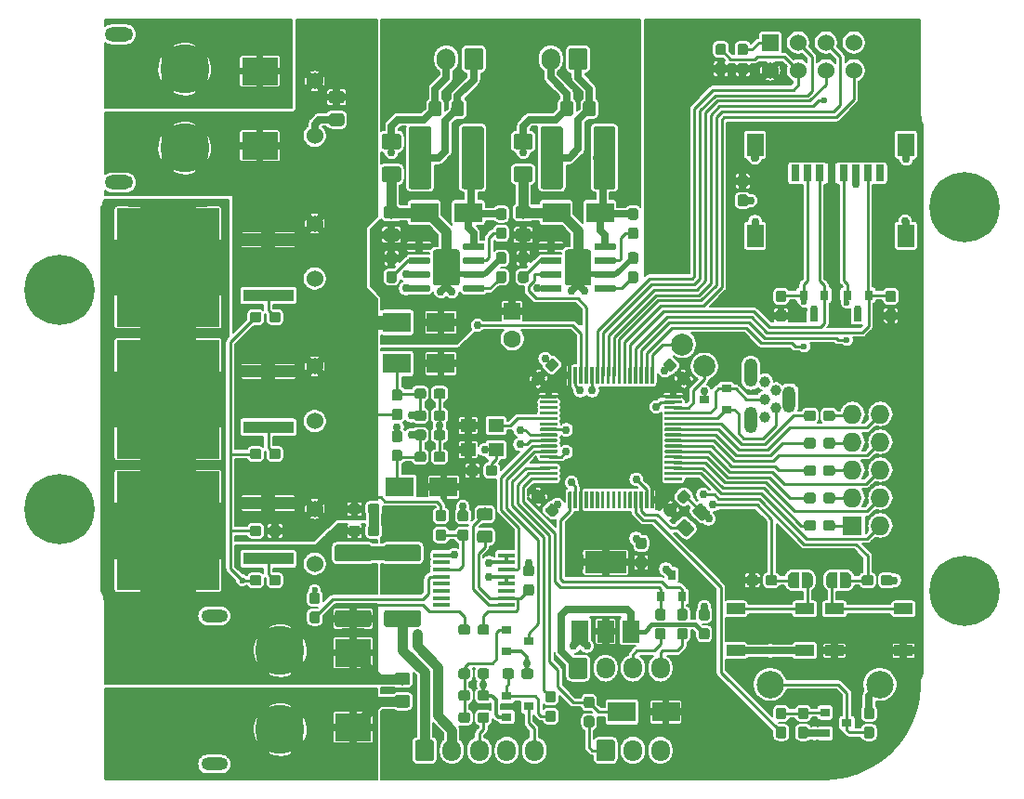
<source format=gtl>
G04 #@! TF.GenerationSoftware,KiCad,Pcbnew,(5.1.4)-1*
G04 #@! TF.CreationDate,2020-08-18T21:21:42-04:00*
G04 #@! TF.ProjectId,EBoard Sidecar,45426f61-7264-4205-9369-64656361722e,rev?*
G04 #@! TF.SameCoordinates,Original*
G04 #@! TF.FileFunction,Copper,L1,Top*
G04 #@! TF.FilePolarity,Positive*
%FSLAX46Y46*%
G04 Gerber Fmt 4.6, Leading zero omitted, Abs format (unit mm)*
G04 Created by KiCad (PCBNEW (5.1.4)-1) date 2020-08-18 21:21:42*
%MOMM*%
%LPD*%
G04 APERTURE LIST*
%ADD10C,0.100000*%
%ADD11C,0.950000*%
%ADD12R,2.500000X1.800000*%
%ADD13C,6.400000*%
%ADD14O,1.727200X1.727200*%
%ADD15R,1.727200X1.727200*%
%ADD16R,1.400000X1.200000*%
%ADD17C,2.000000*%
%ADD18O,1.700000X2.000000*%
%ADD19C,1.700000*%
%ADD20C,1.524000*%
%ADD21R,1.524000X1.524000*%
%ADD22C,0.600000*%
%ADD23C,2.410000*%
%ADD24R,1.500000X0.450000*%
%ADD25C,0.300000*%
%ADD26R,1.500000X2.000000*%
%ADD27R,3.800000X2.000000*%
%ADD28R,1.700000X1.000000*%
%ADD29C,1.525000*%
%ADD30C,1.425000*%
%ADD31R,9.399999X10.800001*%
%ADD32R,4.600001X1.100000*%
%ADD33R,4.600000X1.100000*%
%ADD34R,0.900000X0.800000*%
%ADD35C,0.500000*%
%ADD36C,1.000000*%
%ADD37O,1.200000X2.400000*%
%ADD38O,1.200000X2.600000*%
%ADD39R,0.800000X1.500000*%
%ADD40R,1.500000X2.050000*%
%ADD41O,1.700000X1.950000*%
%ADD42C,4.500001*%
%ADD43O,2.600000X1.300000*%
%ADD44O,2.400000X1.200000*%
%ADD45R,0.800000X0.900000*%
%ADD46R,3.300000X2.500000*%
%ADD47C,1.150000*%
%ADD48C,1.600000*%
%ADD49R,1.600000X1.600000*%
%ADD50C,2.500000*%
%ADD51C,0.750000*%
%ADD52C,0.254000*%
%ADD53C,0.635000*%
%ADD54C,0.381000*%
%ADD55C,0.889000*%
%ADD56C,0.304800*%
%ADD57C,0.508000*%
%ADD58C,1.270000*%
%ADD59C,0.152400*%
G04 APERTURE END LIST*
D10*
G36*
X129435779Y-111026144D02*
G01*
X129458834Y-111029563D01*
X129481443Y-111035227D01*
X129503387Y-111043079D01*
X129524457Y-111053044D01*
X129544448Y-111065026D01*
X129563168Y-111078910D01*
X129580438Y-111094562D01*
X129596090Y-111111832D01*
X129609974Y-111130552D01*
X129621956Y-111150543D01*
X129631921Y-111171613D01*
X129639773Y-111193557D01*
X129645437Y-111216166D01*
X129648856Y-111239221D01*
X129650000Y-111262500D01*
X129650000Y-111737500D01*
X129648856Y-111760779D01*
X129645437Y-111783834D01*
X129639773Y-111806443D01*
X129631921Y-111828387D01*
X129621956Y-111849457D01*
X129609974Y-111869448D01*
X129596090Y-111888168D01*
X129580438Y-111905438D01*
X129563168Y-111921090D01*
X129544448Y-111934974D01*
X129524457Y-111946956D01*
X129503387Y-111956921D01*
X129481443Y-111964773D01*
X129458834Y-111970437D01*
X129435779Y-111973856D01*
X129412500Y-111975000D01*
X128837500Y-111975000D01*
X128814221Y-111973856D01*
X128791166Y-111970437D01*
X128768557Y-111964773D01*
X128746613Y-111956921D01*
X128725543Y-111946956D01*
X128705552Y-111934974D01*
X128686832Y-111921090D01*
X128669562Y-111905438D01*
X128653910Y-111888168D01*
X128640026Y-111869448D01*
X128628044Y-111849457D01*
X128618079Y-111828387D01*
X128610227Y-111806443D01*
X128604563Y-111783834D01*
X128601144Y-111760779D01*
X128600000Y-111737500D01*
X128600000Y-111262500D01*
X128601144Y-111239221D01*
X128604563Y-111216166D01*
X128610227Y-111193557D01*
X128618079Y-111171613D01*
X128628044Y-111150543D01*
X128640026Y-111130552D01*
X128653910Y-111111832D01*
X128669562Y-111094562D01*
X128686832Y-111078910D01*
X128705552Y-111065026D01*
X128725543Y-111053044D01*
X128746613Y-111043079D01*
X128768557Y-111035227D01*
X128791166Y-111029563D01*
X128814221Y-111026144D01*
X128837500Y-111025000D01*
X129412500Y-111025000D01*
X129435779Y-111026144D01*
X129435779Y-111026144D01*
G37*
D11*
X129125000Y-111500000D03*
D10*
G36*
X131185779Y-111026144D02*
G01*
X131208834Y-111029563D01*
X131231443Y-111035227D01*
X131253387Y-111043079D01*
X131274457Y-111053044D01*
X131294448Y-111065026D01*
X131313168Y-111078910D01*
X131330438Y-111094562D01*
X131346090Y-111111832D01*
X131359974Y-111130552D01*
X131371956Y-111150543D01*
X131381921Y-111171613D01*
X131389773Y-111193557D01*
X131395437Y-111216166D01*
X131398856Y-111239221D01*
X131400000Y-111262500D01*
X131400000Y-111737500D01*
X131398856Y-111760779D01*
X131395437Y-111783834D01*
X131389773Y-111806443D01*
X131381921Y-111828387D01*
X131371956Y-111849457D01*
X131359974Y-111869448D01*
X131346090Y-111888168D01*
X131330438Y-111905438D01*
X131313168Y-111921090D01*
X131294448Y-111934974D01*
X131274457Y-111946956D01*
X131253387Y-111956921D01*
X131231443Y-111964773D01*
X131208834Y-111970437D01*
X131185779Y-111973856D01*
X131162500Y-111975000D01*
X130587500Y-111975000D01*
X130564221Y-111973856D01*
X130541166Y-111970437D01*
X130518557Y-111964773D01*
X130496613Y-111956921D01*
X130475543Y-111946956D01*
X130455552Y-111934974D01*
X130436832Y-111921090D01*
X130419562Y-111905438D01*
X130403910Y-111888168D01*
X130390026Y-111869448D01*
X130378044Y-111849457D01*
X130368079Y-111828387D01*
X130360227Y-111806443D01*
X130354563Y-111783834D01*
X130351144Y-111760779D01*
X130350000Y-111737500D01*
X130350000Y-111262500D01*
X130351144Y-111239221D01*
X130354563Y-111216166D01*
X130360227Y-111193557D01*
X130368079Y-111171613D01*
X130378044Y-111150543D01*
X130390026Y-111130552D01*
X130403910Y-111111832D01*
X130419562Y-111094562D01*
X130436832Y-111078910D01*
X130455552Y-111065026D01*
X130475543Y-111053044D01*
X130496613Y-111043079D01*
X130518557Y-111035227D01*
X130541166Y-111029563D01*
X130564221Y-111026144D01*
X130587500Y-111025000D01*
X131162500Y-111025000D01*
X131185779Y-111026144D01*
X131185779Y-111026144D01*
G37*
D11*
X130875000Y-111500000D03*
D10*
G36*
X127260779Y-110851144D02*
G01*
X127283834Y-110854563D01*
X127306443Y-110860227D01*
X127328387Y-110868079D01*
X127349457Y-110878044D01*
X127369448Y-110890026D01*
X127388168Y-110903910D01*
X127405438Y-110919562D01*
X127421090Y-110936832D01*
X127434974Y-110955552D01*
X127446956Y-110975543D01*
X127456921Y-110996613D01*
X127464773Y-111018557D01*
X127470437Y-111041166D01*
X127473856Y-111064221D01*
X127475000Y-111087500D01*
X127475000Y-111662500D01*
X127473856Y-111685779D01*
X127470437Y-111708834D01*
X127464773Y-111731443D01*
X127456921Y-111753387D01*
X127446956Y-111774457D01*
X127434974Y-111794448D01*
X127421090Y-111813168D01*
X127405438Y-111830438D01*
X127388168Y-111846090D01*
X127369448Y-111859974D01*
X127349457Y-111871956D01*
X127328387Y-111881921D01*
X127306443Y-111889773D01*
X127283834Y-111895437D01*
X127260779Y-111898856D01*
X127237500Y-111900000D01*
X126762500Y-111900000D01*
X126739221Y-111898856D01*
X126716166Y-111895437D01*
X126693557Y-111889773D01*
X126671613Y-111881921D01*
X126650543Y-111871956D01*
X126630552Y-111859974D01*
X126611832Y-111846090D01*
X126594562Y-111830438D01*
X126578910Y-111813168D01*
X126565026Y-111794448D01*
X126553044Y-111774457D01*
X126543079Y-111753387D01*
X126535227Y-111731443D01*
X126529563Y-111708834D01*
X126526144Y-111685779D01*
X126525000Y-111662500D01*
X126525000Y-111087500D01*
X126526144Y-111064221D01*
X126529563Y-111041166D01*
X126535227Y-111018557D01*
X126543079Y-110996613D01*
X126553044Y-110975543D01*
X126565026Y-110955552D01*
X126578910Y-110936832D01*
X126594562Y-110919562D01*
X126611832Y-110903910D01*
X126630552Y-110890026D01*
X126650543Y-110878044D01*
X126671613Y-110868079D01*
X126693557Y-110860227D01*
X126716166Y-110854563D01*
X126739221Y-110851144D01*
X126762500Y-110850000D01*
X127237500Y-110850000D01*
X127260779Y-110851144D01*
X127260779Y-110851144D01*
G37*
D11*
X127000000Y-111375000D03*
D10*
G36*
X127260779Y-109101144D02*
G01*
X127283834Y-109104563D01*
X127306443Y-109110227D01*
X127328387Y-109118079D01*
X127349457Y-109128044D01*
X127369448Y-109140026D01*
X127388168Y-109153910D01*
X127405438Y-109169562D01*
X127421090Y-109186832D01*
X127434974Y-109205552D01*
X127446956Y-109225543D01*
X127456921Y-109246613D01*
X127464773Y-109268557D01*
X127470437Y-109291166D01*
X127473856Y-109314221D01*
X127475000Y-109337500D01*
X127475000Y-109912500D01*
X127473856Y-109935779D01*
X127470437Y-109958834D01*
X127464773Y-109981443D01*
X127456921Y-110003387D01*
X127446956Y-110024457D01*
X127434974Y-110044448D01*
X127421090Y-110063168D01*
X127405438Y-110080438D01*
X127388168Y-110096090D01*
X127369448Y-110109974D01*
X127349457Y-110121956D01*
X127328387Y-110131921D01*
X127306443Y-110139773D01*
X127283834Y-110145437D01*
X127260779Y-110148856D01*
X127237500Y-110150000D01*
X126762500Y-110150000D01*
X126739221Y-110148856D01*
X126716166Y-110145437D01*
X126693557Y-110139773D01*
X126671613Y-110131921D01*
X126650543Y-110121956D01*
X126630552Y-110109974D01*
X126611832Y-110096090D01*
X126594562Y-110080438D01*
X126578910Y-110063168D01*
X126565026Y-110044448D01*
X126553044Y-110024457D01*
X126543079Y-110003387D01*
X126535227Y-109981443D01*
X126529563Y-109958834D01*
X126526144Y-109935779D01*
X126525000Y-109912500D01*
X126525000Y-109337500D01*
X126526144Y-109314221D01*
X126529563Y-109291166D01*
X126535227Y-109268557D01*
X126543079Y-109246613D01*
X126553044Y-109225543D01*
X126565026Y-109205552D01*
X126578910Y-109186832D01*
X126594562Y-109169562D01*
X126611832Y-109153910D01*
X126630552Y-109140026D01*
X126650543Y-109128044D01*
X126671613Y-109118079D01*
X126693557Y-109110227D01*
X126716166Y-109104563D01*
X126739221Y-109101144D01*
X126762500Y-109100000D01*
X127237500Y-109100000D01*
X127260779Y-109101144D01*
X127260779Y-109101144D01*
G37*
D11*
X127000000Y-109625000D03*
D12*
X127000000Y-106750000D03*
X131000000Y-106750000D03*
D10*
G36*
X131185779Y-109026144D02*
G01*
X131208834Y-109029563D01*
X131231443Y-109035227D01*
X131253387Y-109043079D01*
X131274457Y-109053044D01*
X131294448Y-109065026D01*
X131313168Y-109078910D01*
X131330438Y-109094562D01*
X131346090Y-109111832D01*
X131359974Y-109130552D01*
X131371956Y-109150543D01*
X131381921Y-109171613D01*
X131389773Y-109193557D01*
X131395437Y-109216166D01*
X131398856Y-109239221D01*
X131400000Y-109262500D01*
X131400000Y-109737500D01*
X131398856Y-109760779D01*
X131395437Y-109783834D01*
X131389773Y-109806443D01*
X131381921Y-109828387D01*
X131371956Y-109849457D01*
X131359974Y-109869448D01*
X131346090Y-109888168D01*
X131330438Y-109905438D01*
X131313168Y-109921090D01*
X131294448Y-109934974D01*
X131274457Y-109946956D01*
X131253387Y-109956921D01*
X131231443Y-109964773D01*
X131208834Y-109970437D01*
X131185779Y-109973856D01*
X131162500Y-109975000D01*
X130587500Y-109975000D01*
X130564221Y-109973856D01*
X130541166Y-109970437D01*
X130518557Y-109964773D01*
X130496613Y-109956921D01*
X130475543Y-109946956D01*
X130455552Y-109934974D01*
X130436832Y-109921090D01*
X130419562Y-109905438D01*
X130403910Y-109888168D01*
X130390026Y-109869448D01*
X130378044Y-109849457D01*
X130368079Y-109828387D01*
X130360227Y-109806443D01*
X130354563Y-109783834D01*
X130351144Y-109760779D01*
X130350000Y-109737500D01*
X130350000Y-109262500D01*
X130351144Y-109239221D01*
X130354563Y-109216166D01*
X130360227Y-109193557D01*
X130368079Y-109171613D01*
X130378044Y-109150543D01*
X130390026Y-109130552D01*
X130403910Y-109111832D01*
X130419562Y-109094562D01*
X130436832Y-109078910D01*
X130455552Y-109065026D01*
X130475543Y-109053044D01*
X130496613Y-109043079D01*
X130518557Y-109035227D01*
X130541166Y-109029563D01*
X130564221Y-109026144D01*
X130587500Y-109025000D01*
X131162500Y-109025000D01*
X131185779Y-109026144D01*
X131185779Y-109026144D01*
G37*
D11*
X130875000Y-109500000D03*
D10*
G36*
X129435779Y-109026144D02*
G01*
X129458834Y-109029563D01*
X129481443Y-109035227D01*
X129503387Y-109043079D01*
X129524457Y-109053044D01*
X129544448Y-109065026D01*
X129563168Y-109078910D01*
X129580438Y-109094562D01*
X129596090Y-109111832D01*
X129609974Y-109130552D01*
X129621956Y-109150543D01*
X129631921Y-109171613D01*
X129639773Y-109193557D01*
X129645437Y-109216166D01*
X129648856Y-109239221D01*
X129650000Y-109262500D01*
X129650000Y-109737500D01*
X129648856Y-109760779D01*
X129645437Y-109783834D01*
X129639773Y-109806443D01*
X129631921Y-109828387D01*
X129621956Y-109849457D01*
X129609974Y-109869448D01*
X129596090Y-109888168D01*
X129580438Y-109905438D01*
X129563168Y-109921090D01*
X129544448Y-109934974D01*
X129524457Y-109946956D01*
X129503387Y-109956921D01*
X129481443Y-109964773D01*
X129458834Y-109970437D01*
X129435779Y-109973856D01*
X129412500Y-109975000D01*
X128837500Y-109975000D01*
X128814221Y-109973856D01*
X128791166Y-109970437D01*
X128768557Y-109964773D01*
X128746613Y-109956921D01*
X128725543Y-109946956D01*
X128705552Y-109934974D01*
X128686832Y-109921090D01*
X128669562Y-109905438D01*
X128653910Y-109888168D01*
X128640026Y-109869448D01*
X128628044Y-109849457D01*
X128618079Y-109828387D01*
X128610227Y-109806443D01*
X128604563Y-109783834D01*
X128601144Y-109760779D01*
X128600000Y-109737500D01*
X128600000Y-109262500D01*
X128601144Y-109239221D01*
X128604563Y-109216166D01*
X128610227Y-109193557D01*
X128618079Y-109171613D01*
X128628044Y-109150543D01*
X128640026Y-109130552D01*
X128653910Y-109111832D01*
X128669562Y-109094562D01*
X128686832Y-109078910D01*
X128705552Y-109065026D01*
X128725543Y-109053044D01*
X128746613Y-109043079D01*
X128768557Y-109035227D01*
X128791166Y-109029563D01*
X128814221Y-109026144D01*
X128837500Y-109025000D01*
X129412500Y-109025000D01*
X129435779Y-109026144D01*
X129435779Y-109026144D01*
G37*
D11*
X129125000Y-109500000D03*
D13*
X178750000Y-127500000D03*
X178750000Y-92500000D03*
X96250000Y-120000000D03*
X96250000Y-100000000D03*
D10*
G36*
X164935779Y-113526144D02*
G01*
X164958834Y-113529563D01*
X164981443Y-113535227D01*
X165003387Y-113543079D01*
X165024457Y-113553044D01*
X165044448Y-113565026D01*
X165063168Y-113578910D01*
X165080438Y-113594562D01*
X165096090Y-113611832D01*
X165109974Y-113630552D01*
X165121956Y-113650543D01*
X165131921Y-113671613D01*
X165139773Y-113693557D01*
X165145437Y-113716166D01*
X165148856Y-113739221D01*
X165150000Y-113762500D01*
X165150000Y-114237500D01*
X165148856Y-114260779D01*
X165145437Y-114283834D01*
X165139773Y-114306443D01*
X165131921Y-114328387D01*
X165121956Y-114349457D01*
X165109974Y-114369448D01*
X165096090Y-114388168D01*
X165080438Y-114405438D01*
X165063168Y-114421090D01*
X165044448Y-114434974D01*
X165024457Y-114446956D01*
X165003387Y-114456921D01*
X164981443Y-114464773D01*
X164958834Y-114470437D01*
X164935779Y-114473856D01*
X164912500Y-114475000D01*
X164337500Y-114475000D01*
X164314221Y-114473856D01*
X164291166Y-114470437D01*
X164268557Y-114464773D01*
X164246613Y-114456921D01*
X164225543Y-114446956D01*
X164205552Y-114434974D01*
X164186832Y-114421090D01*
X164169562Y-114405438D01*
X164153910Y-114388168D01*
X164140026Y-114369448D01*
X164128044Y-114349457D01*
X164118079Y-114328387D01*
X164110227Y-114306443D01*
X164104563Y-114283834D01*
X164101144Y-114260779D01*
X164100000Y-114237500D01*
X164100000Y-113762500D01*
X164101144Y-113739221D01*
X164104563Y-113716166D01*
X164110227Y-113693557D01*
X164118079Y-113671613D01*
X164128044Y-113650543D01*
X164140026Y-113630552D01*
X164153910Y-113611832D01*
X164169562Y-113594562D01*
X164186832Y-113578910D01*
X164205552Y-113565026D01*
X164225543Y-113553044D01*
X164246613Y-113543079D01*
X164268557Y-113535227D01*
X164291166Y-113529563D01*
X164314221Y-113526144D01*
X164337500Y-113525000D01*
X164912500Y-113525000D01*
X164935779Y-113526144D01*
X164935779Y-113526144D01*
G37*
D11*
X164625000Y-114000000D03*
D10*
G36*
X166685779Y-113526144D02*
G01*
X166708834Y-113529563D01*
X166731443Y-113535227D01*
X166753387Y-113543079D01*
X166774457Y-113553044D01*
X166794448Y-113565026D01*
X166813168Y-113578910D01*
X166830438Y-113594562D01*
X166846090Y-113611832D01*
X166859974Y-113630552D01*
X166871956Y-113650543D01*
X166881921Y-113671613D01*
X166889773Y-113693557D01*
X166895437Y-113716166D01*
X166898856Y-113739221D01*
X166900000Y-113762500D01*
X166900000Y-114237500D01*
X166898856Y-114260779D01*
X166895437Y-114283834D01*
X166889773Y-114306443D01*
X166881921Y-114328387D01*
X166871956Y-114349457D01*
X166859974Y-114369448D01*
X166846090Y-114388168D01*
X166830438Y-114405438D01*
X166813168Y-114421090D01*
X166794448Y-114434974D01*
X166774457Y-114446956D01*
X166753387Y-114456921D01*
X166731443Y-114464773D01*
X166708834Y-114470437D01*
X166685779Y-114473856D01*
X166662500Y-114475000D01*
X166087500Y-114475000D01*
X166064221Y-114473856D01*
X166041166Y-114470437D01*
X166018557Y-114464773D01*
X165996613Y-114456921D01*
X165975543Y-114446956D01*
X165955552Y-114434974D01*
X165936832Y-114421090D01*
X165919562Y-114405438D01*
X165903910Y-114388168D01*
X165890026Y-114369448D01*
X165878044Y-114349457D01*
X165868079Y-114328387D01*
X165860227Y-114306443D01*
X165854563Y-114283834D01*
X165851144Y-114260779D01*
X165850000Y-114237500D01*
X165850000Y-113762500D01*
X165851144Y-113739221D01*
X165854563Y-113716166D01*
X165860227Y-113693557D01*
X165868079Y-113671613D01*
X165878044Y-113650543D01*
X165890026Y-113630552D01*
X165903910Y-113611832D01*
X165919562Y-113594562D01*
X165936832Y-113578910D01*
X165955552Y-113565026D01*
X165975543Y-113553044D01*
X165996613Y-113543079D01*
X166018557Y-113535227D01*
X166041166Y-113529563D01*
X166064221Y-113526144D01*
X166087500Y-113525000D01*
X166662500Y-113525000D01*
X166685779Y-113526144D01*
X166685779Y-113526144D01*
G37*
D11*
X166375000Y-114000000D03*
D10*
G36*
X164935779Y-116026144D02*
G01*
X164958834Y-116029563D01*
X164981443Y-116035227D01*
X165003387Y-116043079D01*
X165024457Y-116053044D01*
X165044448Y-116065026D01*
X165063168Y-116078910D01*
X165080438Y-116094562D01*
X165096090Y-116111832D01*
X165109974Y-116130552D01*
X165121956Y-116150543D01*
X165131921Y-116171613D01*
X165139773Y-116193557D01*
X165145437Y-116216166D01*
X165148856Y-116239221D01*
X165150000Y-116262500D01*
X165150000Y-116737500D01*
X165148856Y-116760779D01*
X165145437Y-116783834D01*
X165139773Y-116806443D01*
X165131921Y-116828387D01*
X165121956Y-116849457D01*
X165109974Y-116869448D01*
X165096090Y-116888168D01*
X165080438Y-116905438D01*
X165063168Y-116921090D01*
X165044448Y-116934974D01*
X165024457Y-116946956D01*
X165003387Y-116956921D01*
X164981443Y-116964773D01*
X164958834Y-116970437D01*
X164935779Y-116973856D01*
X164912500Y-116975000D01*
X164337500Y-116975000D01*
X164314221Y-116973856D01*
X164291166Y-116970437D01*
X164268557Y-116964773D01*
X164246613Y-116956921D01*
X164225543Y-116946956D01*
X164205552Y-116934974D01*
X164186832Y-116921090D01*
X164169562Y-116905438D01*
X164153910Y-116888168D01*
X164140026Y-116869448D01*
X164128044Y-116849457D01*
X164118079Y-116828387D01*
X164110227Y-116806443D01*
X164104563Y-116783834D01*
X164101144Y-116760779D01*
X164100000Y-116737500D01*
X164100000Y-116262500D01*
X164101144Y-116239221D01*
X164104563Y-116216166D01*
X164110227Y-116193557D01*
X164118079Y-116171613D01*
X164128044Y-116150543D01*
X164140026Y-116130552D01*
X164153910Y-116111832D01*
X164169562Y-116094562D01*
X164186832Y-116078910D01*
X164205552Y-116065026D01*
X164225543Y-116053044D01*
X164246613Y-116043079D01*
X164268557Y-116035227D01*
X164291166Y-116029563D01*
X164314221Y-116026144D01*
X164337500Y-116025000D01*
X164912500Y-116025000D01*
X164935779Y-116026144D01*
X164935779Y-116026144D01*
G37*
D11*
X164625000Y-116500000D03*
D10*
G36*
X166685779Y-116026144D02*
G01*
X166708834Y-116029563D01*
X166731443Y-116035227D01*
X166753387Y-116043079D01*
X166774457Y-116053044D01*
X166794448Y-116065026D01*
X166813168Y-116078910D01*
X166830438Y-116094562D01*
X166846090Y-116111832D01*
X166859974Y-116130552D01*
X166871956Y-116150543D01*
X166881921Y-116171613D01*
X166889773Y-116193557D01*
X166895437Y-116216166D01*
X166898856Y-116239221D01*
X166900000Y-116262500D01*
X166900000Y-116737500D01*
X166898856Y-116760779D01*
X166895437Y-116783834D01*
X166889773Y-116806443D01*
X166881921Y-116828387D01*
X166871956Y-116849457D01*
X166859974Y-116869448D01*
X166846090Y-116888168D01*
X166830438Y-116905438D01*
X166813168Y-116921090D01*
X166794448Y-116934974D01*
X166774457Y-116946956D01*
X166753387Y-116956921D01*
X166731443Y-116964773D01*
X166708834Y-116970437D01*
X166685779Y-116973856D01*
X166662500Y-116975000D01*
X166087500Y-116975000D01*
X166064221Y-116973856D01*
X166041166Y-116970437D01*
X166018557Y-116964773D01*
X165996613Y-116956921D01*
X165975543Y-116946956D01*
X165955552Y-116934974D01*
X165936832Y-116921090D01*
X165919562Y-116905438D01*
X165903910Y-116888168D01*
X165890026Y-116869448D01*
X165878044Y-116849457D01*
X165868079Y-116828387D01*
X165860227Y-116806443D01*
X165854563Y-116783834D01*
X165851144Y-116760779D01*
X165850000Y-116737500D01*
X165850000Y-116262500D01*
X165851144Y-116239221D01*
X165854563Y-116216166D01*
X165860227Y-116193557D01*
X165868079Y-116171613D01*
X165878044Y-116150543D01*
X165890026Y-116130552D01*
X165903910Y-116111832D01*
X165919562Y-116094562D01*
X165936832Y-116078910D01*
X165955552Y-116065026D01*
X165975543Y-116053044D01*
X165996613Y-116043079D01*
X166018557Y-116035227D01*
X166041166Y-116029563D01*
X166064221Y-116026144D01*
X166087500Y-116025000D01*
X166662500Y-116025000D01*
X166685779Y-116026144D01*
X166685779Y-116026144D01*
G37*
D11*
X166375000Y-116500000D03*
D10*
G36*
X164935779Y-118526144D02*
G01*
X164958834Y-118529563D01*
X164981443Y-118535227D01*
X165003387Y-118543079D01*
X165024457Y-118553044D01*
X165044448Y-118565026D01*
X165063168Y-118578910D01*
X165080438Y-118594562D01*
X165096090Y-118611832D01*
X165109974Y-118630552D01*
X165121956Y-118650543D01*
X165131921Y-118671613D01*
X165139773Y-118693557D01*
X165145437Y-118716166D01*
X165148856Y-118739221D01*
X165150000Y-118762500D01*
X165150000Y-119237500D01*
X165148856Y-119260779D01*
X165145437Y-119283834D01*
X165139773Y-119306443D01*
X165131921Y-119328387D01*
X165121956Y-119349457D01*
X165109974Y-119369448D01*
X165096090Y-119388168D01*
X165080438Y-119405438D01*
X165063168Y-119421090D01*
X165044448Y-119434974D01*
X165024457Y-119446956D01*
X165003387Y-119456921D01*
X164981443Y-119464773D01*
X164958834Y-119470437D01*
X164935779Y-119473856D01*
X164912500Y-119475000D01*
X164337500Y-119475000D01*
X164314221Y-119473856D01*
X164291166Y-119470437D01*
X164268557Y-119464773D01*
X164246613Y-119456921D01*
X164225543Y-119446956D01*
X164205552Y-119434974D01*
X164186832Y-119421090D01*
X164169562Y-119405438D01*
X164153910Y-119388168D01*
X164140026Y-119369448D01*
X164128044Y-119349457D01*
X164118079Y-119328387D01*
X164110227Y-119306443D01*
X164104563Y-119283834D01*
X164101144Y-119260779D01*
X164100000Y-119237500D01*
X164100000Y-118762500D01*
X164101144Y-118739221D01*
X164104563Y-118716166D01*
X164110227Y-118693557D01*
X164118079Y-118671613D01*
X164128044Y-118650543D01*
X164140026Y-118630552D01*
X164153910Y-118611832D01*
X164169562Y-118594562D01*
X164186832Y-118578910D01*
X164205552Y-118565026D01*
X164225543Y-118553044D01*
X164246613Y-118543079D01*
X164268557Y-118535227D01*
X164291166Y-118529563D01*
X164314221Y-118526144D01*
X164337500Y-118525000D01*
X164912500Y-118525000D01*
X164935779Y-118526144D01*
X164935779Y-118526144D01*
G37*
D11*
X164625000Y-119000000D03*
D10*
G36*
X166685779Y-118526144D02*
G01*
X166708834Y-118529563D01*
X166731443Y-118535227D01*
X166753387Y-118543079D01*
X166774457Y-118553044D01*
X166794448Y-118565026D01*
X166813168Y-118578910D01*
X166830438Y-118594562D01*
X166846090Y-118611832D01*
X166859974Y-118630552D01*
X166871956Y-118650543D01*
X166881921Y-118671613D01*
X166889773Y-118693557D01*
X166895437Y-118716166D01*
X166898856Y-118739221D01*
X166900000Y-118762500D01*
X166900000Y-119237500D01*
X166898856Y-119260779D01*
X166895437Y-119283834D01*
X166889773Y-119306443D01*
X166881921Y-119328387D01*
X166871956Y-119349457D01*
X166859974Y-119369448D01*
X166846090Y-119388168D01*
X166830438Y-119405438D01*
X166813168Y-119421090D01*
X166794448Y-119434974D01*
X166774457Y-119446956D01*
X166753387Y-119456921D01*
X166731443Y-119464773D01*
X166708834Y-119470437D01*
X166685779Y-119473856D01*
X166662500Y-119475000D01*
X166087500Y-119475000D01*
X166064221Y-119473856D01*
X166041166Y-119470437D01*
X166018557Y-119464773D01*
X165996613Y-119456921D01*
X165975543Y-119446956D01*
X165955552Y-119434974D01*
X165936832Y-119421090D01*
X165919562Y-119405438D01*
X165903910Y-119388168D01*
X165890026Y-119369448D01*
X165878044Y-119349457D01*
X165868079Y-119328387D01*
X165860227Y-119306443D01*
X165854563Y-119283834D01*
X165851144Y-119260779D01*
X165850000Y-119237500D01*
X165850000Y-118762500D01*
X165851144Y-118739221D01*
X165854563Y-118716166D01*
X165860227Y-118693557D01*
X165868079Y-118671613D01*
X165878044Y-118650543D01*
X165890026Y-118630552D01*
X165903910Y-118611832D01*
X165919562Y-118594562D01*
X165936832Y-118578910D01*
X165955552Y-118565026D01*
X165975543Y-118553044D01*
X165996613Y-118543079D01*
X166018557Y-118535227D01*
X166041166Y-118529563D01*
X166064221Y-118526144D01*
X166087500Y-118525000D01*
X166662500Y-118525000D01*
X166685779Y-118526144D01*
X166685779Y-118526144D01*
G37*
D11*
X166375000Y-119000000D03*
D10*
G36*
X164935779Y-121026144D02*
G01*
X164958834Y-121029563D01*
X164981443Y-121035227D01*
X165003387Y-121043079D01*
X165024457Y-121053044D01*
X165044448Y-121065026D01*
X165063168Y-121078910D01*
X165080438Y-121094562D01*
X165096090Y-121111832D01*
X165109974Y-121130552D01*
X165121956Y-121150543D01*
X165131921Y-121171613D01*
X165139773Y-121193557D01*
X165145437Y-121216166D01*
X165148856Y-121239221D01*
X165150000Y-121262500D01*
X165150000Y-121737500D01*
X165148856Y-121760779D01*
X165145437Y-121783834D01*
X165139773Y-121806443D01*
X165131921Y-121828387D01*
X165121956Y-121849457D01*
X165109974Y-121869448D01*
X165096090Y-121888168D01*
X165080438Y-121905438D01*
X165063168Y-121921090D01*
X165044448Y-121934974D01*
X165024457Y-121946956D01*
X165003387Y-121956921D01*
X164981443Y-121964773D01*
X164958834Y-121970437D01*
X164935779Y-121973856D01*
X164912500Y-121975000D01*
X164337500Y-121975000D01*
X164314221Y-121973856D01*
X164291166Y-121970437D01*
X164268557Y-121964773D01*
X164246613Y-121956921D01*
X164225543Y-121946956D01*
X164205552Y-121934974D01*
X164186832Y-121921090D01*
X164169562Y-121905438D01*
X164153910Y-121888168D01*
X164140026Y-121869448D01*
X164128044Y-121849457D01*
X164118079Y-121828387D01*
X164110227Y-121806443D01*
X164104563Y-121783834D01*
X164101144Y-121760779D01*
X164100000Y-121737500D01*
X164100000Y-121262500D01*
X164101144Y-121239221D01*
X164104563Y-121216166D01*
X164110227Y-121193557D01*
X164118079Y-121171613D01*
X164128044Y-121150543D01*
X164140026Y-121130552D01*
X164153910Y-121111832D01*
X164169562Y-121094562D01*
X164186832Y-121078910D01*
X164205552Y-121065026D01*
X164225543Y-121053044D01*
X164246613Y-121043079D01*
X164268557Y-121035227D01*
X164291166Y-121029563D01*
X164314221Y-121026144D01*
X164337500Y-121025000D01*
X164912500Y-121025000D01*
X164935779Y-121026144D01*
X164935779Y-121026144D01*
G37*
D11*
X164625000Y-121500000D03*
D10*
G36*
X166685779Y-121026144D02*
G01*
X166708834Y-121029563D01*
X166731443Y-121035227D01*
X166753387Y-121043079D01*
X166774457Y-121053044D01*
X166794448Y-121065026D01*
X166813168Y-121078910D01*
X166830438Y-121094562D01*
X166846090Y-121111832D01*
X166859974Y-121130552D01*
X166871956Y-121150543D01*
X166881921Y-121171613D01*
X166889773Y-121193557D01*
X166895437Y-121216166D01*
X166898856Y-121239221D01*
X166900000Y-121262500D01*
X166900000Y-121737500D01*
X166898856Y-121760779D01*
X166895437Y-121783834D01*
X166889773Y-121806443D01*
X166881921Y-121828387D01*
X166871956Y-121849457D01*
X166859974Y-121869448D01*
X166846090Y-121888168D01*
X166830438Y-121905438D01*
X166813168Y-121921090D01*
X166794448Y-121934974D01*
X166774457Y-121946956D01*
X166753387Y-121956921D01*
X166731443Y-121964773D01*
X166708834Y-121970437D01*
X166685779Y-121973856D01*
X166662500Y-121975000D01*
X166087500Y-121975000D01*
X166064221Y-121973856D01*
X166041166Y-121970437D01*
X166018557Y-121964773D01*
X165996613Y-121956921D01*
X165975543Y-121946956D01*
X165955552Y-121934974D01*
X165936832Y-121921090D01*
X165919562Y-121905438D01*
X165903910Y-121888168D01*
X165890026Y-121869448D01*
X165878044Y-121849457D01*
X165868079Y-121828387D01*
X165860227Y-121806443D01*
X165854563Y-121783834D01*
X165851144Y-121760779D01*
X165850000Y-121737500D01*
X165850000Y-121262500D01*
X165851144Y-121239221D01*
X165854563Y-121216166D01*
X165860227Y-121193557D01*
X165868079Y-121171613D01*
X165878044Y-121150543D01*
X165890026Y-121130552D01*
X165903910Y-121111832D01*
X165919562Y-121094562D01*
X165936832Y-121078910D01*
X165955552Y-121065026D01*
X165975543Y-121053044D01*
X165996613Y-121043079D01*
X166018557Y-121035227D01*
X166041166Y-121029563D01*
X166064221Y-121026144D01*
X166087500Y-121025000D01*
X166662500Y-121025000D01*
X166685779Y-121026144D01*
X166685779Y-121026144D01*
G37*
D11*
X166375000Y-121500000D03*
D14*
X171040000Y-111340000D03*
X168500000Y-111340000D03*
X171040000Y-113880000D03*
X168500000Y-113880000D03*
X171040000Y-116420000D03*
X168500000Y-116420000D03*
X171040000Y-118960000D03*
X168500000Y-118960000D03*
X171040000Y-121500000D03*
D15*
X168500000Y-121500000D03*
D10*
G36*
X141106642Y-119511131D02*
G01*
X141129697Y-119514550D01*
X141152306Y-119520214D01*
X141174250Y-119528066D01*
X141195320Y-119538031D01*
X141215311Y-119550013D01*
X141234031Y-119563897D01*
X141251301Y-119579549D01*
X141657887Y-119986135D01*
X141673539Y-120003405D01*
X141687423Y-120022125D01*
X141699405Y-120042116D01*
X141709370Y-120063186D01*
X141717222Y-120085130D01*
X141722886Y-120107739D01*
X141726305Y-120130794D01*
X141727449Y-120154073D01*
X141726305Y-120177352D01*
X141722886Y-120200407D01*
X141717222Y-120223016D01*
X141709370Y-120244960D01*
X141699405Y-120266030D01*
X141687423Y-120286021D01*
X141673539Y-120304741D01*
X141657887Y-120322011D01*
X141322011Y-120657887D01*
X141304741Y-120673539D01*
X141286021Y-120687423D01*
X141266030Y-120699405D01*
X141244960Y-120709370D01*
X141223016Y-120717222D01*
X141200407Y-120722886D01*
X141177352Y-120726305D01*
X141154073Y-120727449D01*
X141130794Y-120726305D01*
X141107739Y-120722886D01*
X141085130Y-120717222D01*
X141063186Y-120709370D01*
X141042116Y-120699405D01*
X141022125Y-120687423D01*
X141003405Y-120673539D01*
X140986135Y-120657887D01*
X140579549Y-120251301D01*
X140563897Y-120234031D01*
X140550013Y-120215311D01*
X140538031Y-120195320D01*
X140528066Y-120174250D01*
X140520214Y-120152306D01*
X140514550Y-120129697D01*
X140511131Y-120106642D01*
X140509987Y-120083363D01*
X140511131Y-120060084D01*
X140514550Y-120037029D01*
X140520214Y-120014420D01*
X140528066Y-119992476D01*
X140538031Y-119971406D01*
X140550013Y-119951415D01*
X140563897Y-119932695D01*
X140579549Y-119915425D01*
X140915425Y-119579549D01*
X140932695Y-119563897D01*
X140951415Y-119550013D01*
X140971406Y-119538031D01*
X140992476Y-119528066D01*
X141014420Y-119520214D01*
X141037029Y-119514550D01*
X141060084Y-119511131D01*
X141083363Y-119509987D01*
X141106642Y-119511131D01*
X141106642Y-119511131D01*
G37*
D11*
X141118718Y-120118718D03*
D10*
G36*
X139869206Y-118273695D02*
G01*
X139892261Y-118277114D01*
X139914870Y-118282778D01*
X139936814Y-118290630D01*
X139957884Y-118300595D01*
X139977875Y-118312577D01*
X139996595Y-118326461D01*
X140013865Y-118342113D01*
X140420451Y-118748699D01*
X140436103Y-118765969D01*
X140449987Y-118784689D01*
X140461969Y-118804680D01*
X140471934Y-118825750D01*
X140479786Y-118847694D01*
X140485450Y-118870303D01*
X140488869Y-118893358D01*
X140490013Y-118916637D01*
X140488869Y-118939916D01*
X140485450Y-118962971D01*
X140479786Y-118985580D01*
X140471934Y-119007524D01*
X140461969Y-119028594D01*
X140449987Y-119048585D01*
X140436103Y-119067305D01*
X140420451Y-119084575D01*
X140084575Y-119420451D01*
X140067305Y-119436103D01*
X140048585Y-119449987D01*
X140028594Y-119461969D01*
X140007524Y-119471934D01*
X139985580Y-119479786D01*
X139962971Y-119485450D01*
X139939916Y-119488869D01*
X139916637Y-119490013D01*
X139893358Y-119488869D01*
X139870303Y-119485450D01*
X139847694Y-119479786D01*
X139825750Y-119471934D01*
X139804680Y-119461969D01*
X139784689Y-119449987D01*
X139765969Y-119436103D01*
X139748699Y-119420451D01*
X139342113Y-119013865D01*
X139326461Y-118996595D01*
X139312577Y-118977875D01*
X139300595Y-118957884D01*
X139290630Y-118936814D01*
X139282778Y-118914870D01*
X139277114Y-118892261D01*
X139273695Y-118869206D01*
X139272551Y-118845927D01*
X139273695Y-118822648D01*
X139277114Y-118799593D01*
X139282778Y-118776984D01*
X139290630Y-118755040D01*
X139300595Y-118733970D01*
X139312577Y-118713979D01*
X139326461Y-118695259D01*
X139342113Y-118677989D01*
X139677989Y-118342113D01*
X139695259Y-118326461D01*
X139713979Y-118312577D01*
X139733970Y-118300595D01*
X139755040Y-118290630D01*
X139776984Y-118282778D01*
X139799593Y-118277114D01*
X139822648Y-118273695D01*
X139845927Y-118272551D01*
X139869206Y-118273695D01*
X139869206Y-118273695D01*
G37*
D11*
X139881282Y-118881282D03*
D16*
X133480000Y-112400000D03*
X136020000Y-112400000D03*
X136020000Y-114600000D03*
X133480000Y-114600000D03*
D10*
G36*
X135935779Y-116026144D02*
G01*
X135958834Y-116029563D01*
X135981443Y-116035227D01*
X136003387Y-116043079D01*
X136024457Y-116053044D01*
X136044448Y-116065026D01*
X136063168Y-116078910D01*
X136080438Y-116094562D01*
X136096090Y-116111832D01*
X136109974Y-116130552D01*
X136121956Y-116150543D01*
X136131921Y-116171613D01*
X136139773Y-116193557D01*
X136145437Y-116216166D01*
X136148856Y-116239221D01*
X136150000Y-116262500D01*
X136150000Y-116737500D01*
X136148856Y-116760779D01*
X136145437Y-116783834D01*
X136139773Y-116806443D01*
X136131921Y-116828387D01*
X136121956Y-116849457D01*
X136109974Y-116869448D01*
X136096090Y-116888168D01*
X136080438Y-116905438D01*
X136063168Y-116921090D01*
X136044448Y-116934974D01*
X136024457Y-116946956D01*
X136003387Y-116956921D01*
X135981443Y-116964773D01*
X135958834Y-116970437D01*
X135935779Y-116973856D01*
X135912500Y-116975000D01*
X135337500Y-116975000D01*
X135314221Y-116973856D01*
X135291166Y-116970437D01*
X135268557Y-116964773D01*
X135246613Y-116956921D01*
X135225543Y-116946956D01*
X135205552Y-116934974D01*
X135186832Y-116921090D01*
X135169562Y-116905438D01*
X135153910Y-116888168D01*
X135140026Y-116869448D01*
X135128044Y-116849457D01*
X135118079Y-116828387D01*
X135110227Y-116806443D01*
X135104563Y-116783834D01*
X135101144Y-116760779D01*
X135100000Y-116737500D01*
X135100000Y-116262500D01*
X135101144Y-116239221D01*
X135104563Y-116216166D01*
X135110227Y-116193557D01*
X135118079Y-116171613D01*
X135128044Y-116150543D01*
X135140026Y-116130552D01*
X135153910Y-116111832D01*
X135169562Y-116094562D01*
X135186832Y-116078910D01*
X135205552Y-116065026D01*
X135225543Y-116053044D01*
X135246613Y-116043079D01*
X135268557Y-116035227D01*
X135291166Y-116029563D01*
X135314221Y-116026144D01*
X135337500Y-116025000D01*
X135912500Y-116025000D01*
X135935779Y-116026144D01*
X135935779Y-116026144D01*
G37*
D11*
X135625000Y-116500000D03*
D10*
G36*
X134185779Y-116026144D02*
G01*
X134208834Y-116029563D01*
X134231443Y-116035227D01*
X134253387Y-116043079D01*
X134274457Y-116053044D01*
X134294448Y-116065026D01*
X134313168Y-116078910D01*
X134330438Y-116094562D01*
X134346090Y-116111832D01*
X134359974Y-116130552D01*
X134371956Y-116150543D01*
X134381921Y-116171613D01*
X134389773Y-116193557D01*
X134395437Y-116216166D01*
X134398856Y-116239221D01*
X134400000Y-116262500D01*
X134400000Y-116737500D01*
X134398856Y-116760779D01*
X134395437Y-116783834D01*
X134389773Y-116806443D01*
X134381921Y-116828387D01*
X134371956Y-116849457D01*
X134359974Y-116869448D01*
X134346090Y-116888168D01*
X134330438Y-116905438D01*
X134313168Y-116921090D01*
X134294448Y-116934974D01*
X134274457Y-116946956D01*
X134253387Y-116956921D01*
X134231443Y-116964773D01*
X134208834Y-116970437D01*
X134185779Y-116973856D01*
X134162500Y-116975000D01*
X133587500Y-116975000D01*
X133564221Y-116973856D01*
X133541166Y-116970437D01*
X133518557Y-116964773D01*
X133496613Y-116956921D01*
X133475543Y-116946956D01*
X133455552Y-116934974D01*
X133436832Y-116921090D01*
X133419562Y-116905438D01*
X133403910Y-116888168D01*
X133390026Y-116869448D01*
X133378044Y-116849457D01*
X133368079Y-116828387D01*
X133360227Y-116806443D01*
X133354563Y-116783834D01*
X133351144Y-116760779D01*
X133350000Y-116737500D01*
X133350000Y-116262500D01*
X133351144Y-116239221D01*
X133354563Y-116216166D01*
X133360227Y-116193557D01*
X133368079Y-116171613D01*
X133378044Y-116150543D01*
X133390026Y-116130552D01*
X133403910Y-116111832D01*
X133419562Y-116094562D01*
X133436832Y-116078910D01*
X133455552Y-116065026D01*
X133475543Y-116053044D01*
X133496613Y-116043079D01*
X133518557Y-116035227D01*
X133541166Y-116029563D01*
X133564221Y-116026144D01*
X133587500Y-116025000D01*
X134162500Y-116025000D01*
X134185779Y-116026144D01*
X134185779Y-116026144D01*
G37*
D11*
X133875000Y-116500000D03*
D17*
X153000000Y-105000000D03*
X155000000Y-107000000D03*
D18*
X141000000Y-79000000D03*
D10*
G36*
X144124504Y-78001204D02*
G01*
X144148773Y-78004804D01*
X144172571Y-78010765D01*
X144195671Y-78019030D01*
X144217849Y-78029520D01*
X144238893Y-78042133D01*
X144258598Y-78056747D01*
X144276777Y-78073223D01*
X144293253Y-78091402D01*
X144307867Y-78111107D01*
X144320480Y-78132151D01*
X144330970Y-78154329D01*
X144339235Y-78177429D01*
X144345196Y-78201227D01*
X144348796Y-78225496D01*
X144350000Y-78250000D01*
X144350000Y-79750000D01*
X144348796Y-79774504D01*
X144345196Y-79798773D01*
X144339235Y-79822571D01*
X144330970Y-79845671D01*
X144320480Y-79867849D01*
X144307867Y-79888893D01*
X144293253Y-79908598D01*
X144276777Y-79926777D01*
X144258598Y-79943253D01*
X144238893Y-79957867D01*
X144217849Y-79970480D01*
X144195671Y-79980970D01*
X144172571Y-79989235D01*
X144148773Y-79995196D01*
X144124504Y-79998796D01*
X144100000Y-80000000D01*
X142900000Y-80000000D01*
X142875496Y-79998796D01*
X142851227Y-79995196D01*
X142827429Y-79989235D01*
X142804329Y-79980970D01*
X142782151Y-79970480D01*
X142761107Y-79957867D01*
X142741402Y-79943253D01*
X142723223Y-79926777D01*
X142706747Y-79908598D01*
X142692133Y-79888893D01*
X142679520Y-79867849D01*
X142669030Y-79845671D01*
X142660765Y-79822571D01*
X142654804Y-79798773D01*
X142651204Y-79774504D01*
X142650000Y-79750000D01*
X142650000Y-78250000D01*
X142651204Y-78225496D01*
X142654804Y-78201227D01*
X142660765Y-78177429D01*
X142669030Y-78154329D01*
X142679520Y-78132151D01*
X142692133Y-78111107D01*
X142706747Y-78091402D01*
X142723223Y-78073223D01*
X142741402Y-78056747D01*
X142761107Y-78042133D01*
X142782151Y-78029520D01*
X142804329Y-78019030D01*
X142827429Y-78010765D01*
X142851227Y-78004804D01*
X142875496Y-78001204D01*
X142900000Y-78000000D01*
X144100000Y-78000000D01*
X144124504Y-78001204D01*
X144124504Y-78001204D01*
G37*
D19*
X143500000Y-79000000D03*
D18*
X131500000Y-79000000D03*
D10*
G36*
X134624504Y-78001204D02*
G01*
X134648773Y-78004804D01*
X134672571Y-78010765D01*
X134695671Y-78019030D01*
X134717849Y-78029520D01*
X134738893Y-78042133D01*
X134758598Y-78056747D01*
X134776777Y-78073223D01*
X134793253Y-78091402D01*
X134807867Y-78111107D01*
X134820480Y-78132151D01*
X134830970Y-78154329D01*
X134839235Y-78177429D01*
X134845196Y-78201227D01*
X134848796Y-78225496D01*
X134850000Y-78250000D01*
X134850000Y-79750000D01*
X134848796Y-79774504D01*
X134845196Y-79798773D01*
X134839235Y-79822571D01*
X134830970Y-79845671D01*
X134820480Y-79867849D01*
X134807867Y-79888893D01*
X134793253Y-79908598D01*
X134776777Y-79926777D01*
X134758598Y-79943253D01*
X134738893Y-79957867D01*
X134717849Y-79970480D01*
X134695671Y-79980970D01*
X134672571Y-79989235D01*
X134648773Y-79995196D01*
X134624504Y-79998796D01*
X134600000Y-80000000D01*
X133400000Y-80000000D01*
X133375496Y-79998796D01*
X133351227Y-79995196D01*
X133327429Y-79989235D01*
X133304329Y-79980970D01*
X133282151Y-79970480D01*
X133261107Y-79957867D01*
X133241402Y-79943253D01*
X133223223Y-79926777D01*
X133206747Y-79908598D01*
X133192133Y-79888893D01*
X133179520Y-79867849D01*
X133169030Y-79845671D01*
X133160765Y-79822571D01*
X133154804Y-79798773D01*
X133151204Y-79774504D01*
X133150000Y-79750000D01*
X133150000Y-78250000D01*
X133151204Y-78225496D01*
X133154804Y-78201227D01*
X133160765Y-78177429D01*
X133169030Y-78154329D01*
X133179520Y-78132151D01*
X133192133Y-78111107D01*
X133206747Y-78091402D01*
X133223223Y-78073223D01*
X133241402Y-78056747D01*
X133261107Y-78042133D01*
X133282151Y-78029520D01*
X133304329Y-78019030D01*
X133327429Y-78010765D01*
X133351227Y-78004804D01*
X133375496Y-78001204D01*
X133400000Y-78000000D01*
X134600000Y-78000000D01*
X134624504Y-78001204D01*
X134624504Y-78001204D01*
G37*
D19*
X134000000Y-79000000D03*
D20*
X168620000Y-80040000D03*
X168620000Y-77500000D03*
X166080000Y-80040000D03*
X166080000Y-77500000D03*
X163540000Y-80040000D03*
X163540000Y-77500000D03*
X161000000Y-80040000D03*
D21*
X161000000Y-77500000D03*
D10*
G36*
X146814703Y-95795722D02*
G01*
X146829264Y-95797882D01*
X146843543Y-95801459D01*
X146857403Y-95806418D01*
X146870710Y-95812712D01*
X146883336Y-95820280D01*
X146895159Y-95829048D01*
X146906066Y-95838934D01*
X146915952Y-95849841D01*
X146924720Y-95861664D01*
X146932288Y-95874290D01*
X146938582Y-95887597D01*
X146943541Y-95901457D01*
X146947118Y-95915736D01*
X146949278Y-95930297D01*
X146950000Y-95945000D01*
X146950000Y-96245000D01*
X146949278Y-96259703D01*
X146947118Y-96274264D01*
X146943541Y-96288543D01*
X146938582Y-96302403D01*
X146932288Y-96315710D01*
X146924720Y-96328336D01*
X146915952Y-96340159D01*
X146906066Y-96351066D01*
X146895159Y-96360952D01*
X146883336Y-96369720D01*
X146870710Y-96377288D01*
X146857403Y-96383582D01*
X146843543Y-96388541D01*
X146829264Y-96392118D01*
X146814703Y-96394278D01*
X146800000Y-96395000D01*
X145150000Y-96395000D01*
X145135297Y-96394278D01*
X145120736Y-96392118D01*
X145106457Y-96388541D01*
X145092597Y-96383582D01*
X145079290Y-96377288D01*
X145066664Y-96369720D01*
X145054841Y-96360952D01*
X145043934Y-96351066D01*
X145034048Y-96340159D01*
X145025280Y-96328336D01*
X145017712Y-96315710D01*
X145011418Y-96302403D01*
X145006459Y-96288543D01*
X145002882Y-96274264D01*
X145000722Y-96259703D01*
X145000000Y-96245000D01*
X145000000Y-95945000D01*
X145000722Y-95930297D01*
X145002882Y-95915736D01*
X145006459Y-95901457D01*
X145011418Y-95887597D01*
X145017712Y-95874290D01*
X145025280Y-95861664D01*
X145034048Y-95849841D01*
X145043934Y-95838934D01*
X145054841Y-95829048D01*
X145066664Y-95820280D01*
X145079290Y-95812712D01*
X145092597Y-95806418D01*
X145106457Y-95801459D01*
X145120736Y-95797882D01*
X145135297Y-95795722D01*
X145150000Y-95795000D01*
X146800000Y-95795000D01*
X146814703Y-95795722D01*
X146814703Y-95795722D01*
G37*
D22*
X145975000Y-96095000D03*
D10*
G36*
X146814703Y-97065722D02*
G01*
X146829264Y-97067882D01*
X146843543Y-97071459D01*
X146857403Y-97076418D01*
X146870710Y-97082712D01*
X146883336Y-97090280D01*
X146895159Y-97099048D01*
X146906066Y-97108934D01*
X146915952Y-97119841D01*
X146924720Y-97131664D01*
X146932288Y-97144290D01*
X146938582Y-97157597D01*
X146943541Y-97171457D01*
X146947118Y-97185736D01*
X146949278Y-97200297D01*
X146950000Y-97215000D01*
X146950000Y-97515000D01*
X146949278Y-97529703D01*
X146947118Y-97544264D01*
X146943541Y-97558543D01*
X146938582Y-97572403D01*
X146932288Y-97585710D01*
X146924720Y-97598336D01*
X146915952Y-97610159D01*
X146906066Y-97621066D01*
X146895159Y-97630952D01*
X146883336Y-97639720D01*
X146870710Y-97647288D01*
X146857403Y-97653582D01*
X146843543Y-97658541D01*
X146829264Y-97662118D01*
X146814703Y-97664278D01*
X146800000Y-97665000D01*
X145150000Y-97665000D01*
X145135297Y-97664278D01*
X145120736Y-97662118D01*
X145106457Y-97658541D01*
X145092597Y-97653582D01*
X145079290Y-97647288D01*
X145066664Y-97639720D01*
X145054841Y-97630952D01*
X145043934Y-97621066D01*
X145034048Y-97610159D01*
X145025280Y-97598336D01*
X145017712Y-97585710D01*
X145011418Y-97572403D01*
X145006459Y-97558543D01*
X145002882Y-97544264D01*
X145000722Y-97529703D01*
X145000000Y-97515000D01*
X145000000Y-97215000D01*
X145000722Y-97200297D01*
X145002882Y-97185736D01*
X145006459Y-97171457D01*
X145011418Y-97157597D01*
X145017712Y-97144290D01*
X145025280Y-97131664D01*
X145034048Y-97119841D01*
X145043934Y-97108934D01*
X145054841Y-97099048D01*
X145066664Y-97090280D01*
X145079290Y-97082712D01*
X145092597Y-97076418D01*
X145106457Y-97071459D01*
X145120736Y-97067882D01*
X145135297Y-97065722D01*
X145150000Y-97065000D01*
X146800000Y-97065000D01*
X146814703Y-97065722D01*
X146814703Y-97065722D01*
G37*
D22*
X145975000Y-97365000D03*
D10*
G36*
X146814703Y-98335722D02*
G01*
X146829264Y-98337882D01*
X146843543Y-98341459D01*
X146857403Y-98346418D01*
X146870710Y-98352712D01*
X146883336Y-98360280D01*
X146895159Y-98369048D01*
X146906066Y-98378934D01*
X146915952Y-98389841D01*
X146924720Y-98401664D01*
X146932288Y-98414290D01*
X146938582Y-98427597D01*
X146943541Y-98441457D01*
X146947118Y-98455736D01*
X146949278Y-98470297D01*
X146950000Y-98485000D01*
X146950000Y-98785000D01*
X146949278Y-98799703D01*
X146947118Y-98814264D01*
X146943541Y-98828543D01*
X146938582Y-98842403D01*
X146932288Y-98855710D01*
X146924720Y-98868336D01*
X146915952Y-98880159D01*
X146906066Y-98891066D01*
X146895159Y-98900952D01*
X146883336Y-98909720D01*
X146870710Y-98917288D01*
X146857403Y-98923582D01*
X146843543Y-98928541D01*
X146829264Y-98932118D01*
X146814703Y-98934278D01*
X146800000Y-98935000D01*
X145150000Y-98935000D01*
X145135297Y-98934278D01*
X145120736Y-98932118D01*
X145106457Y-98928541D01*
X145092597Y-98923582D01*
X145079290Y-98917288D01*
X145066664Y-98909720D01*
X145054841Y-98900952D01*
X145043934Y-98891066D01*
X145034048Y-98880159D01*
X145025280Y-98868336D01*
X145017712Y-98855710D01*
X145011418Y-98842403D01*
X145006459Y-98828543D01*
X145002882Y-98814264D01*
X145000722Y-98799703D01*
X145000000Y-98785000D01*
X145000000Y-98485000D01*
X145000722Y-98470297D01*
X145002882Y-98455736D01*
X145006459Y-98441457D01*
X145011418Y-98427597D01*
X145017712Y-98414290D01*
X145025280Y-98401664D01*
X145034048Y-98389841D01*
X145043934Y-98378934D01*
X145054841Y-98369048D01*
X145066664Y-98360280D01*
X145079290Y-98352712D01*
X145092597Y-98346418D01*
X145106457Y-98341459D01*
X145120736Y-98337882D01*
X145135297Y-98335722D01*
X145150000Y-98335000D01*
X146800000Y-98335000D01*
X146814703Y-98335722D01*
X146814703Y-98335722D01*
G37*
D22*
X145975000Y-98635000D03*
D10*
G36*
X146814703Y-99605722D02*
G01*
X146829264Y-99607882D01*
X146843543Y-99611459D01*
X146857403Y-99616418D01*
X146870710Y-99622712D01*
X146883336Y-99630280D01*
X146895159Y-99639048D01*
X146906066Y-99648934D01*
X146915952Y-99659841D01*
X146924720Y-99671664D01*
X146932288Y-99684290D01*
X146938582Y-99697597D01*
X146943541Y-99711457D01*
X146947118Y-99725736D01*
X146949278Y-99740297D01*
X146950000Y-99755000D01*
X146950000Y-100055000D01*
X146949278Y-100069703D01*
X146947118Y-100084264D01*
X146943541Y-100098543D01*
X146938582Y-100112403D01*
X146932288Y-100125710D01*
X146924720Y-100138336D01*
X146915952Y-100150159D01*
X146906066Y-100161066D01*
X146895159Y-100170952D01*
X146883336Y-100179720D01*
X146870710Y-100187288D01*
X146857403Y-100193582D01*
X146843543Y-100198541D01*
X146829264Y-100202118D01*
X146814703Y-100204278D01*
X146800000Y-100205000D01*
X145150000Y-100205000D01*
X145135297Y-100204278D01*
X145120736Y-100202118D01*
X145106457Y-100198541D01*
X145092597Y-100193582D01*
X145079290Y-100187288D01*
X145066664Y-100179720D01*
X145054841Y-100170952D01*
X145043934Y-100161066D01*
X145034048Y-100150159D01*
X145025280Y-100138336D01*
X145017712Y-100125710D01*
X145011418Y-100112403D01*
X145006459Y-100098543D01*
X145002882Y-100084264D01*
X145000722Y-100069703D01*
X145000000Y-100055000D01*
X145000000Y-99755000D01*
X145000722Y-99740297D01*
X145002882Y-99725736D01*
X145006459Y-99711457D01*
X145011418Y-99697597D01*
X145017712Y-99684290D01*
X145025280Y-99671664D01*
X145034048Y-99659841D01*
X145043934Y-99648934D01*
X145054841Y-99639048D01*
X145066664Y-99630280D01*
X145079290Y-99622712D01*
X145092597Y-99616418D01*
X145106457Y-99611459D01*
X145120736Y-99607882D01*
X145135297Y-99605722D01*
X145150000Y-99605000D01*
X146800000Y-99605000D01*
X146814703Y-99605722D01*
X146814703Y-99605722D01*
G37*
D22*
X145975000Y-99905000D03*
D10*
G36*
X141864703Y-99605722D02*
G01*
X141879264Y-99607882D01*
X141893543Y-99611459D01*
X141907403Y-99616418D01*
X141920710Y-99622712D01*
X141933336Y-99630280D01*
X141945159Y-99639048D01*
X141956066Y-99648934D01*
X141965952Y-99659841D01*
X141974720Y-99671664D01*
X141982288Y-99684290D01*
X141988582Y-99697597D01*
X141993541Y-99711457D01*
X141997118Y-99725736D01*
X141999278Y-99740297D01*
X142000000Y-99755000D01*
X142000000Y-100055000D01*
X141999278Y-100069703D01*
X141997118Y-100084264D01*
X141993541Y-100098543D01*
X141988582Y-100112403D01*
X141982288Y-100125710D01*
X141974720Y-100138336D01*
X141965952Y-100150159D01*
X141956066Y-100161066D01*
X141945159Y-100170952D01*
X141933336Y-100179720D01*
X141920710Y-100187288D01*
X141907403Y-100193582D01*
X141893543Y-100198541D01*
X141879264Y-100202118D01*
X141864703Y-100204278D01*
X141850000Y-100205000D01*
X140200000Y-100205000D01*
X140185297Y-100204278D01*
X140170736Y-100202118D01*
X140156457Y-100198541D01*
X140142597Y-100193582D01*
X140129290Y-100187288D01*
X140116664Y-100179720D01*
X140104841Y-100170952D01*
X140093934Y-100161066D01*
X140084048Y-100150159D01*
X140075280Y-100138336D01*
X140067712Y-100125710D01*
X140061418Y-100112403D01*
X140056459Y-100098543D01*
X140052882Y-100084264D01*
X140050722Y-100069703D01*
X140050000Y-100055000D01*
X140050000Y-99755000D01*
X140050722Y-99740297D01*
X140052882Y-99725736D01*
X140056459Y-99711457D01*
X140061418Y-99697597D01*
X140067712Y-99684290D01*
X140075280Y-99671664D01*
X140084048Y-99659841D01*
X140093934Y-99648934D01*
X140104841Y-99639048D01*
X140116664Y-99630280D01*
X140129290Y-99622712D01*
X140142597Y-99616418D01*
X140156457Y-99611459D01*
X140170736Y-99607882D01*
X140185297Y-99605722D01*
X140200000Y-99605000D01*
X141850000Y-99605000D01*
X141864703Y-99605722D01*
X141864703Y-99605722D01*
G37*
D22*
X141025000Y-99905000D03*
D10*
G36*
X141864703Y-98335722D02*
G01*
X141879264Y-98337882D01*
X141893543Y-98341459D01*
X141907403Y-98346418D01*
X141920710Y-98352712D01*
X141933336Y-98360280D01*
X141945159Y-98369048D01*
X141956066Y-98378934D01*
X141965952Y-98389841D01*
X141974720Y-98401664D01*
X141982288Y-98414290D01*
X141988582Y-98427597D01*
X141993541Y-98441457D01*
X141997118Y-98455736D01*
X141999278Y-98470297D01*
X142000000Y-98485000D01*
X142000000Y-98785000D01*
X141999278Y-98799703D01*
X141997118Y-98814264D01*
X141993541Y-98828543D01*
X141988582Y-98842403D01*
X141982288Y-98855710D01*
X141974720Y-98868336D01*
X141965952Y-98880159D01*
X141956066Y-98891066D01*
X141945159Y-98900952D01*
X141933336Y-98909720D01*
X141920710Y-98917288D01*
X141907403Y-98923582D01*
X141893543Y-98928541D01*
X141879264Y-98932118D01*
X141864703Y-98934278D01*
X141850000Y-98935000D01*
X140200000Y-98935000D01*
X140185297Y-98934278D01*
X140170736Y-98932118D01*
X140156457Y-98928541D01*
X140142597Y-98923582D01*
X140129290Y-98917288D01*
X140116664Y-98909720D01*
X140104841Y-98900952D01*
X140093934Y-98891066D01*
X140084048Y-98880159D01*
X140075280Y-98868336D01*
X140067712Y-98855710D01*
X140061418Y-98842403D01*
X140056459Y-98828543D01*
X140052882Y-98814264D01*
X140050722Y-98799703D01*
X140050000Y-98785000D01*
X140050000Y-98485000D01*
X140050722Y-98470297D01*
X140052882Y-98455736D01*
X140056459Y-98441457D01*
X140061418Y-98427597D01*
X140067712Y-98414290D01*
X140075280Y-98401664D01*
X140084048Y-98389841D01*
X140093934Y-98378934D01*
X140104841Y-98369048D01*
X140116664Y-98360280D01*
X140129290Y-98352712D01*
X140142597Y-98346418D01*
X140156457Y-98341459D01*
X140170736Y-98337882D01*
X140185297Y-98335722D01*
X140200000Y-98335000D01*
X141850000Y-98335000D01*
X141864703Y-98335722D01*
X141864703Y-98335722D01*
G37*
D22*
X141025000Y-98635000D03*
D10*
G36*
X141864703Y-97065722D02*
G01*
X141879264Y-97067882D01*
X141893543Y-97071459D01*
X141907403Y-97076418D01*
X141920710Y-97082712D01*
X141933336Y-97090280D01*
X141945159Y-97099048D01*
X141956066Y-97108934D01*
X141965952Y-97119841D01*
X141974720Y-97131664D01*
X141982288Y-97144290D01*
X141988582Y-97157597D01*
X141993541Y-97171457D01*
X141997118Y-97185736D01*
X141999278Y-97200297D01*
X142000000Y-97215000D01*
X142000000Y-97515000D01*
X141999278Y-97529703D01*
X141997118Y-97544264D01*
X141993541Y-97558543D01*
X141988582Y-97572403D01*
X141982288Y-97585710D01*
X141974720Y-97598336D01*
X141965952Y-97610159D01*
X141956066Y-97621066D01*
X141945159Y-97630952D01*
X141933336Y-97639720D01*
X141920710Y-97647288D01*
X141907403Y-97653582D01*
X141893543Y-97658541D01*
X141879264Y-97662118D01*
X141864703Y-97664278D01*
X141850000Y-97665000D01*
X140200000Y-97665000D01*
X140185297Y-97664278D01*
X140170736Y-97662118D01*
X140156457Y-97658541D01*
X140142597Y-97653582D01*
X140129290Y-97647288D01*
X140116664Y-97639720D01*
X140104841Y-97630952D01*
X140093934Y-97621066D01*
X140084048Y-97610159D01*
X140075280Y-97598336D01*
X140067712Y-97585710D01*
X140061418Y-97572403D01*
X140056459Y-97558543D01*
X140052882Y-97544264D01*
X140050722Y-97529703D01*
X140050000Y-97515000D01*
X140050000Y-97215000D01*
X140050722Y-97200297D01*
X140052882Y-97185736D01*
X140056459Y-97171457D01*
X140061418Y-97157597D01*
X140067712Y-97144290D01*
X140075280Y-97131664D01*
X140084048Y-97119841D01*
X140093934Y-97108934D01*
X140104841Y-97099048D01*
X140116664Y-97090280D01*
X140129290Y-97082712D01*
X140142597Y-97076418D01*
X140156457Y-97071459D01*
X140170736Y-97067882D01*
X140185297Y-97065722D01*
X140200000Y-97065000D01*
X141850000Y-97065000D01*
X141864703Y-97065722D01*
X141864703Y-97065722D01*
G37*
D22*
X141025000Y-97365000D03*
D10*
G36*
X141864703Y-95795722D02*
G01*
X141879264Y-95797882D01*
X141893543Y-95801459D01*
X141907403Y-95806418D01*
X141920710Y-95812712D01*
X141933336Y-95820280D01*
X141945159Y-95829048D01*
X141956066Y-95838934D01*
X141965952Y-95849841D01*
X141974720Y-95861664D01*
X141982288Y-95874290D01*
X141988582Y-95887597D01*
X141993541Y-95901457D01*
X141997118Y-95915736D01*
X141999278Y-95930297D01*
X142000000Y-95945000D01*
X142000000Y-96245000D01*
X141999278Y-96259703D01*
X141997118Y-96274264D01*
X141993541Y-96288543D01*
X141988582Y-96302403D01*
X141982288Y-96315710D01*
X141974720Y-96328336D01*
X141965952Y-96340159D01*
X141956066Y-96351066D01*
X141945159Y-96360952D01*
X141933336Y-96369720D01*
X141920710Y-96377288D01*
X141907403Y-96383582D01*
X141893543Y-96388541D01*
X141879264Y-96392118D01*
X141864703Y-96394278D01*
X141850000Y-96395000D01*
X140200000Y-96395000D01*
X140185297Y-96394278D01*
X140170736Y-96392118D01*
X140156457Y-96388541D01*
X140142597Y-96383582D01*
X140129290Y-96377288D01*
X140116664Y-96369720D01*
X140104841Y-96360952D01*
X140093934Y-96351066D01*
X140084048Y-96340159D01*
X140075280Y-96328336D01*
X140067712Y-96315710D01*
X140061418Y-96302403D01*
X140056459Y-96288543D01*
X140052882Y-96274264D01*
X140050722Y-96259703D01*
X140050000Y-96245000D01*
X140050000Y-95945000D01*
X140050722Y-95930297D01*
X140052882Y-95915736D01*
X140056459Y-95901457D01*
X140061418Y-95887597D01*
X140067712Y-95874290D01*
X140075280Y-95861664D01*
X140084048Y-95849841D01*
X140093934Y-95838934D01*
X140104841Y-95829048D01*
X140116664Y-95820280D01*
X140129290Y-95812712D01*
X140142597Y-95806418D01*
X140156457Y-95801459D01*
X140170736Y-95797882D01*
X140185297Y-95795722D01*
X140200000Y-95795000D01*
X141850000Y-95795000D01*
X141864703Y-95795722D01*
X141864703Y-95795722D01*
G37*
D22*
X141025000Y-96095000D03*
D10*
G36*
X144479506Y-96351204D02*
G01*
X144503774Y-96354804D01*
X144527573Y-96360765D01*
X144550672Y-96369030D01*
X144572850Y-96379519D01*
X144593893Y-96392132D01*
X144613599Y-96406747D01*
X144631777Y-96423223D01*
X144648253Y-96441401D01*
X144662868Y-96461107D01*
X144675481Y-96482150D01*
X144685970Y-96504328D01*
X144694235Y-96527427D01*
X144700196Y-96551226D01*
X144703796Y-96575494D01*
X144705000Y-96599998D01*
X144705000Y-99400002D01*
X144703796Y-99424506D01*
X144700196Y-99448774D01*
X144694235Y-99472573D01*
X144685970Y-99495672D01*
X144675481Y-99517850D01*
X144662868Y-99538893D01*
X144648253Y-99558599D01*
X144631777Y-99576777D01*
X144613599Y-99593253D01*
X144593893Y-99607868D01*
X144572850Y-99620481D01*
X144550672Y-99630970D01*
X144527573Y-99639235D01*
X144503774Y-99645196D01*
X144479506Y-99648796D01*
X144455002Y-99650000D01*
X142544998Y-99650000D01*
X142520494Y-99648796D01*
X142496226Y-99645196D01*
X142472427Y-99639235D01*
X142449328Y-99630970D01*
X142427150Y-99620481D01*
X142406107Y-99607868D01*
X142386401Y-99593253D01*
X142368223Y-99576777D01*
X142351747Y-99558599D01*
X142337132Y-99538893D01*
X142324519Y-99517850D01*
X142314030Y-99495672D01*
X142305765Y-99472573D01*
X142299804Y-99448774D01*
X142296204Y-99424506D01*
X142295000Y-99400002D01*
X142295000Y-96599998D01*
X142296204Y-96575494D01*
X142299804Y-96551226D01*
X142305765Y-96527427D01*
X142314030Y-96504328D01*
X142324519Y-96482150D01*
X142337132Y-96461107D01*
X142351747Y-96441401D01*
X142368223Y-96423223D01*
X142386401Y-96406747D01*
X142406107Y-96392132D01*
X142427150Y-96379519D01*
X142449328Y-96369030D01*
X142472427Y-96360765D01*
X142496226Y-96354804D01*
X142520494Y-96351204D01*
X142544998Y-96350000D01*
X144455002Y-96350000D01*
X144479506Y-96351204D01*
X144479506Y-96351204D01*
G37*
D23*
X143500000Y-98000000D03*
D10*
G36*
X134814703Y-95795722D02*
G01*
X134829264Y-95797882D01*
X134843543Y-95801459D01*
X134857403Y-95806418D01*
X134870710Y-95812712D01*
X134883336Y-95820280D01*
X134895159Y-95829048D01*
X134906066Y-95838934D01*
X134915952Y-95849841D01*
X134924720Y-95861664D01*
X134932288Y-95874290D01*
X134938582Y-95887597D01*
X134943541Y-95901457D01*
X134947118Y-95915736D01*
X134949278Y-95930297D01*
X134950000Y-95945000D01*
X134950000Y-96245000D01*
X134949278Y-96259703D01*
X134947118Y-96274264D01*
X134943541Y-96288543D01*
X134938582Y-96302403D01*
X134932288Y-96315710D01*
X134924720Y-96328336D01*
X134915952Y-96340159D01*
X134906066Y-96351066D01*
X134895159Y-96360952D01*
X134883336Y-96369720D01*
X134870710Y-96377288D01*
X134857403Y-96383582D01*
X134843543Y-96388541D01*
X134829264Y-96392118D01*
X134814703Y-96394278D01*
X134800000Y-96395000D01*
X133150000Y-96395000D01*
X133135297Y-96394278D01*
X133120736Y-96392118D01*
X133106457Y-96388541D01*
X133092597Y-96383582D01*
X133079290Y-96377288D01*
X133066664Y-96369720D01*
X133054841Y-96360952D01*
X133043934Y-96351066D01*
X133034048Y-96340159D01*
X133025280Y-96328336D01*
X133017712Y-96315710D01*
X133011418Y-96302403D01*
X133006459Y-96288543D01*
X133002882Y-96274264D01*
X133000722Y-96259703D01*
X133000000Y-96245000D01*
X133000000Y-95945000D01*
X133000722Y-95930297D01*
X133002882Y-95915736D01*
X133006459Y-95901457D01*
X133011418Y-95887597D01*
X133017712Y-95874290D01*
X133025280Y-95861664D01*
X133034048Y-95849841D01*
X133043934Y-95838934D01*
X133054841Y-95829048D01*
X133066664Y-95820280D01*
X133079290Y-95812712D01*
X133092597Y-95806418D01*
X133106457Y-95801459D01*
X133120736Y-95797882D01*
X133135297Y-95795722D01*
X133150000Y-95795000D01*
X134800000Y-95795000D01*
X134814703Y-95795722D01*
X134814703Y-95795722D01*
G37*
D22*
X133975000Y-96095000D03*
D10*
G36*
X134814703Y-97065722D02*
G01*
X134829264Y-97067882D01*
X134843543Y-97071459D01*
X134857403Y-97076418D01*
X134870710Y-97082712D01*
X134883336Y-97090280D01*
X134895159Y-97099048D01*
X134906066Y-97108934D01*
X134915952Y-97119841D01*
X134924720Y-97131664D01*
X134932288Y-97144290D01*
X134938582Y-97157597D01*
X134943541Y-97171457D01*
X134947118Y-97185736D01*
X134949278Y-97200297D01*
X134950000Y-97215000D01*
X134950000Y-97515000D01*
X134949278Y-97529703D01*
X134947118Y-97544264D01*
X134943541Y-97558543D01*
X134938582Y-97572403D01*
X134932288Y-97585710D01*
X134924720Y-97598336D01*
X134915952Y-97610159D01*
X134906066Y-97621066D01*
X134895159Y-97630952D01*
X134883336Y-97639720D01*
X134870710Y-97647288D01*
X134857403Y-97653582D01*
X134843543Y-97658541D01*
X134829264Y-97662118D01*
X134814703Y-97664278D01*
X134800000Y-97665000D01*
X133150000Y-97665000D01*
X133135297Y-97664278D01*
X133120736Y-97662118D01*
X133106457Y-97658541D01*
X133092597Y-97653582D01*
X133079290Y-97647288D01*
X133066664Y-97639720D01*
X133054841Y-97630952D01*
X133043934Y-97621066D01*
X133034048Y-97610159D01*
X133025280Y-97598336D01*
X133017712Y-97585710D01*
X133011418Y-97572403D01*
X133006459Y-97558543D01*
X133002882Y-97544264D01*
X133000722Y-97529703D01*
X133000000Y-97515000D01*
X133000000Y-97215000D01*
X133000722Y-97200297D01*
X133002882Y-97185736D01*
X133006459Y-97171457D01*
X133011418Y-97157597D01*
X133017712Y-97144290D01*
X133025280Y-97131664D01*
X133034048Y-97119841D01*
X133043934Y-97108934D01*
X133054841Y-97099048D01*
X133066664Y-97090280D01*
X133079290Y-97082712D01*
X133092597Y-97076418D01*
X133106457Y-97071459D01*
X133120736Y-97067882D01*
X133135297Y-97065722D01*
X133150000Y-97065000D01*
X134800000Y-97065000D01*
X134814703Y-97065722D01*
X134814703Y-97065722D01*
G37*
D22*
X133975000Y-97365000D03*
D10*
G36*
X134814703Y-98335722D02*
G01*
X134829264Y-98337882D01*
X134843543Y-98341459D01*
X134857403Y-98346418D01*
X134870710Y-98352712D01*
X134883336Y-98360280D01*
X134895159Y-98369048D01*
X134906066Y-98378934D01*
X134915952Y-98389841D01*
X134924720Y-98401664D01*
X134932288Y-98414290D01*
X134938582Y-98427597D01*
X134943541Y-98441457D01*
X134947118Y-98455736D01*
X134949278Y-98470297D01*
X134950000Y-98485000D01*
X134950000Y-98785000D01*
X134949278Y-98799703D01*
X134947118Y-98814264D01*
X134943541Y-98828543D01*
X134938582Y-98842403D01*
X134932288Y-98855710D01*
X134924720Y-98868336D01*
X134915952Y-98880159D01*
X134906066Y-98891066D01*
X134895159Y-98900952D01*
X134883336Y-98909720D01*
X134870710Y-98917288D01*
X134857403Y-98923582D01*
X134843543Y-98928541D01*
X134829264Y-98932118D01*
X134814703Y-98934278D01*
X134800000Y-98935000D01*
X133150000Y-98935000D01*
X133135297Y-98934278D01*
X133120736Y-98932118D01*
X133106457Y-98928541D01*
X133092597Y-98923582D01*
X133079290Y-98917288D01*
X133066664Y-98909720D01*
X133054841Y-98900952D01*
X133043934Y-98891066D01*
X133034048Y-98880159D01*
X133025280Y-98868336D01*
X133017712Y-98855710D01*
X133011418Y-98842403D01*
X133006459Y-98828543D01*
X133002882Y-98814264D01*
X133000722Y-98799703D01*
X133000000Y-98785000D01*
X133000000Y-98485000D01*
X133000722Y-98470297D01*
X133002882Y-98455736D01*
X133006459Y-98441457D01*
X133011418Y-98427597D01*
X133017712Y-98414290D01*
X133025280Y-98401664D01*
X133034048Y-98389841D01*
X133043934Y-98378934D01*
X133054841Y-98369048D01*
X133066664Y-98360280D01*
X133079290Y-98352712D01*
X133092597Y-98346418D01*
X133106457Y-98341459D01*
X133120736Y-98337882D01*
X133135297Y-98335722D01*
X133150000Y-98335000D01*
X134800000Y-98335000D01*
X134814703Y-98335722D01*
X134814703Y-98335722D01*
G37*
D22*
X133975000Y-98635000D03*
D10*
G36*
X134814703Y-99605722D02*
G01*
X134829264Y-99607882D01*
X134843543Y-99611459D01*
X134857403Y-99616418D01*
X134870710Y-99622712D01*
X134883336Y-99630280D01*
X134895159Y-99639048D01*
X134906066Y-99648934D01*
X134915952Y-99659841D01*
X134924720Y-99671664D01*
X134932288Y-99684290D01*
X134938582Y-99697597D01*
X134943541Y-99711457D01*
X134947118Y-99725736D01*
X134949278Y-99740297D01*
X134950000Y-99755000D01*
X134950000Y-100055000D01*
X134949278Y-100069703D01*
X134947118Y-100084264D01*
X134943541Y-100098543D01*
X134938582Y-100112403D01*
X134932288Y-100125710D01*
X134924720Y-100138336D01*
X134915952Y-100150159D01*
X134906066Y-100161066D01*
X134895159Y-100170952D01*
X134883336Y-100179720D01*
X134870710Y-100187288D01*
X134857403Y-100193582D01*
X134843543Y-100198541D01*
X134829264Y-100202118D01*
X134814703Y-100204278D01*
X134800000Y-100205000D01*
X133150000Y-100205000D01*
X133135297Y-100204278D01*
X133120736Y-100202118D01*
X133106457Y-100198541D01*
X133092597Y-100193582D01*
X133079290Y-100187288D01*
X133066664Y-100179720D01*
X133054841Y-100170952D01*
X133043934Y-100161066D01*
X133034048Y-100150159D01*
X133025280Y-100138336D01*
X133017712Y-100125710D01*
X133011418Y-100112403D01*
X133006459Y-100098543D01*
X133002882Y-100084264D01*
X133000722Y-100069703D01*
X133000000Y-100055000D01*
X133000000Y-99755000D01*
X133000722Y-99740297D01*
X133002882Y-99725736D01*
X133006459Y-99711457D01*
X133011418Y-99697597D01*
X133017712Y-99684290D01*
X133025280Y-99671664D01*
X133034048Y-99659841D01*
X133043934Y-99648934D01*
X133054841Y-99639048D01*
X133066664Y-99630280D01*
X133079290Y-99622712D01*
X133092597Y-99616418D01*
X133106457Y-99611459D01*
X133120736Y-99607882D01*
X133135297Y-99605722D01*
X133150000Y-99605000D01*
X134800000Y-99605000D01*
X134814703Y-99605722D01*
X134814703Y-99605722D01*
G37*
D22*
X133975000Y-99905000D03*
D10*
G36*
X129864703Y-99605722D02*
G01*
X129879264Y-99607882D01*
X129893543Y-99611459D01*
X129907403Y-99616418D01*
X129920710Y-99622712D01*
X129933336Y-99630280D01*
X129945159Y-99639048D01*
X129956066Y-99648934D01*
X129965952Y-99659841D01*
X129974720Y-99671664D01*
X129982288Y-99684290D01*
X129988582Y-99697597D01*
X129993541Y-99711457D01*
X129997118Y-99725736D01*
X129999278Y-99740297D01*
X130000000Y-99755000D01*
X130000000Y-100055000D01*
X129999278Y-100069703D01*
X129997118Y-100084264D01*
X129993541Y-100098543D01*
X129988582Y-100112403D01*
X129982288Y-100125710D01*
X129974720Y-100138336D01*
X129965952Y-100150159D01*
X129956066Y-100161066D01*
X129945159Y-100170952D01*
X129933336Y-100179720D01*
X129920710Y-100187288D01*
X129907403Y-100193582D01*
X129893543Y-100198541D01*
X129879264Y-100202118D01*
X129864703Y-100204278D01*
X129850000Y-100205000D01*
X128200000Y-100205000D01*
X128185297Y-100204278D01*
X128170736Y-100202118D01*
X128156457Y-100198541D01*
X128142597Y-100193582D01*
X128129290Y-100187288D01*
X128116664Y-100179720D01*
X128104841Y-100170952D01*
X128093934Y-100161066D01*
X128084048Y-100150159D01*
X128075280Y-100138336D01*
X128067712Y-100125710D01*
X128061418Y-100112403D01*
X128056459Y-100098543D01*
X128052882Y-100084264D01*
X128050722Y-100069703D01*
X128050000Y-100055000D01*
X128050000Y-99755000D01*
X128050722Y-99740297D01*
X128052882Y-99725736D01*
X128056459Y-99711457D01*
X128061418Y-99697597D01*
X128067712Y-99684290D01*
X128075280Y-99671664D01*
X128084048Y-99659841D01*
X128093934Y-99648934D01*
X128104841Y-99639048D01*
X128116664Y-99630280D01*
X128129290Y-99622712D01*
X128142597Y-99616418D01*
X128156457Y-99611459D01*
X128170736Y-99607882D01*
X128185297Y-99605722D01*
X128200000Y-99605000D01*
X129850000Y-99605000D01*
X129864703Y-99605722D01*
X129864703Y-99605722D01*
G37*
D22*
X129025000Y-99905000D03*
D10*
G36*
X129864703Y-98335722D02*
G01*
X129879264Y-98337882D01*
X129893543Y-98341459D01*
X129907403Y-98346418D01*
X129920710Y-98352712D01*
X129933336Y-98360280D01*
X129945159Y-98369048D01*
X129956066Y-98378934D01*
X129965952Y-98389841D01*
X129974720Y-98401664D01*
X129982288Y-98414290D01*
X129988582Y-98427597D01*
X129993541Y-98441457D01*
X129997118Y-98455736D01*
X129999278Y-98470297D01*
X130000000Y-98485000D01*
X130000000Y-98785000D01*
X129999278Y-98799703D01*
X129997118Y-98814264D01*
X129993541Y-98828543D01*
X129988582Y-98842403D01*
X129982288Y-98855710D01*
X129974720Y-98868336D01*
X129965952Y-98880159D01*
X129956066Y-98891066D01*
X129945159Y-98900952D01*
X129933336Y-98909720D01*
X129920710Y-98917288D01*
X129907403Y-98923582D01*
X129893543Y-98928541D01*
X129879264Y-98932118D01*
X129864703Y-98934278D01*
X129850000Y-98935000D01*
X128200000Y-98935000D01*
X128185297Y-98934278D01*
X128170736Y-98932118D01*
X128156457Y-98928541D01*
X128142597Y-98923582D01*
X128129290Y-98917288D01*
X128116664Y-98909720D01*
X128104841Y-98900952D01*
X128093934Y-98891066D01*
X128084048Y-98880159D01*
X128075280Y-98868336D01*
X128067712Y-98855710D01*
X128061418Y-98842403D01*
X128056459Y-98828543D01*
X128052882Y-98814264D01*
X128050722Y-98799703D01*
X128050000Y-98785000D01*
X128050000Y-98485000D01*
X128050722Y-98470297D01*
X128052882Y-98455736D01*
X128056459Y-98441457D01*
X128061418Y-98427597D01*
X128067712Y-98414290D01*
X128075280Y-98401664D01*
X128084048Y-98389841D01*
X128093934Y-98378934D01*
X128104841Y-98369048D01*
X128116664Y-98360280D01*
X128129290Y-98352712D01*
X128142597Y-98346418D01*
X128156457Y-98341459D01*
X128170736Y-98337882D01*
X128185297Y-98335722D01*
X128200000Y-98335000D01*
X129850000Y-98335000D01*
X129864703Y-98335722D01*
X129864703Y-98335722D01*
G37*
D22*
X129025000Y-98635000D03*
D10*
G36*
X129864703Y-97065722D02*
G01*
X129879264Y-97067882D01*
X129893543Y-97071459D01*
X129907403Y-97076418D01*
X129920710Y-97082712D01*
X129933336Y-97090280D01*
X129945159Y-97099048D01*
X129956066Y-97108934D01*
X129965952Y-97119841D01*
X129974720Y-97131664D01*
X129982288Y-97144290D01*
X129988582Y-97157597D01*
X129993541Y-97171457D01*
X129997118Y-97185736D01*
X129999278Y-97200297D01*
X130000000Y-97215000D01*
X130000000Y-97515000D01*
X129999278Y-97529703D01*
X129997118Y-97544264D01*
X129993541Y-97558543D01*
X129988582Y-97572403D01*
X129982288Y-97585710D01*
X129974720Y-97598336D01*
X129965952Y-97610159D01*
X129956066Y-97621066D01*
X129945159Y-97630952D01*
X129933336Y-97639720D01*
X129920710Y-97647288D01*
X129907403Y-97653582D01*
X129893543Y-97658541D01*
X129879264Y-97662118D01*
X129864703Y-97664278D01*
X129850000Y-97665000D01*
X128200000Y-97665000D01*
X128185297Y-97664278D01*
X128170736Y-97662118D01*
X128156457Y-97658541D01*
X128142597Y-97653582D01*
X128129290Y-97647288D01*
X128116664Y-97639720D01*
X128104841Y-97630952D01*
X128093934Y-97621066D01*
X128084048Y-97610159D01*
X128075280Y-97598336D01*
X128067712Y-97585710D01*
X128061418Y-97572403D01*
X128056459Y-97558543D01*
X128052882Y-97544264D01*
X128050722Y-97529703D01*
X128050000Y-97515000D01*
X128050000Y-97215000D01*
X128050722Y-97200297D01*
X128052882Y-97185736D01*
X128056459Y-97171457D01*
X128061418Y-97157597D01*
X128067712Y-97144290D01*
X128075280Y-97131664D01*
X128084048Y-97119841D01*
X128093934Y-97108934D01*
X128104841Y-97099048D01*
X128116664Y-97090280D01*
X128129290Y-97082712D01*
X128142597Y-97076418D01*
X128156457Y-97071459D01*
X128170736Y-97067882D01*
X128185297Y-97065722D01*
X128200000Y-97065000D01*
X129850000Y-97065000D01*
X129864703Y-97065722D01*
X129864703Y-97065722D01*
G37*
D22*
X129025000Y-97365000D03*
D10*
G36*
X129864703Y-95795722D02*
G01*
X129879264Y-95797882D01*
X129893543Y-95801459D01*
X129907403Y-95806418D01*
X129920710Y-95812712D01*
X129933336Y-95820280D01*
X129945159Y-95829048D01*
X129956066Y-95838934D01*
X129965952Y-95849841D01*
X129974720Y-95861664D01*
X129982288Y-95874290D01*
X129988582Y-95887597D01*
X129993541Y-95901457D01*
X129997118Y-95915736D01*
X129999278Y-95930297D01*
X130000000Y-95945000D01*
X130000000Y-96245000D01*
X129999278Y-96259703D01*
X129997118Y-96274264D01*
X129993541Y-96288543D01*
X129988582Y-96302403D01*
X129982288Y-96315710D01*
X129974720Y-96328336D01*
X129965952Y-96340159D01*
X129956066Y-96351066D01*
X129945159Y-96360952D01*
X129933336Y-96369720D01*
X129920710Y-96377288D01*
X129907403Y-96383582D01*
X129893543Y-96388541D01*
X129879264Y-96392118D01*
X129864703Y-96394278D01*
X129850000Y-96395000D01*
X128200000Y-96395000D01*
X128185297Y-96394278D01*
X128170736Y-96392118D01*
X128156457Y-96388541D01*
X128142597Y-96383582D01*
X128129290Y-96377288D01*
X128116664Y-96369720D01*
X128104841Y-96360952D01*
X128093934Y-96351066D01*
X128084048Y-96340159D01*
X128075280Y-96328336D01*
X128067712Y-96315710D01*
X128061418Y-96302403D01*
X128056459Y-96288543D01*
X128052882Y-96274264D01*
X128050722Y-96259703D01*
X128050000Y-96245000D01*
X128050000Y-95945000D01*
X128050722Y-95930297D01*
X128052882Y-95915736D01*
X128056459Y-95901457D01*
X128061418Y-95887597D01*
X128067712Y-95874290D01*
X128075280Y-95861664D01*
X128084048Y-95849841D01*
X128093934Y-95838934D01*
X128104841Y-95829048D01*
X128116664Y-95820280D01*
X128129290Y-95812712D01*
X128142597Y-95806418D01*
X128156457Y-95801459D01*
X128170736Y-95797882D01*
X128185297Y-95795722D01*
X128200000Y-95795000D01*
X129850000Y-95795000D01*
X129864703Y-95795722D01*
X129864703Y-95795722D01*
G37*
D22*
X129025000Y-96095000D03*
D10*
G36*
X132479506Y-96351204D02*
G01*
X132503774Y-96354804D01*
X132527573Y-96360765D01*
X132550672Y-96369030D01*
X132572850Y-96379519D01*
X132593893Y-96392132D01*
X132613599Y-96406747D01*
X132631777Y-96423223D01*
X132648253Y-96441401D01*
X132662868Y-96461107D01*
X132675481Y-96482150D01*
X132685970Y-96504328D01*
X132694235Y-96527427D01*
X132700196Y-96551226D01*
X132703796Y-96575494D01*
X132705000Y-96599998D01*
X132705000Y-99400002D01*
X132703796Y-99424506D01*
X132700196Y-99448774D01*
X132694235Y-99472573D01*
X132685970Y-99495672D01*
X132675481Y-99517850D01*
X132662868Y-99538893D01*
X132648253Y-99558599D01*
X132631777Y-99576777D01*
X132613599Y-99593253D01*
X132593893Y-99607868D01*
X132572850Y-99620481D01*
X132550672Y-99630970D01*
X132527573Y-99639235D01*
X132503774Y-99645196D01*
X132479506Y-99648796D01*
X132455002Y-99650000D01*
X130544998Y-99650000D01*
X130520494Y-99648796D01*
X130496226Y-99645196D01*
X130472427Y-99639235D01*
X130449328Y-99630970D01*
X130427150Y-99620481D01*
X130406107Y-99607868D01*
X130386401Y-99593253D01*
X130368223Y-99576777D01*
X130351747Y-99558599D01*
X130337132Y-99538893D01*
X130324519Y-99517850D01*
X130314030Y-99495672D01*
X130305765Y-99472573D01*
X130299804Y-99448774D01*
X130296204Y-99424506D01*
X130295000Y-99400002D01*
X130295000Y-96599998D01*
X130296204Y-96575494D01*
X130299804Y-96551226D01*
X130305765Y-96527427D01*
X130314030Y-96504328D01*
X130324519Y-96482150D01*
X130337132Y-96461107D01*
X130351747Y-96441401D01*
X130368223Y-96423223D01*
X130386401Y-96406747D01*
X130406107Y-96392132D01*
X130427150Y-96379519D01*
X130449328Y-96369030D01*
X130472427Y-96360765D01*
X130496226Y-96354804D01*
X130520494Y-96351204D01*
X130544998Y-96350000D01*
X132455002Y-96350000D01*
X132479506Y-96351204D01*
X132479506Y-96351204D01*
G37*
D23*
X131500000Y-98000000D03*
D24*
X131050000Y-128775000D03*
X131050000Y-128125000D03*
X131050000Y-127475000D03*
X131050000Y-126825000D03*
X131050000Y-126175000D03*
X131050000Y-125525000D03*
X131050000Y-124875000D03*
X131050000Y-124225000D03*
X136950000Y-124225000D03*
X136950000Y-124875000D03*
X136950000Y-125525000D03*
X136950000Y-126175000D03*
X136950000Y-126825000D03*
X136950000Y-127475000D03*
X136950000Y-128125000D03*
X136950000Y-128775000D03*
D10*
G36*
X142832351Y-107050361D02*
G01*
X142839632Y-107051441D01*
X142846771Y-107053229D01*
X142853701Y-107055709D01*
X142860355Y-107058856D01*
X142866668Y-107062640D01*
X142872579Y-107067024D01*
X142878033Y-107071967D01*
X142882976Y-107077421D01*
X142887360Y-107083332D01*
X142891144Y-107089645D01*
X142894291Y-107096299D01*
X142896771Y-107103229D01*
X142898559Y-107110368D01*
X142899639Y-107117649D01*
X142900000Y-107125000D01*
X142900000Y-108525000D01*
X142899639Y-108532351D01*
X142898559Y-108539632D01*
X142896771Y-108546771D01*
X142894291Y-108553701D01*
X142891144Y-108560355D01*
X142887360Y-108566668D01*
X142882976Y-108572579D01*
X142878033Y-108578033D01*
X142872579Y-108582976D01*
X142866668Y-108587360D01*
X142860355Y-108591144D01*
X142853701Y-108594291D01*
X142846771Y-108596771D01*
X142839632Y-108598559D01*
X142832351Y-108599639D01*
X142825000Y-108600000D01*
X142675000Y-108600000D01*
X142667649Y-108599639D01*
X142660368Y-108598559D01*
X142653229Y-108596771D01*
X142646299Y-108594291D01*
X142639645Y-108591144D01*
X142633332Y-108587360D01*
X142627421Y-108582976D01*
X142621967Y-108578033D01*
X142617024Y-108572579D01*
X142612640Y-108566668D01*
X142608856Y-108560355D01*
X142605709Y-108553701D01*
X142603229Y-108546771D01*
X142601441Y-108539632D01*
X142600361Y-108532351D01*
X142600000Y-108525000D01*
X142600000Y-107125000D01*
X142600361Y-107117649D01*
X142601441Y-107110368D01*
X142603229Y-107103229D01*
X142605709Y-107096299D01*
X142608856Y-107089645D01*
X142612640Y-107083332D01*
X142617024Y-107077421D01*
X142621967Y-107071967D01*
X142627421Y-107067024D01*
X142633332Y-107062640D01*
X142639645Y-107058856D01*
X142646299Y-107055709D01*
X142653229Y-107053229D01*
X142660368Y-107051441D01*
X142667649Y-107050361D01*
X142675000Y-107050000D01*
X142825000Y-107050000D01*
X142832351Y-107050361D01*
X142832351Y-107050361D01*
G37*
D25*
X142750000Y-107825000D03*
D10*
G36*
X143332351Y-107050361D02*
G01*
X143339632Y-107051441D01*
X143346771Y-107053229D01*
X143353701Y-107055709D01*
X143360355Y-107058856D01*
X143366668Y-107062640D01*
X143372579Y-107067024D01*
X143378033Y-107071967D01*
X143382976Y-107077421D01*
X143387360Y-107083332D01*
X143391144Y-107089645D01*
X143394291Y-107096299D01*
X143396771Y-107103229D01*
X143398559Y-107110368D01*
X143399639Y-107117649D01*
X143400000Y-107125000D01*
X143400000Y-108525000D01*
X143399639Y-108532351D01*
X143398559Y-108539632D01*
X143396771Y-108546771D01*
X143394291Y-108553701D01*
X143391144Y-108560355D01*
X143387360Y-108566668D01*
X143382976Y-108572579D01*
X143378033Y-108578033D01*
X143372579Y-108582976D01*
X143366668Y-108587360D01*
X143360355Y-108591144D01*
X143353701Y-108594291D01*
X143346771Y-108596771D01*
X143339632Y-108598559D01*
X143332351Y-108599639D01*
X143325000Y-108600000D01*
X143175000Y-108600000D01*
X143167649Y-108599639D01*
X143160368Y-108598559D01*
X143153229Y-108596771D01*
X143146299Y-108594291D01*
X143139645Y-108591144D01*
X143133332Y-108587360D01*
X143127421Y-108582976D01*
X143121967Y-108578033D01*
X143117024Y-108572579D01*
X143112640Y-108566668D01*
X143108856Y-108560355D01*
X143105709Y-108553701D01*
X143103229Y-108546771D01*
X143101441Y-108539632D01*
X143100361Y-108532351D01*
X143100000Y-108525000D01*
X143100000Y-107125000D01*
X143100361Y-107117649D01*
X143101441Y-107110368D01*
X143103229Y-107103229D01*
X143105709Y-107096299D01*
X143108856Y-107089645D01*
X143112640Y-107083332D01*
X143117024Y-107077421D01*
X143121967Y-107071967D01*
X143127421Y-107067024D01*
X143133332Y-107062640D01*
X143139645Y-107058856D01*
X143146299Y-107055709D01*
X143153229Y-107053229D01*
X143160368Y-107051441D01*
X143167649Y-107050361D01*
X143175000Y-107050000D01*
X143325000Y-107050000D01*
X143332351Y-107050361D01*
X143332351Y-107050361D01*
G37*
D25*
X143250000Y-107825000D03*
D10*
G36*
X143832351Y-107050361D02*
G01*
X143839632Y-107051441D01*
X143846771Y-107053229D01*
X143853701Y-107055709D01*
X143860355Y-107058856D01*
X143866668Y-107062640D01*
X143872579Y-107067024D01*
X143878033Y-107071967D01*
X143882976Y-107077421D01*
X143887360Y-107083332D01*
X143891144Y-107089645D01*
X143894291Y-107096299D01*
X143896771Y-107103229D01*
X143898559Y-107110368D01*
X143899639Y-107117649D01*
X143900000Y-107125000D01*
X143900000Y-108525000D01*
X143899639Y-108532351D01*
X143898559Y-108539632D01*
X143896771Y-108546771D01*
X143894291Y-108553701D01*
X143891144Y-108560355D01*
X143887360Y-108566668D01*
X143882976Y-108572579D01*
X143878033Y-108578033D01*
X143872579Y-108582976D01*
X143866668Y-108587360D01*
X143860355Y-108591144D01*
X143853701Y-108594291D01*
X143846771Y-108596771D01*
X143839632Y-108598559D01*
X143832351Y-108599639D01*
X143825000Y-108600000D01*
X143675000Y-108600000D01*
X143667649Y-108599639D01*
X143660368Y-108598559D01*
X143653229Y-108596771D01*
X143646299Y-108594291D01*
X143639645Y-108591144D01*
X143633332Y-108587360D01*
X143627421Y-108582976D01*
X143621967Y-108578033D01*
X143617024Y-108572579D01*
X143612640Y-108566668D01*
X143608856Y-108560355D01*
X143605709Y-108553701D01*
X143603229Y-108546771D01*
X143601441Y-108539632D01*
X143600361Y-108532351D01*
X143600000Y-108525000D01*
X143600000Y-107125000D01*
X143600361Y-107117649D01*
X143601441Y-107110368D01*
X143603229Y-107103229D01*
X143605709Y-107096299D01*
X143608856Y-107089645D01*
X143612640Y-107083332D01*
X143617024Y-107077421D01*
X143621967Y-107071967D01*
X143627421Y-107067024D01*
X143633332Y-107062640D01*
X143639645Y-107058856D01*
X143646299Y-107055709D01*
X143653229Y-107053229D01*
X143660368Y-107051441D01*
X143667649Y-107050361D01*
X143675000Y-107050000D01*
X143825000Y-107050000D01*
X143832351Y-107050361D01*
X143832351Y-107050361D01*
G37*
D25*
X143750000Y-107825000D03*
D10*
G36*
X144332351Y-107050361D02*
G01*
X144339632Y-107051441D01*
X144346771Y-107053229D01*
X144353701Y-107055709D01*
X144360355Y-107058856D01*
X144366668Y-107062640D01*
X144372579Y-107067024D01*
X144378033Y-107071967D01*
X144382976Y-107077421D01*
X144387360Y-107083332D01*
X144391144Y-107089645D01*
X144394291Y-107096299D01*
X144396771Y-107103229D01*
X144398559Y-107110368D01*
X144399639Y-107117649D01*
X144400000Y-107125000D01*
X144400000Y-108525000D01*
X144399639Y-108532351D01*
X144398559Y-108539632D01*
X144396771Y-108546771D01*
X144394291Y-108553701D01*
X144391144Y-108560355D01*
X144387360Y-108566668D01*
X144382976Y-108572579D01*
X144378033Y-108578033D01*
X144372579Y-108582976D01*
X144366668Y-108587360D01*
X144360355Y-108591144D01*
X144353701Y-108594291D01*
X144346771Y-108596771D01*
X144339632Y-108598559D01*
X144332351Y-108599639D01*
X144325000Y-108600000D01*
X144175000Y-108600000D01*
X144167649Y-108599639D01*
X144160368Y-108598559D01*
X144153229Y-108596771D01*
X144146299Y-108594291D01*
X144139645Y-108591144D01*
X144133332Y-108587360D01*
X144127421Y-108582976D01*
X144121967Y-108578033D01*
X144117024Y-108572579D01*
X144112640Y-108566668D01*
X144108856Y-108560355D01*
X144105709Y-108553701D01*
X144103229Y-108546771D01*
X144101441Y-108539632D01*
X144100361Y-108532351D01*
X144100000Y-108525000D01*
X144100000Y-107125000D01*
X144100361Y-107117649D01*
X144101441Y-107110368D01*
X144103229Y-107103229D01*
X144105709Y-107096299D01*
X144108856Y-107089645D01*
X144112640Y-107083332D01*
X144117024Y-107077421D01*
X144121967Y-107071967D01*
X144127421Y-107067024D01*
X144133332Y-107062640D01*
X144139645Y-107058856D01*
X144146299Y-107055709D01*
X144153229Y-107053229D01*
X144160368Y-107051441D01*
X144167649Y-107050361D01*
X144175000Y-107050000D01*
X144325000Y-107050000D01*
X144332351Y-107050361D01*
X144332351Y-107050361D01*
G37*
D25*
X144250000Y-107825000D03*
D10*
G36*
X144832351Y-107050361D02*
G01*
X144839632Y-107051441D01*
X144846771Y-107053229D01*
X144853701Y-107055709D01*
X144860355Y-107058856D01*
X144866668Y-107062640D01*
X144872579Y-107067024D01*
X144878033Y-107071967D01*
X144882976Y-107077421D01*
X144887360Y-107083332D01*
X144891144Y-107089645D01*
X144894291Y-107096299D01*
X144896771Y-107103229D01*
X144898559Y-107110368D01*
X144899639Y-107117649D01*
X144900000Y-107125000D01*
X144900000Y-108525000D01*
X144899639Y-108532351D01*
X144898559Y-108539632D01*
X144896771Y-108546771D01*
X144894291Y-108553701D01*
X144891144Y-108560355D01*
X144887360Y-108566668D01*
X144882976Y-108572579D01*
X144878033Y-108578033D01*
X144872579Y-108582976D01*
X144866668Y-108587360D01*
X144860355Y-108591144D01*
X144853701Y-108594291D01*
X144846771Y-108596771D01*
X144839632Y-108598559D01*
X144832351Y-108599639D01*
X144825000Y-108600000D01*
X144675000Y-108600000D01*
X144667649Y-108599639D01*
X144660368Y-108598559D01*
X144653229Y-108596771D01*
X144646299Y-108594291D01*
X144639645Y-108591144D01*
X144633332Y-108587360D01*
X144627421Y-108582976D01*
X144621967Y-108578033D01*
X144617024Y-108572579D01*
X144612640Y-108566668D01*
X144608856Y-108560355D01*
X144605709Y-108553701D01*
X144603229Y-108546771D01*
X144601441Y-108539632D01*
X144600361Y-108532351D01*
X144600000Y-108525000D01*
X144600000Y-107125000D01*
X144600361Y-107117649D01*
X144601441Y-107110368D01*
X144603229Y-107103229D01*
X144605709Y-107096299D01*
X144608856Y-107089645D01*
X144612640Y-107083332D01*
X144617024Y-107077421D01*
X144621967Y-107071967D01*
X144627421Y-107067024D01*
X144633332Y-107062640D01*
X144639645Y-107058856D01*
X144646299Y-107055709D01*
X144653229Y-107053229D01*
X144660368Y-107051441D01*
X144667649Y-107050361D01*
X144675000Y-107050000D01*
X144825000Y-107050000D01*
X144832351Y-107050361D01*
X144832351Y-107050361D01*
G37*
D25*
X144750000Y-107825000D03*
D10*
G36*
X145332351Y-107050361D02*
G01*
X145339632Y-107051441D01*
X145346771Y-107053229D01*
X145353701Y-107055709D01*
X145360355Y-107058856D01*
X145366668Y-107062640D01*
X145372579Y-107067024D01*
X145378033Y-107071967D01*
X145382976Y-107077421D01*
X145387360Y-107083332D01*
X145391144Y-107089645D01*
X145394291Y-107096299D01*
X145396771Y-107103229D01*
X145398559Y-107110368D01*
X145399639Y-107117649D01*
X145400000Y-107125000D01*
X145400000Y-108525000D01*
X145399639Y-108532351D01*
X145398559Y-108539632D01*
X145396771Y-108546771D01*
X145394291Y-108553701D01*
X145391144Y-108560355D01*
X145387360Y-108566668D01*
X145382976Y-108572579D01*
X145378033Y-108578033D01*
X145372579Y-108582976D01*
X145366668Y-108587360D01*
X145360355Y-108591144D01*
X145353701Y-108594291D01*
X145346771Y-108596771D01*
X145339632Y-108598559D01*
X145332351Y-108599639D01*
X145325000Y-108600000D01*
X145175000Y-108600000D01*
X145167649Y-108599639D01*
X145160368Y-108598559D01*
X145153229Y-108596771D01*
X145146299Y-108594291D01*
X145139645Y-108591144D01*
X145133332Y-108587360D01*
X145127421Y-108582976D01*
X145121967Y-108578033D01*
X145117024Y-108572579D01*
X145112640Y-108566668D01*
X145108856Y-108560355D01*
X145105709Y-108553701D01*
X145103229Y-108546771D01*
X145101441Y-108539632D01*
X145100361Y-108532351D01*
X145100000Y-108525000D01*
X145100000Y-107125000D01*
X145100361Y-107117649D01*
X145101441Y-107110368D01*
X145103229Y-107103229D01*
X145105709Y-107096299D01*
X145108856Y-107089645D01*
X145112640Y-107083332D01*
X145117024Y-107077421D01*
X145121967Y-107071967D01*
X145127421Y-107067024D01*
X145133332Y-107062640D01*
X145139645Y-107058856D01*
X145146299Y-107055709D01*
X145153229Y-107053229D01*
X145160368Y-107051441D01*
X145167649Y-107050361D01*
X145175000Y-107050000D01*
X145325000Y-107050000D01*
X145332351Y-107050361D01*
X145332351Y-107050361D01*
G37*
D25*
X145250000Y-107825000D03*
D10*
G36*
X145832351Y-107050361D02*
G01*
X145839632Y-107051441D01*
X145846771Y-107053229D01*
X145853701Y-107055709D01*
X145860355Y-107058856D01*
X145866668Y-107062640D01*
X145872579Y-107067024D01*
X145878033Y-107071967D01*
X145882976Y-107077421D01*
X145887360Y-107083332D01*
X145891144Y-107089645D01*
X145894291Y-107096299D01*
X145896771Y-107103229D01*
X145898559Y-107110368D01*
X145899639Y-107117649D01*
X145900000Y-107125000D01*
X145900000Y-108525000D01*
X145899639Y-108532351D01*
X145898559Y-108539632D01*
X145896771Y-108546771D01*
X145894291Y-108553701D01*
X145891144Y-108560355D01*
X145887360Y-108566668D01*
X145882976Y-108572579D01*
X145878033Y-108578033D01*
X145872579Y-108582976D01*
X145866668Y-108587360D01*
X145860355Y-108591144D01*
X145853701Y-108594291D01*
X145846771Y-108596771D01*
X145839632Y-108598559D01*
X145832351Y-108599639D01*
X145825000Y-108600000D01*
X145675000Y-108600000D01*
X145667649Y-108599639D01*
X145660368Y-108598559D01*
X145653229Y-108596771D01*
X145646299Y-108594291D01*
X145639645Y-108591144D01*
X145633332Y-108587360D01*
X145627421Y-108582976D01*
X145621967Y-108578033D01*
X145617024Y-108572579D01*
X145612640Y-108566668D01*
X145608856Y-108560355D01*
X145605709Y-108553701D01*
X145603229Y-108546771D01*
X145601441Y-108539632D01*
X145600361Y-108532351D01*
X145600000Y-108525000D01*
X145600000Y-107125000D01*
X145600361Y-107117649D01*
X145601441Y-107110368D01*
X145603229Y-107103229D01*
X145605709Y-107096299D01*
X145608856Y-107089645D01*
X145612640Y-107083332D01*
X145617024Y-107077421D01*
X145621967Y-107071967D01*
X145627421Y-107067024D01*
X145633332Y-107062640D01*
X145639645Y-107058856D01*
X145646299Y-107055709D01*
X145653229Y-107053229D01*
X145660368Y-107051441D01*
X145667649Y-107050361D01*
X145675000Y-107050000D01*
X145825000Y-107050000D01*
X145832351Y-107050361D01*
X145832351Y-107050361D01*
G37*
D25*
X145750000Y-107825000D03*
D10*
G36*
X146332351Y-107050361D02*
G01*
X146339632Y-107051441D01*
X146346771Y-107053229D01*
X146353701Y-107055709D01*
X146360355Y-107058856D01*
X146366668Y-107062640D01*
X146372579Y-107067024D01*
X146378033Y-107071967D01*
X146382976Y-107077421D01*
X146387360Y-107083332D01*
X146391144Y-107089645D01*
X146394291Y-107096299D01*
X146396771Y-107103229D01*
X146398559Y-107110368D01*
X146399639Y-107117649D01*
X146400000Y-107125000D01*
X146400000Y-108525000D01*
X146399639Y-108532351D01*
X146398559Y-108539632D01*
X146396771Y-108546771D01*
X146394291Y-108553701D01*
X146391144Y-108560355D01*
X146387360Y-108566668D01*
X146382976Y-108572579D01*
X146378033Y-108578033D01*
X146372579Y-108582976D01*
X146366668Y-108587360D01*
X146360355Y-108591144D01*
X146353701Y-108594291D01*
X146346771Y-108596771D01*
X146339632Y-108598559D01*
X146332351Y-108599639D01*
X146325000Y-108600000D01*
X146175000Y-108600000D01*
X146167649Y-108599639D01*
X146160368Y-108598559D01*
X146153229Y-108596771D01*
X146146299Y-108594291D01*
X146139645Y-108591144D01*
X146133332Y-108587360D01*
X146127421Y-108582976D01*
X146121967Y-108578033D01*
X146117024Y-108572579D01*
X146112640Y-108566668D01*
X146108856Y-108560355D01*
X146105709Y-108553701D01*
X146103229Y-108546771D01*
X146101441Y-108539632D01*
X146100361Y-108532351D01*
X146100000Y-108525000D01*
X146100000Y-107125000D01*
X146100361Y-107117649D01*
X146101441Y-107110368D01*
X146103229Y-107103229D01*
X146105709Y-107096299D01*
X146108856Y-107089645D01*
X146112640Y-107083332D01*
X146117024Y-107077421D01*
X146121967Y-107071967D01*
X146127421Y-107067024D01*
X146133332Y-107062640D01*
X146139645Y-107058856D01*
X146146299Y-107055709D01*
X146153229Y-107053229D01*
X146160368Y-107051441D01*
X146167649Y-107050361D01*
X146175000Y-107050000D01*
X146325000Y-107050000D01*
X146332351Y-107050361D01*
X146332351Y-107050361D01*
G37*
D25*
X146250000Y-107825000D03*
D10*
G36*
X146832351Y-107050361D02*
G01*
X146839632Y-107051441D01*
X146846771Y-107053229D01*
X146853701Y-107055709D01*
X146860355Y-107058856D01*
X146866668Y-107062640D01*
X146872579Y-107067024D01*
X146878033Y-107071967D01*
X146882976Y-107077421D01*
X146887360Y-107083332D01*
X146891144Y-107089645D01*
X146894291Y-107096299D01*
X146896771Y-107103229D01*
X146898559Y-107110368D01*
X146899639Y-107117649D01*
X146900000Y-107125000D01*
X146900000Y-108525000D01*
X146899639Y-108532351D01*
X146898559Y-108539632D01*
X146896771Y-108546771D01*
X146894291Y-108553701D01*
X146891144Y-108560355D01*
X146887360Y-108566668D01*
X146882976Y-108572579D01*
X146878033Y-108578033D01*
X146872579Y-108582976D01*
X146866668Y-108587360D01*
X146860355Y-108591144D01*
X146853701Y-108594291D01*
X146846771Y-108596771D01*
X146839632Y-108598559D01*
X146832351Y-108599639D01*
X146825000Y-108600000D01*
X146675000Y-108600000D01*
X146667649Y-108599639D01*
X146660368Y-108598559D01*
X146653229Y-108596771D01*
X146646299Y-108594291D01*
X146639645Y-108591144D01*
X146633332Y-108587360D01*
X146627421Y-108582976D01*
X146621967Y-108578033D01*
X146617024Y-108572579D01*
X146612640Y-108566668D01*
X146608856Y-108560355D01*
X146605709Y-108553701D01*
X146603229Y-108546771D01*
X146601441Y-108539632D01*
X146600361Y-108532351D01*
X146600000Y-108525000D01*
X146600000Y-107125000D01*
X146600361Y-107117649D01*
X146601441Y-107110368D01*
X146603229Y-107103229D01*
X146605709Y-107096299D01*
X146608856Y-107089645D01*
X146612640Y-107083332D01*
X146617024Y-107077421D01*
X146621967Y-107071967D01*
X146627421Y-107067024D01*
X146633332Y-107062640D01*
X146639645Y-107058856D01*
X146646299Y-107055709D01*
X146653229Y-107053229D01*
X146660368Y-107051441D01*
X146667649Y-107050361D01*
X146675000Y-107050000D01*
X146825000Y-107050000D01*
X146832351Y-107050361D01*
X146832351Y-107050361D01*
G37*
D25*
X146750000Y-107825000D03*
D10*
G36*
X147332351Y-107050361D02*
G01*
X147339632Y-107051441D01*
X147346771Y-107053229D01*
X147353701Y-107055709D01*
X147360355Y-107058856D01*
X147366668Y-107062640D01*
X147372579Y-107067024D01*
X147378033Y-107071967D01*
X147382976Y-107077421D01*
X147387360Y-107083332D01*
X147391144Y-107089645D01*
X147394291Y-107096299D01*
X147396771Y-107103229D01*
X147398559Y-107110368D01*
X147399639Y-107117649D01*
X147400000Y-107125000D01*
X147400000Y-108525000D01*
X147399639Y-108532351D01*
X147398559Y-108539632D01*
X147396771Y-108546771D01*
X147394291Y-108553701D01*
X147391144Y-108560355D01*
X147387360Y-108566668D01*
X147382976Y-108572579D01*
X147378033Y-108578033D01*
X147372579Y-108582976D01*
X147366668Y-108587360D01*
X147360355Y-108591144D01*
X147353701Y-108594291D01*
X147346771Y-108596771D01*
X147339632Y-108598559D01*
X147332351Y-108599639D01*
X147325000Y-108600000D01*
X147175000Y-108600000D01*
X147167649Y-108599639D01*
X147160368Y-108598559D01*
X147153229Y-108596771D01*
X147146299Y-108594291D01*
X147139645Y-108591144D01*
X147133332Y-108587360D01*
X147127421Y-108582976D01*
X147121967Y-108578033D01*
X147117024Y-108572579D01*
X147112640Y-108566668D01*
X147108856Y-108560355D01*
X147105709Y-108553701D01*
X147103229Y-108546771D01*
X147101441Y-108539632D01*
X147100361Y-108532351D01*
X147100000Y-108525000D01*
X147100000Y-107125000D01*
X147100361Y-107117649D01*
X147101441Y-107110368D01*
X147103229Y-107103229D01*
X147105709Y-107096299D01*
X147108856Y-107089645D01*
X147112640Y-107083332D01*
X147117024Y-107077421D01*
X147121967Y-107071967D01*
X147127421Y-107067024D01*
X147133332Y-107062640D01*
X147139645Y-107058856D01*
X147146299Y-107055709D01*
X147153229Y-107053229D01*
X147160368Y-107051441D01*
X147167649Y-107050361D01*
X147175000Y-107050000D01*
X147325000Y-107050000D01*
X147332351Y-107050361D01*
X147332351Y-107050361D01*
G37*
D25*
X147250000Y-107825000D03*
D10*
G36*
X147832351Y-107050361D02*
G01*
X147839632Y-107051441D01*
X147846771Y-107053229D01*
X147853701Y-107055709D01*
X147860355Y-107058856D01*
X147866668Y-107062640D01*
X147872579Y-107067024D01*
X147878033Y-107071967D01*
X147882976Y-107077421D01*
X147887360Y-107083332D01*
X147891144Y-107089645D01*
X147894291Y-107096299D01*
X147896771Y-107103229D01*
X147898559Y-107110368D01*
X147899639Y-107117649D01*
X147900000Y-107125000D01*
X147900000Y-108525000D01*
X147899639Y-108532351D01*
X147898559Y-108539632D01*
X147896771Y-108546771D01*
X147894291Y-108553701D01*
X147891144Y-108560355D01*
X147887360Y-108566668D01*
X147882976Y-108572579D01*
X147878033Y-108578033D01*
X147872579Y-108582976D01*
X147866668Y-108587360D01*
X147860355Y-108591144D01*
X147853701Y-108594291D01*
X147846771Y-108596771D01*
X147839632Y-108598559D01*
X147832351Y-108599639D01*
X147825000Y-108600000D01*
X147675000Y-108600000D01*
X147667649Y-108599639D01*
X147660368Y-108598559D01*
X147653229Y-108596771D01*
X147646299Y-108594291D01*
X147639645Y-108591144D01*
X147633332Y-108587360D01*
X147627421Y-108582976D01*
X147621967Y-108578033D01*
X147617024Y-108572579D01*
X147612640Y-108566668D01*
X147608856Y-108560355D01*
X147605709Y-108553701D01*
X147603229Y-108546771D01*
X147601441Y-108539632D01*
X147600361Y-108532351D01*
X147600000Y-108525000D01*
X147600000Y-107125000D01*
X147600361Y-107117649D01*
X147601441Y-107110368D01*
X147603229Y-107103229D01*
X147605709Y-107096299D01*
X147608856Y-107089645D01*
X147612640Y-107083332D01*
X147617024Y-107077421D01*
X147621967Y-107071967D01*
X147627421Y-107067024D01*
X147633332Y-107062640D01*
X147639645Y-107058856D01*
X147646299Y-107055709D01*
X147653229Y-107053229D01*
X147660368Y-107051441D01*
X147667649Y-107050361D01*
X147675000Y-107050000D01*
X147825000Y-107050000D01*
X147832351Y-107050361D01*
X147832351Y-107050361D01*
G37*
D25*
X147750000Y-107825000D03*
D10*
G36*
X148332351Y-107050361D02*
G01*
X148339632Y-107051441D01*
X148346771Y-107053229D01*
X148353701Y-107055709D01*
X148360355Y-107058856D01*
X148366668Y-107062640D01*
X148372579Y-107067024D01*
X148378033Y-107071967D01*
X148382976Y-107077421D01*
X148387360Y-107083332D01*
X148391144Y-107089645D01*
X148394291Y-107096299D01*
X148396771Y-107103229D01*
X148398559Y-107110368D01*
X148399639Y-107117649D01*
X148400000Y-107125000D01*
X148400000Y-108525000D01*
X148399639Y-108532351D01*
X148398559Y-108539632D01*
X148396771Y-108546771D01*
X148394291Y-108553701D01*
X148391144Y-108560355D01*
X148387360Y-108566668D01*
X148382976Y-108572579D01*
X148378033Y-108578033D01*
X148372579Y-108582976D01*
X148366668Y-108587360D01*
X148360355Y-108591144D01*
X148353701Y-108594291D01*
X148346771Y-108596771D01*
X148339632Y-108598559D01*
X148332351Y-108599639D01*
X148325000Y-108600000D01*
X148175000Y-108600000D01*
X148167649Y-108599639D01*
X148160368Y-108598559D01*
X148153229Y-108596771D01*
X148146299Y-108594291D01*
X148139645Y-108591144D01*
X148133332Y-108587360D01*
X148127421Y-108582976D01*
X148121967Y-108578033D01*
X148117024Y-108572579D01*
X148112640Y-108566668D01*
X148108856Y-108560355D01*
X148105709Y-108553701D01*
X148103229Y-108546771D01*
X148101441Y-108539632D01*
X148100361Y-108532351D01*
X148100000Y-108525000D01*
X148100000Y-107125000D01*
X148100361Y-107117649D01*
X148101441Y-107110368D01*
X148103229Y-107103229D01*
X148105709Y-107096299D01*
X148108856Y-107089645D01*
X148112640Y-107083332D01*
X148117024Y-107077421D01*
X148121967Y-107071967D01*
X148127421Y-107067024D01*
X148133332Y-107062640D01*
X148139645Y-107058856D01*
X148146299Y-107055709D01*
X148153229Y-107053229D01*
X148160368Y-107051441D01*
X148167649Y-107050361D01*
X148175000Y-107050000D01*
X148325000Y-107050000D01*
X148332351Y-107050361D01*
X148332351Y-107050361D01*
G37*
D25*
X148250000Y-107825000D03*
D10*
G36*
X148832351Y-107050361D02*
G01*
X148839632Y-107051441D01*
X148846771Y-107053229D01*
X148853701Y-107055709D01*
X148860355Y-107058856D01*
X148866668Y-107062640D01*
X148872579Y-107067024D01*
X148878033Y-107071967D01*
X148882976Y-107077421D01*
X148887360Y-107083332D01*
X148891144Y-107089645D01*
X148894291Y-107096299D01*
X148896771Y-107103229D01*
X148898559Y-107110368D01*
X148899639Y-107117649D01*
X148900000Y-107125000D01*
X148900000Y-108525000D01*
X148899639Y-108532351D01*
X148898559Y-108539632D01*
X148896771Y-108546771D01*
X148894291Y-108553701D01*
X148891144Y-108560355D01*
X148887360Y-108566668D01*
X148882976Y-108572579D01*
X148878033Y-108578033D01*
X148872579Y-108582976D01*
X148866668Y-108587360D01*
X148860355Y-108591144D01*
X148853701Y-108594291D01*
X148846771Y-108596771D01*
X148839632Y-108598559D01*
X148832351Y-108599639D01*
X148825000Y-108600000D01*
X148675000Y-108600000D01*
X148667649Y-108599639D01*
X148660368Y-108598559D01*
X148653229Y-108596771D01*
X148646299Y-108594291D01*
X148639645Y-108591144D01*
X148633332Y-108587360D01*
X148627421Y-108582976D01*
X148621967Y-108578033D01*
X148617024Y-108572579D01*
X148612640Y-108566668D01*
X148608856Y-108560355D01*
X148605709Y-108553701D01*
X148603229Y-108546771D01*
X148601441Y-108539632D01*
X148600361Y-108532351D01*
X148600000Y-108525000D01*
X148600000Y-107125000D01*
X148600361Y-107117649D01*
X148601441Y-107110368D01*
X148603229Y-107103229D01*
X148605709Y-107096299D01*
X148608856Y-107089645D01*
X148612640Y-107083332D01*
X148617024Y-107077421D01*
X148621967Y-107071967D01*
X148627421Y-107067024D01*
X148633332Y-107062640D01*
X148639645Y-107058856D01*
X148646299Y-107055709D01*
X148653229Y-107053229D01*
X148660368Y-107051441D01*
X148667649Y-107050361D01*
X148675000Y-107050000D01*
X148825000Y-107050000D01*
X148832351Y-107050361D01*
X148832351Y-107050361D01*
G37*
D25*
X148750000Y-107825000D03*
D10*
G36*
X149332351Y-107050361D02*
G01*
X149339632Y-107051441D01*
X149346771Y-107053229D01*
X149353701Y-107055709D01*
X149360355Y-107058856D01*
X149366668Y-107062640D01*
X149372579Y-107067024D01*
X149378033Y-107071967D01*
X149382976Y-107077421D01*
X149387360Y-107083332D01*
X149391144Y-107089645D01*
X149394291Y-107096299D01*
X149396771Y-107103229D01*
X149398559Y-107110368D01*
X149399639Y-107117649D01*
X149400000Y-107125000D01*
X149400000Y-108525000D01*
X149399639Y-108532351D01*
X149398559Y-108539632D01*
X149396771Y-108546771D01*
X149394291Y-108553701D01*
X149391144Y-108560355D01*
X149387360Y-108566668D01*
X149382976Y-108572579D01*
X149378033Y-108578033D01*
X149372579Y-108582976D01*
X149366668Y-108587360D01*
X149360355Y-108591144D01*
X149353701Y-108594291D01*
X149346771Y-108596771D01*
X149339632Y-108598559D01*
X149332351Y-108599639D01*
X149325000Y-108600000D01*
X149175000Y-108600000D01*
X149167649Y-108599639D01*
X149160368Y-108598559D01*
X149153229Y-108596771D01*
X149146299Y-108594291D01*
X149139645Y-108591144D01*
X149133332Y-108587360D01*
X149127421Y-108582976D01*
X149121967Y-108578033D01*
X149117024Y-108572579D01*
X149112640Y-108566668D01*
X149108856Y-108560355D01*
X149105709Y-108553701D01*
X149103229Y-108546771D01*
X149101441Y-108539632D01*
X149100361Y-108532351D01*
X149100000Y-108525000D01*
X149100000Y-107125000D01*
X149100361Y-107117649D01*
X149101441Y-107110368D01*
X149103229Y-107103229D01*
X149105709Y-107096299D01*
X149108856Y-107089645D01*
X149112640Y-107083332D01*
X149117024Y-107077421D01*
X149121967Y-107071967D01*
X149127421Y-107067024D01*
X149133332Y-107062640D01*
X149139645Y-107058856D01*
X149146299Y-107055709D01*
X149153229Y-107053229D01*
X149160368Y-107051441D01*
X149167649Y-107050361D01*
X149175000Y-107050000D01*
X149325000Y-107050000D01*
X149332351Y-107050361D01*
X149332351Y-107050361D01*
G37*
D25*
X149250000Y-107825000D03*
D10*
G36*
X149832351Y-107050361D02*
G01*
X149839632Y-107051441D01*
X149846771Y-107053229D01*
X149853701Y-107055709D01*
X149860355Y-107058856D01*
X149866668Y-107062640D01*
X149872579Y-107067024D01*
X149878033Y-107071967D01*
X149882976Y-107077421D01*
X149887360Y-107083332D01*
X149891144Y-107089645D01*
X149894291Y-107096299D01*
X149896771Y-107103229D01*
X149898559Y-107110368D01*
X149899639Y-107117649D01*
X149900000Y-107125000D01*
X149900000Y-108525000D01*
X149899639Y-108532351D01*
X149898559Y-108539632D01*
X149896771Y-108546771D01*
X149894291Y-108553701D01*
X149891144Y-108560355D01*
X149887360Y-108566668D01*
X149882976Y-108572579D01*
X149878033Y-108578033D01*
X149872579Y-108582976D01*
X149866668Y-108587360D01*
X149860355Y-108591144D01*
X149853701Y-108594291D01*
X149846771Y-108596771D01*
X149839632Y-108598559D01*
X149832351Y-108599639D01*
X149825000Y-108600000D01*
X149675000Y-108600000D01*
X149667649Y-108599639D01*
X149660368Y-108598559D01*
X149653229Y-108596771D01*
X149646299Y-108594291D01*
X149639645Y-108591144D01*
X149633332Y-108587360D01*
X149627421Y-108582976D01*
X149621967Y-108578033D01*
X149617024Y-108572579D01*
X149612640Y-108566668D01*
X149608856Y-108560355D01*
X149605709Y-108553701D01*
X149603229Y-108546771D01*
X149601441Y-108539632D01*
X149600361Y-108532351D01*
X149600000Y-108525000D01*
X149600000Y-107125000D01*
X149600361Y-107117649D01*
X149601441Y-107110368D01*
X149603229Y-107103229D01*
X149605709Y-107096299D01*
X149608856Y-107089645D01*
X149612640Y-107083332D01*
X149617024Y-107077421D01*
X149621967Y-107071967D01*
X149627421Y-107067024D01*
X149633332Y-107062640D01*
X149639645Y-107058856D01*
X149646299Y-107055709D01*
X149653229Y-107053229D01*
X149660368Y-107051441D01*
X149667649Y-107050361D01*
X149675000Y-107050000D01*
X149825000Y-107050000D01*
X149832351Y-107050361D01*
X149832351Y-107050361D01*
G37*
D25*
X149750000Y-107825000D03*
D10*
G36*
X150332351Y-107050361D02*
G01*
X150339632Y-107051441D01*
X150346771Y-107053229D01*
X150353701Y-107055709D01*
X150360355Y-107058856D01*
X150366668Y-107062640D01*
X150372579Y-107067024D01*
X150378033Y-107071967D01*
X150382976Y-107077421D01*
X150387360Y-107083332D01*
X150391144Y-107089645D01*
X150394291Y-107096299D01*
X150396771Y-107103229D01*
X150398559Y-107110368D01*
X150399639Y-107117649D01*
X150400000Y-107125000D01*
X150400000Y-108525000D01*
X150399639Y-108532351D01*
X150398559Y-108539632D01*
X150396771Y-108546771D01*
X150394291Y-108553701D01*
X150391144Y-108560355D01*
X150387360Y-108566668D01*
X150382976Y-108572579D01*
X150378033Y-108578033D01*
X150372579Y-108582976D01*
X150366668Y-108587360D01*
X150360355Y-108591144D01*
X150353701Y-108594291D01*
X150346771Y-108596771D01*
X150339632Y-108598559D01*
X150332351Y-108599639D01*
X150325000Y-108600000D01*
X150175000Y-108600000D01*
X150167649Y-108599639D01*
X150160368Y-108598559D01*
X150153229Y-108596771D01*
X150146299Y-108594291D01*
X150139645Y-108591144D01*
X150133332Y-108587360D01*
X150127421Y-108582976D01*
X150121967Y-108578033D01*
X150117024Y-108572579D01*
X150112640Y-108566668D01*
X150108856Y-108560355D01*
X150105709Y-108553701D01*
X150103229Y-108546771D01*
X150101441Y-108539632D01*
X150100361Y-108532351D01*
X150100000Y-108525000D01*
X150100000Y-107125000D01*
X150100361Y-107117649D01*
X150101441Y-107110368D01*
X150103229Y-107103229D01*
X150105709Y-107096299D01*
X150108856Y-107089645D01*
X150112640Y-107083332D01*
X150117024Y-107077421D01*
X150121967Y-107071967D01*
X150127421Y-107067024D01*
X150133332Y-107062640D01*
X150139645Y-107058856D01*
X150146299Y-107055709D01*
X150153229Y-107053229D01*
X150160368Y-107051441D01*
X150167649Y-107050361D01*
X150175000Y-107050000D01*
X150325000Y-107050000D01*
X150332351Y-107050361D01*
X150332351Y-107050361D01*
G37*
D25*
X150250000Y-107825000D03*
D10*
G36*
X152882351Y-109600361D02*
G01*
X152889632Y-109601441D01*
X152896771Y-109603229D01*
X152903701Y-109605709D01*
X152910355Y-109608856D01*
X152916668Y-109612640D01*
X152922579Y-109617024D01*
X152928033Y-109621967D01*
X152932976Y-109627421D01*
X152937360Y-109633332D01*
X152941144Y-109639645D01*
X152944291Y-109646299D01*
X152946771Y-109653229D01*
X152948559Y-109660368D01*
X152949639Y-109667649D01*
X152950000Y-109675000D01*
X152950000Y-109825000D01*
X152949639Y-109832351D01*
X152948559Y-109839632D01*
X152946771Y-109846771D01*
X152944291Y-109853701D01*
X152941144Y-109860355D01*
X152937360Y-109866668D01*
X152932976Y-109872579D01*
X152928033Y-109878033D01*
X152922579Y-109882976D01*
X152916668Y-109887360D01*
X152910355Y-109891144D01*
X152903701Y-109894291D01*
X152896771Y-109896771D01*
X152889632Y-109898559D01*
X152882351Y-109899639D01*
X152875000Y-109900000D01*
X151475000Y-109900000D01*
X151467649Y-109899639D01*
X151460368Y-109898559D01*
X151453229Y-109896771D01*
X151446299Y-109894291D01*
X151439645Y-109891144D01*
X151433332Y-109887360D01*
X151427421Y-109882976D01*
X151421967Y-109878033D01*
X151417024Y-109872579D01*
X151412640Y-109866668D01*
X151408856Y-109860355D01*
X151405709Y-109853701D01*
X151403229Y-109846771D01*
X151401441Y-109839632D01*
X151400361Y-109832351D01*
X151400000Y-109825000D01*
X151400000Y-109675000D01*
X151400361Y-109667649D01*
X151401441Y-109660368D01*
X151403229Y-109653229D01*
X151405709Y-109646299D01*
X151408856Y-109639645D01*
X151412640Y-109633332D01*
X151417024Y-109627421D01*
X151421967Y-109621967D01*
X151427421Y-109617024D01*
X151433332Y-109612640D01*
X151439645Y-109608856D01*
X151446299Y-109605709D01*
X151453229Y-109603229D01*
X151460368Y-109601441D01*
X151467649Y-109600361D01*
X151475000Y-109600000D01*
X152875000Y-109600000D01*
X152882351Y-109600361D01*
X152882351Y-109600361D01*
G37*
D25*
X152175000Y-109750000D03*
D10*
G36*
X152882351Y-110100361D02*
G01*
X152889632Y-110101441D01*
X152896771Y-110103229D01*
X152903701Y-110105709D01*
X152910355Y-110108856D01*
X152916668Y-110112640D01*
X152922579Y-110117024D01*
X152928033Y-110121967D01*
X152932976Y-110127421D01*
X152937360Y-110133332D01*
X152941144Y-110139645D01*
X152944291Y-110146299D01*
X152946771Y-110153229D01*
X152948559Y-110160368D01*
X152949639Y-110167649D01*
X152950000Y-110175000D01*
X152950000Y-110325000D01*
X152949639Y-110332351D01*
X152948559Y-110339632D01*
X152946771Y-110346771D01*
X152944291Y-110353701D01*
X152941144Y-110360355D01*
X152937360Y-110366668D01*
X152932976Y-110372579D01*
X152928033Y-110378033D01*
X152922579Y-110382976D01*
X152916668Y-110387360D01*
X152910355Y-110391144D01*
X152903701Y-110394291D01*
X152896771Y-110396771D01*
X152889632Y-110398559D01*
X152882351Y-110399639D01*
X152875000Y-110400000D01*
X151475000Y-110400000D01*
X151467649Y-110399639D01*
X151460368Y-110398559D01*
X151453229Y-110396771D01*
X151446299Y-110394291D01*
X151439645Y-110391144D01*
X151433332Y-110387360D01*
X151427421Y-110382976D01*
X151421967Y-110378033D01*
X151417024Y-110372579D01*
X151412640Y-110366668D01*
X151408856Y-110360355D01*
X151405709Y-110353701D01*
X151403229Y-110346771D01*
X151401441Y-110339632D01*
X151400361Y-110332351D01*
X151400000Y-110325000D01*
X151400000Y-110175000D01*
X151400361Y-110167649D01*
X151401441Y-110160368D01*
X151403229Y-110153229D01*
X151405709Y-110146299D01*
X151408856Y-110139645D01*
X151412640Y-110133332D01*
X151417024Y-110127421D01*
X151421967Y-110121967D01*
X151427421Y-110117024D01*
X151433332Y-110112640D01*
X151439645Y-110108856D01*
X151446299Y-110105709D01*
X151453229Y-110103229D01*
X151460368Y-110101441D01*
X151467649Y-110100361D01*
X151475000Y-110100000D01*
X152875000Y-110100000D01*
X152882351Y-110100361D01*
X152882351Y-110100361D01*
G37*
D25*
X152175000Y-110250000D03*
D10*
G36*
X152882351Y-110600361D02*
G01*
X152889632Y-110601441D01*
X152896771Y-110603229D01*
X152903701Y-110605709D01*
X152910355Y-110608856D01*
X152916668Y-110612640D01*
X152922579Y-110617024D01*
X152928033Y-110621967D01*
X152932976Y-110627421D01*
X152937360Y-110633332D01*
X152941144Y-110639645D01*
X152944291Y-110646299D01*
X152946771Y-110653229D01*
X152948559Y-110660368D01*
X152949639Y-110667649D01*
X152950000Y-110675000D01*
X152950000Y-110825000D01*
X152949639Y-110832351D01*
X152948559Y-110839632D01*
X152946771Y-110846771D01*
X152944291Y-110853701D01*
X152941144Y-110860355D01*
X152937360Y-110866668D01*
X152932976Y-110872579D01*
X152928033Y-110878033D01*
X152922579Y-110882976D01*
X152916668Y-110887360D01*
X152910355Y-110891144D01*
X152903701Y-110894291D01*
X152896771Y-110896771D01*
X152889632Y-110898559D01*
X152882351Y-110899639D01*
X152875000Y-110900000D01*
X151475000Y-110900000D01*
X151467649Y-110899639D01*
X151460368Y-110898559D01*
X151453229Y-110896771D01*
X151446299Y-110894291D01*
X151439645Y-110891144D01*
X151433332Y-110887360D01*
X151427421Y-110882976D01*
X151421967Y-110878033D01*
X151417024Y-110872579D01*
X151412640Y-110866668D01*
X151408856Y-110860355D01*
X151405709Y-110853701D01*
X151403229Y-110846771D01*
X151401441Y-110839632D01*
X151400361Y-110832351D01*
X151400000Y-110825000D01*
X151400000Y-110675000D01*
X151400361Y-110667649D01*
X151401441Y-110660368D01*
X151403229Y-110653229D01*
X151405709Y-110646299D01*
X151408856Y-110639645D01*
X151412640Y-110633332D01*
X151417024Y-110627421D01*
X151421967Y-110621967D01*
X151427421Y-110617024D01*
X151433332Y-110612640D01*
X151439645Y-110608856D01*
X151446299Y-110605709D01*
X151453229Y-110603229D01*
X151460368Y-110601441D01*
X151467649Y-110600361D01*
X151475000Y-110600000D01*
X152875000Y-110600000D01*
X152882351Y-110600361D01*
X152882351Y-110600361D01*
G37*
D25*
X152175000Y-110750000D03*
D10*
G36*
X152882351Y-111100361D02*
G01*
X152889632Y-111101441D01*
X152896771Y-111103229D01*
X152903701Y-111105709D01*
X152910355Y-111108856D01*
X152916668Y-111112640D01*
X152922579Y-111117024D01*
X152928033Y-111121967D01*
X152932976Y-111127421D01*
X152937360Y-111133332D01*
X152941144Y-111139645D01*
X152944291Y-111146299D01*
X152946771Y-111153229D01*
X152948559Y-111160368D01*
X152949639Y-111167649D01*
X152950000Y-111175000D01*
X152950000Y-111325000D01*
X152949639Y-111332351D01*
X152948559Y-111339632D01*
X152946771Y-111346771D01*
X152944291Y-111353701D01*
X152941144Y-111360355D01*
X152937360Y-111366668D01*
X152932976Y-111372579D01*
X152928033Y-111378033D01*
X152922579Y-111382976D01*
X152916668Y-111387360D01*
X152910355Y-111391144D01*
X152903701Y-111394291D01*
X152896771Y-111396771D01*
X152889632Y-111398559D01*
X152882351Y-111399639D01*
X152875000Y-111400000D01*
X151475000Y-111400000D01*
X151467649Y-111399639D01*
X151460368Y-111398559D01*
X151453229Y-111396771D01*
X151446299Y-111394291D01*
X151439645Y-111391144D01*
X151433332Y-111387360D01*
X151427421Y-111382976D01*
X151421967Y-111378033D01*
X151417024Y-111372579D01*
X151412640Y-111366668D01*
X151408856Y-111360355D01*
X151405709Y-111353701D01*
X151403229Y-111346771D01*
X151401441Y-111339632D01*
X151400361Y-111332351D01*
X151400000Y-111325000D01*
X151400000Y-111175000D01*
X151400361Y-111167649D01*
X151401441Y-111160368D01*
X151403229Y-111153229D01*
X151405709Y-111146299D01*
X151408856Y-111139645D01*
X151412640Y-111133332D01*
X151417024Y-111127421D01*
X151421967Y-111121967D01*
X151427421Y-111117024D01*
X151433332Y-111112640D01*
X151439645Y-111108856D01*
X151446299Y-111105709D01*
X151453229Y-111103229D01*
X151460368Y-111101441D01*
X151467649Y-111100361D01*
X151475000Y-111100000D01*
X152875000Y-111100000D01*
X152882351Y-111100361D01*
X152882351Y-111100361D01*
G37*
D25*
X152175000Y-111250000D03*
D10*
G36*
X152882351Y-111600361D02*
G01*
X152889632Y-111601441D01*
X152896771Y-111603229D01*
X152903701Y-111605709D01*
X152910355Y-111608856D01*
X152916668Y-111612640D01*
X152922579Y-111617024D01*
X152928033Y-111621967D01*
X152932976Y-111627421D01*
X152937360Y-111633332D01*
X152941144Y-111639645D01*
X152944291Y-111646299D01*
X152946771Y-111653229D01*
X152948559Y-111660368D01*
X152949639Y-111667649D01*
X152950000Y-111675000D01*
X152950000Y-111825000D01*
X152949639Y-111832351D01*
X152948559Y-111839632D01*
X152946771Y-111846771D01*
X152944291Y-111853701D01*
X152941144Y-111860355D01*
X152937360Y-111866668D01*
X152932976Y-111872579D01*
X152928033Y-111878033D01*
X152922579Y-111882976D01*
X152916668Y-111887360D01*
X152910355Y-111891144D01*
X152903701Y-111894291D01*
X152896771Y-111896771D01*
X152889632Y-111898559D01*
X152882351Y-111899639D01*
X152875000Y-111900000D01*
X151475000Y-111900000D01*
X151467649Y-111899639D01*
X151460368Y-111898559D01*
X151453229Y-111896771D01*
X151446299Y-111894291D01*
X151439645Y-111891144D01*
X151433332Y-111887360D01*
X151427421Y-111882976D01*
X151421967Y-111878033D01*
X151417024Y-111872579D01*
X151412640Y-111866668D01*
X151408856Y-111860355D01*
X151405709Y-111853701D01*
X151403229Y-111846771D01*
X151401441Y-111839632D01*
X151400361Y-111832351D01*
X151400000Y-111825000D01*
X151400000Y-111675000D01*
X151400361Y-111667649D01*
X151401441Y-111660368D01*
X151403229Y-111653229D01*
X151405709Y-111646299D01*
X151408856Y-111639645D01*
X151412640Y-111633332D01*
X151417024Y-111627421D01*
X151421967Y-111621967D01*
X151427421Y-111617024D01*
X151433332Y-111612640D01*
X151439645Y-111608856D01*
X151446299Y-111605709D01*
X151453229Y-111603229D01*
X151460368Y-111601441D01*
X151467649Y-111600361D01*
X151475000Y-111600000D01*
X152875000Y-111600000D01*
X152882351Y-111600361D01*
X152882351Y-111600361D01*
G37*
D25*
X152175000Y-111750000D03*
D10*
G36*
X152882351Y-112100361D02*
G01*
X152889632Y-112101441D01*
X152896771Y-112103229D01*
X152903701Y-112105709D01*
X152910355Y-112108856D01*
X152916668Y-112112640D01*
X152922579Y-112117024D01*
X152928033Y-112121967D01*
X152932976Y-112127421D01*
X152937360Y-112133332D01*
X152941144Y-112139645D01*
X152944291Y-112146299D01*
X152946771Y-112153229D01*
X152948559Y-112160368D01*
X152949639Y-112167649D01*
X152950000Y-112175000D01*
X152950000Y-112325000D01*
X152949639Y-112332351D01*
X152948559Y-112339632D01*
X152946771Y-112346771D01*
X152944291Y-112353701D01*
X152941144Y-112360355D01*
X152937360Y-112366668D01*
X152932976Y-112372579D01*
X152928033Y-112378033D01*
X152922579Y-112382976D01*
X152916668Y-112387360D01*
X152910355Y-112391144D01*
X152903701Y-112394291D01*
X152896771Y-112396771D01*
X152889632Y-112398559D01*
X152882351Y-112399639D01*
X152875000Y-112400000D01*
X151475000Y-112400000D01*
X151467649Y-112399639D01*
X151460368Y-112398559D01*
X151453229Y-112396771D01*
X151446299Y-112394291D01*
X151439645Y-112391144D01*
X151433332Y-112387360D01*
X151427421Y-112382976D01*
X151421967Y-112378033D01*
X151417024Y-112372579D01*
X151412640Y-112366668D01*
X151408856Y-112360355D01*
X151405709Y-112353701D01*
X151403229Y-112346771D01*
X151401441Y-112339632D01*
X151400361Y-112332351D01*
X151400000Y-112325000D01*
X151400000Y-112175000D01*
X151400361Y-112167649D01*
X151401441Y-112160368D01*
X151403229Y-112153229D01*
X151405709Y-112146299D01*
X151408856Y-112139645D01*
X151412640Y-112133332D01*
X151417024Y-112127421D01*
X151421967Y-112121967D01*
X151427421Y-112117024D01*
X151433332Y-112112640D01*
X151439645Y-112108856D01*
X151446299Y-112105709D01*
X151453229Y-112103229D01*
X151460368Y-112101441D01*
X151467649Y-112100361D01*
X151475000Y-112100000D01*
X152875000Y-112100000D01*
X152882351Y-112100361D01*
X152882351Y-112100361D01*
G37*
D25*
X152175000Y-112250000D03*
D10*
G36*
X152882351Y-112600361D02*
G01*
X152889632Y-112601441D01*
X152896771Y-112603229D01*
X152903701Y-112605709D01*
X152910355Y-112608856D01*
X152916668Y-112612640D01*
X152922579Y-112617024D01*
X152928033Y-112621967D01*
X152932976Y-112627421D01*
X152937360Y-112633332D01*
X152941144Y-112639645D01*
X152944291Y-112646299D01*
X152946771Y-112653229D01*
X152948559Y-112660368D01*
X152949639Y-112667649D01*
X152950000Y-112675000D01*
X152950000Y-112825000D01*
X152949639Y-112832351D01*
X152948559Y-112839632D01*
X152946771Y-112846771D01*
X152944291Y-112853701D01*
X152941144Y-112860355D01*
X152937360Y-112866668D01*
X152932976Y-112872579D01*
X152928033Y-112878033D01*
X152922579Y-112882976D01*
X152916668Y-112887360D01*
X152910355Y-112891144D01*
X152903701Y-112894291D01*
X152896771Y-112896771D01*
X152889632Y-112898559D01*
X152882351Y-112899639D01*
X152875000Y-112900000D01*
X151475000Y-112900000D01*
X151467649Y-112899639D01*
X151460368Y-112898559D01*
X151453229Y-112896771D01*
X151446299Y-112894291D01*
X151439645Y-112891144D01*
X151433332Y-112887360D01*
X151427421Y-112882976D01*
X151421967Y-112878033D01*
X151417024Y-112872579D01*
X151412640Y-112866668D01*
X151408856Y-112860355D01*
X151405709Y-112853701D01*
X151403229Y-112846771D01*
X151401441Y-112839632D01*
X151400361Y-112832351D01*
X151400000Y-112825000D01*
X151400000Y-112675000D01*
X151400361Y-112667649D01*
X151401441Y-112660368D01*
X151403229Y-112653229D01*
X151405709Y-112646299D01*
X151408856Y-112639645D01*
X151412640Y-112633332D01*
X151417024Y-112627421D01*
X151421967Y-112621967D01*
X151427421Y-112617024D01*
X151433332Y-112612640D01*
X151439645Y-112608856D01*
X151446299Y-112605709D01*
X151453229Y-112603229D01*
X151460368Y-112601441D01*
X151467649Y-112600361D01*
X151475000Y-112600000D01*
X152875000Y-112600000D01*
X152882351Y-112600361D01*
X152882351Y-112600361D01*
G37*
D25*
X152175000Y-112750000D03*
D10*
G36*
X152882351Y-113100361D02*
G01*
X152889632Y-113101441D01*
X152896771Y-113103229D01*
X152903701Y-113105709D01*
X152910355Y-113108856D01*
X152916668Y-113112640D01*
X152922579Y-113117024D01*
X152928033Y-113121967D01*
X152932976Y-113127421D01*
X152937360Y-113133332D01*
X152941144Y-113139645D01*
X152944291Y-113146299D01*
X152946771Y-113153229D01*
X152948559Y-113160368D01*
X152949639Y-113167649D01*
X152950000Y-113175000D01*
X152950000Y-113325000D01*
X152949639Y-113332351D01*
X152948559Y-113339632D01*
X152946771Y-113346771D01*
X152944291Y-113353701D01*
X152941144Y-113360355D01*
X152937360Y-113366668D01*
X152932976Y-113372579D01*
X152928033Y-113378033D01*
X152922579Y-113382976D01*
X152916668Y-113387360D01*
X152910355Y-113391144D01*
X152903701Y-113394291D01*
X152896771Y-113396771D01*
X152889632Y-113398559D01*
X152882351Y-113399639D01*
X152875000Y-113400000D01*
X151475000Y-113400000D01*
X151467649Y-113399639D01*
X151460368Y-113398559D01*
X151453229Y-113396771D01*
X151446299Y-113394291D01*
X151439645Y-113391144D01*
X151433332Y-113387360D01*
X151427421Y-113382976D01*
X151421967Y-113378033D01*
X151417024Y-113372579D01*
X151412640Y-113366668D01*
X151408856Y-113360355D01*
X151405709Y-113353701D01*
X151403229Y-113346771D01*
X151401441Y-113339632D01*
X151400361Y-113332351D01*
X151400000Y-113325000D01*
X151400000Y-113175000D01*
X151400361Y-113167649D01*
X151401441Y-113160368D01*
X151403229Y-113153229D01*
X151405709Y-113146299D01*
X151408856Y-113139645D01*
X151412640Y-113133332D01*
X151417024Y-113127421D01*
X151421967Y-113121967D01*
X151427421Y-113117024D01*
X151433332Y-113112640D01*
X151439645Y-113108856D01*
X151446299Y-113105709D01*
X151453229Y-113103229D01*
X151460368Y-113101441D01*
X151467649Y-113100361D01*
X151475000Y-113100000D01*
X152875000Y-113100000D01*
X152882351Y-113100361D01*
X152882351Y-113100361D01*
G37*
D25*
X152175000Y-113250000D03*
D10*
G36*
X152882351Y-113600361D02*
G01*
X152889632Y-113601441D01*
X152896771Y-113603229D01*
X152903701Y-113605709D01*
X152910355Y-113608856D01*
X152916668Y-113612640D01*
X152922579Y-113617024D01*
X152928033Y-113621967D01*
X152932976Y-113627421D01*
X152937360Y-113633332D01*
X152941144Y-113639645D01*
X152944291Y-113646299D01*
X152946771Y-113653229D01*
X152948559Y-113660368D01*
X152949639Y-113667649D01*
X152950000Y-113675000D01*
X152950000Y-113825000D01*
X152949639Y-113832351D01*
X152948559Y-113839632D01*
X152946771Y-113846771D01*
X152944291Y-113853701D01*
X152941144Y-113860355D01*
X152937360Y-113866668D01*
X152932976Y-113872579D01*
X152928033Y-113878033D01*
X152922579Y-113882976D01*
X152916668Y-113887360D01*
X152910355Y-113891144D01*
X152903701Y-113894291D01*
X152896771Y-113896771D01*
X152889632Y-113898559D01*
X152882351Y-113899639D01*
X152875000Y-113900000D01*
X151475000Y-113900000D01*
X151467649Y-113899639D01*
X151460368Y-113898559D01*
X151453229Y-113896771D01*
X151446299Y-113894291D01*
X151439645Y-113891144D01*
X151433332Y-113887360D01*
X151427421Y-113882976D01*
X151421967Y-113878033D01*
X151417024Y-113872579D01*
X151412640Y-113866668D01*
X151408856Y-113860355D01*
X151405709Y-113853701D01*
X151403229Y-113846771D01*
X151401441Y-113839632D01*
X151400361Y-113832351D01*
X151400000Y-113825000D01*
X151400000Y-113675000D01*
X151400361Y-113667649D01*
X151401441Y-113660368D01*
X151403229Y-113653229D01*
X151405709Y-113646299D01*
X151408856Y-113639645D01*
X151412640Y-113633332D01*
X151417024Y-113627421D01*
X151421967Y-113621967D01*
X151427421Y-113617024D01*
X151433332Y-113612640D01*
X151439645Y-113608856D01*
X151446299Y-113605709D01*
X151453229Y-113603229D01*
X151460368Y-113601441D01*
X151467649Y-113600361D01*
X151475000Y-113600000D01*
X152875000Y-113600000D01*
X152882351Y-113600361D01*
X152882351Y-113600361D01*
G37*
D25*
X152175000Y-113750000D03*
D10*
G36*
X152882351Y-114100361D02*
G01*
X152889632Y-114101441D01*
X152896771Y-114103229D01*
X152903701Y-114105709D01*
X152910355Y-114108856D01*
X152916668Y-114112640D01*
X152922579Y-114117024D01*
X152928033Y-114121967D01*
X152932976Y-114127421D01*
X152937360Y-114133332D01*
X152941144Y-114139645D01*
X152944291Y-114146299D01*
X152946771Y-114153229D01*
X152948559Y-114160368D01*
X152949639Y-114167649D01*
X152950000Y-114175000D01*
X152950000Y-114325000D01*
X152949639Y-114332351D01*
X152948559Y-114339632D01*
X152946771Y-114346771D01*
X152944291Y-114353701D01*
X152941144Y-114360355D01*
X152937360Y-114366668D01*
X152932976Y-114372579D01*
X152928033Y-114378033D01*
X152922579Y-114382976D01*
X152916668Y-114387360D01*
X152910355Y-114391144D01*
X152903701Y-114394291D01*
X152896771Y-114396771D01*
X152889632Y-114398559D01*
X152882351Y-114399639D01*
X152875000Y-114400000D01*
X151475000Y-114400000D01*
X151467649Y-114399639D01*
X151460368Y-114398559D01*
X151453229Y-114396771D01*
X151446299Y-114394291D01*
X151439645Y-114391144D01*
X151433332Y-114387360D01*
X151427421Y-114382976D01*
X151421967Y-114378033D01*
X151417024Y-114372579D01*
X151412640Y-114366668D01*
X151408856Y-114360355D01*
X151405709Y-114353701D01*
X151403229Y-114346771D01*
X151401441Y-114339632D01*
X151400361Y-114332351D01*
X151400000Y-114325000D01*
X151400000Y-114175000D01*
X151400361Y-114167649D01*
X151401441Y-114160368D01*
X151403229Y-114153229D01*
X151405709Y-114146299D01*
X151408856Y-114139645D01*
X151412640Y-114133332D01*
X151417024Y-114127421D01*
X151421967Y-114121967D01*
X151427421Y-114117024D01*
X151433332Y-114112640D01*
X151439645Y-114108856D01*
X151446299Y-114105709D01*
X151453229Y-114103229D01*
X151460368Y-114101441D01*
X151467649Y-114100361D01*
X151475000Y-114100000D01*
X152875000Y-114100000D01*
X152882351Y-114100361D01*
X152882351Y-114100361D01*
G37*
D25*
X152175000Y-114250000D03*
D10*
G36*
X152882351Y-114600361D02*
G01*
X152889632Y-114601441D01*
X152896771Y-114603229D01*
X152903701Y-114605709D01*
X152910355Y-114608856D01*
X152916668Y-114612640D01*
X152922579Y-114617024D01*
X152928033Y-114621967D01*
X152932976Y-114627421D01*
X152937360Y-114633332D01*
X152941144Y-114639645D01*
X152944291Y-114646299D01*
X152946771Y-114653229D01*
X152948559Y-114660368D01*
X152949639Y-114667649D01*
X152950000Y-114675000D01*
X152950000Y-114825000D01*
X152949639Y-114832351D01*
X152948559Y-114839632D01*
X152946771Y-114846771D01*
X152944291Y-114853701D01*
X152941144Y-114860355D01*
X152937360Y-114866668D01*
X152932976Y-114872579D01*
X152928033Y-114878033D01*
X152922579Y-114882976D01*
X152916668Y-114887360D01*
X152910355Y-114891144D01*
X152903701Y-114894291D01*
X152896771Y-114896771D01*
X152889632Y-114898559D01*
X152882351Y-114899639D01*
X152875000Y-114900000D01*
X151475000Y-114900000D01*
X151467649Y-114899639D01*
X151460368Y-114898559D01*
X151453229Y-114896771D01*
X151446299Y-114894291D01*
X151439645Y-114891144D01*
X151433332Y-114887360D01*
X151427421Y-114882976D01*
X151421967Y-114878033D01*
X151417024Y-114872579D01*
X151412640Y-114866668D01*
X151408856Y-114860355D01*
X151405709Y-114853701D01*
X151403229Y-114846771D01*
X151401441Y-114839632D01*
X151400361Y-114832351D01*
X151400000Y-114825000D01*
X151400000Y-114675000D01*
X151400361Y-114667649D01*
X151401441Y-114660368D01*
X151403229Y-114653229D01*
X151405709Y-114646299D01*
X151408856Y-114639645D01*
X151412640Y-114633332D01*
X151417024Y-114627421D01*
X151421967Y-114621967D01*
X151427421Y-114617024D01*
X151433332Y-114612640D01*
X151439645Y-114608856D01*
X151446299Y-114605709D01*
X151453229Y-114603229D01*
X151460368Y-114601441D01*
X151467649Y-114600361D01*
X151475000Y-114600000D01*
X152875000Y-114600000D01*
X152882351Y-114600361D01*
X152882351Y-114600361D01*
G37*
D25*
X152175000Y-114750000D03*
D10*
G36*
X152882351Y-115100361D02*
G01*
X152889632Y-115101441D01*
X152896771Y-115103229D01*
X152903701Y-115105709D01*
X152910355Y-115108856D01*
X152916668Y-115112640D01*
X152922579Y-115117024D01*
X152928033Y-115121967D01*
X152932976Y-115127421D01*
X152937360Y-115133332D01*
X152941144Y-115139645D01*
X152944291Y-115146299D01*
X152946771Y-115153229D01*
X152948559Y-115160368D01*
X152949639Y-115167649D01*
X152950000Y-115175000D01*
X152950000Y-115325000D01*
X152949639Y-115332351D01*
X152948559Y-115339632D01*
X152946771Y-115346771D01*
X152944291Y-115353701D01*
X152941144Y-115360355D01*
X152937360Y-115366668D01*
X152932976Y-115372579D01*
X152928033Y-115378033D01*
X152922579Y-115382976D01*
X152916668Y-115387360D01*
X152910355Y-115391144D01*
X152903701Y-115394291D01*
X152896771Y-115396771D01*
X152889632Y-115398559D01*
X152882351Y-115399639D01*
X152875000Y-115400000D01*
X151475000Y-115400000D01*
X151467649Y-115399639D01*
X151460368Y-115398559D01*
X151453229Y-115396771D01*
X151446299Y-115394291D01*
X151439645Y-115391144D01*
X151433332Y-115387360D01*
X151427421Y-115382976D01*
X151421967Y-115378033D01*
X151417024Y-115372579D01*
X151412640Y-115366668D01*
X151408856Y-115360355D01*
X151405709Y-115353701D01*
X151403229Y-115346771D01*
X151401441Y-115339632D01*
X151400361Y-115332351D01*
X151400000Y-115325000D01*
X151400000Y-115175000D01*
X151400361Y-115167649D01*
X151401441Y-115160368D01*
X151403229Y-115153229D01*
X151405709Y-115146299D01*
X151408856Y-115139645D01*
X151412640Y-115133332D01*
X151417024Y-115127421D01*
X151421967Y-115121967D01*
X151427421Y-115117024D01*
X151433332Y-115112640D01*
X151439645Y-115108856D01*
X151446299Y-115105709D01*
X151453229Y-115103229D01*
X151460368Y-115101441D01*
X151467649Y-115100361D01*
X151475000Y-115100000D01*
X152875000Y-115100000D01*
X152882351Y-115100361D01*
X152882351Y-115100361D01*
G37*
D25*
X152175000Y-115250000D03*
D10*
G36*
X152882351Y-115600361D02*
G01*
X152889632Y-115601441D01*
X152896771Y-115603229D01*
X152903701Y-115605709D01*
X152910355Y-115608856D01*
X152916668Y-115612640D01*
X152922579Y-115617024D01*
X152928033Y-115621967D01*
X152932976Y-115627421D01*
X152937360Y-115633332D01*
X152941144Y-115639645D01*
X152944291Y-115646299D01*
X152946771Y-115653229D01*
X152948559Y-115660368D01*
X152949639Y-115667649D01*
X152950000Y-115675000D01*
X152950000Y-115825000D01*
X152949639Y-115832351D01*
X152948559Y-115839632D01*
X152946771Y-115846771D01*
X152944291Y-115853701D01*
X152941144Y-115860355D01*
X152937360Y-115866668D01*
X152932976Y-115872579D01*
X152928033Y-115878033D01*
X152922579Y-115882976D01*
X152916668Y-115887360D01*
X152910355Y-115891144D01*
X152903701Y-115894291D01*
X152896771Y-115896771D01*
X152889632Y-115898559D01*
X152882351Y-115899639D01*
X152875000Y-115900000D01*
X151475000Y-115900000D01*
X151467649Y-115899639D01*
X151460368Y-115898559D01*
X151453229Y-115896771D01*
X151446299Y-115894291D01*
X151439645Y-115891144D01*
X151433332Y-115887360D01*
X151427421Y-115882976D01*
X151421967Y-115878033D01*
X151417024Y-115872579D01*
X151412640Y-115866668D01*
X151408856Y-115860355D01*
X151405709Y-115853701D01*
X151403229Y-115846771D01*
X151401441Y-115839632D01*
X151400361Y-115832351D01*
X151400000Y-115825000D01*
X151400000Y-115675000D01*
X151400361Y-115667649D01*
X151401441Y-115660368D01*
X151403229Y-115653229D01*
X151405709Y-115646299D01*
X151408856Y-115639645D01*
X151412640Y-115633332D01*
X151417024Y-115627421D01*
X151421967Y-115621967D01*
X151427421Y-115617024D01*
X151433332Y-115612640D01*
X151439645Y-115608856D01*
X151446299Y-115605709D01*
X151453229Y-115603229D01*
X151460368Y-115601441D01*
X151467649Y-115600361D01*
X151475000Y-115600000D01*
X152875000Y-115600000D01*
X152882351Y-115600361D01*
X152882351Y-115600361D01*
G37*
D25*
X152175000Y-115750000D03*
D10*
G36*
X152882351Y-116100361D02*
G01*
X152889632Y-116101441D01*
X152896771Y-116103229D01*
X152903701Y-116105709D01*
X152910355Y-116108856D01*
X152916668Y-116112640D01*
X152922579Y-116117024D01*
X152928033Y-116121967D01*
X152932976Y-116127421D01*
X152937360Y-116133332D01*
X152941144Y-116139645D01*
X152944291Y-116146299D01*
X152946771Y-116153229D01*
X152948559Y-116160368D01*
X152949639Y-116167649D01*
X152950000Y-116175000D01*
X152950000Y-116325000D01*
X152949639Y-116332351D01*
X152948559Y-116339632D01*
X152946771Y-116346771D01*
X152944291Y-116353701D01*
X152941144Y-116360355D01*
X152937360Y-116366668D01*
X152932976Y-116372579D01*
X152928033Y-116378033D01*
X152922579Y-116382976D01*
X152916668Y-116387360D01*
X152910355Y-116391144D01*
X152903701Y-116394291D01*
X152896771Y-116396771D01*
X152889632Y-116398559D01*
X152882351Y-116399639D01*
X152875000Y-116400000D01*
X151475000Y-116400000D01*
X151467649Y-116399639D01*
X151460368Y-116398559D01*
X151453229Y-116396771D01*
X151446299Y-116394291D01*
X151439645Y-116391144D01*
X151433332Y-116387360D01*
X151427421Y-116382976D01*
X151421967Y-116378033D01*
X151417024Y-116372579D01*
X151412640Y-116366668D01*
X151408856Y-116360355D01*
X151405709Y-116353701D01*
X151403229Y-116346771D01*
X151401441Y-116339632D01*
X151400361Y-116332351D01*
X151400000Y-116325000D01*
X151400000Y-116175000D01*
X151400361Y-116167649D01*
X151401441Y-116160368D01*
X151403229Y-116153229D01*
X151405709Y-116146299D01*
X151408856Y-116139645D01*
X151412640Y-116133332D01*
X151417024Y-116127421D01*
X151421967Y-116121967D01*
X151427421Y-116117024D01*
X151433332Y-116112640D01*
X151439645Y-116108856D01*
X151446299Y-116105709D01*
X151453229Y-116103229D01*
X151460368Y-116101441D01*
X151467649Y-116100361D01*
X151475000Y-116100000D01*
X152875000Y-116100000D01*
X152882351Y-116100361D01*
X152882351Y-116100361D01*
G37*
D25*
X152175000Y-116250000D03*
D10*
G36*
X152882351Y-116600361D02*
G01*
X152889632Y-116601441D01*
X152896771Y-116603229D01*
X152903701Y-116605709D01*
X152910355Y-116608856D01*
X152916668Y-116612640D01*
X152922579Y-116617024D01*
X152928033Y-116621967D01*
X152932976Y-116627421D01*
X152937360Y-116633332D01*
X152941144Y-116639645D01*
X152944291Y-116646299D01*
X152946771Y-116653229D01*
X152948559Y-116660368D01*
X152949639Y-116667649D01*
X152950000Y-116675000D01*
X152950000Y-116825000D01*
X152949639Y-116832351D01*
X152948559Y-116839632D01*
X152946771Y-116846771D01*
X152944291Y-116853701D01*
X152941144Y-116860355D01*
X152937360Y-116866668D01*
X152932976Y-116872579D01*
X152928033Y-116878033D01*
X152922579Y-116882976D01*
X152916668Y-116887360D01*
X152910355Y-116891144D01*
X152903701Y-116894291D01*
X152896771Y-116896771D01*
X152889632Y-116898559D01*
X152882351Y-116899639D01*
X152875000Y-116900000D01*
X151475000Y-116900000D01*
X151467649Y-116899639D01*
X151460368Y-116898559D01*
X151453229Y-116896771D01*
X151446299Y-116894291D01*
X151439645Y-116891144D01*
X151433332Y-116887360D01*
X151427421Y-116882976D01*
X151421967Y-116878033D01*
X151417024Y-116872579D01*
X151412640Y-116866668D01*
X151408856Y-116860355D01*
X151405709Y-116853701D01*
X151403229Y-116846771D01*
X151401441Y-116839632D01*
X151400361Y-116832351D01*
X151400000Y-116825000D01*
X151400000Y-116675000D01*
X151400361Y-116667649D01*
X151401441Y-116660368D01*
X151403229Y-116653229D01*
X151405709Y-116646299D01*
X151408856Y-116639645D01*
X151412640Y-116633332D01*
X151417024Y-116627421D01*
X151421967Y-116621967D01*
X151427421Y-116617024D01*
X151433332Y-116612640D01*
X151439645Y-116608856D01*
X151446299Y-116605709D01*
X151453229Y-116603229D01*
X151460368Y-116601441D01*
X151467649Y-116600361D01*
X151475000Y-116600000D01*
X152875000Y-116600000D01*
X152882351Y-116600361D01*
X152882351Y-116600361D01*
G37*
D25*
X152175000Y-116750000D03*
D10*
G36*
X152882351Y-117100361D02*
G01*
X152889632Y-117101441D01*
X152896771Y-117103229D01*
X152903701Y-117105709D01*
X152910355Y-117108856D01*
X152916668Y-117112640D01*
X152922579Y-117117024D01*
X152928033Y-117121967D01*
X152932976Y-117127421D01*
X152937360Y-117133332D01*
X152941144Y-117139645D01*
X152944291Y-117146299D01*
X152946771Y-117153229D01*
X152948559Y-117160368D01*
X152949639Y-117167649D01*
X152950000Y-117175000D01*
X152950000Y-117325000D01*
X152949639Y-117332351D01*
X152948559Y-117339632D01*
X152946771Y-117346771D01*
X152944291Y-117353701D01*
X152941144Y-117360355D01*
X152937360Y-117366668D01*
X152932976Y-117372579D01*
X152928033Y-117378033D01*
X152922579Y-117382976D01*
X152916668Y-117387360D01*
X152910355Y-117391144D01*
X152903701Y-117394291D01*
X152896771Y-117396771D01*
X152889632Y-117398559D01*
X152882351Y-117399639D01*
X152875000Y-117400000D01*
X151475000Y-117400000D01*
X151467649Y-117399639D01*
X151460368Y-117398559D01*
X151453229Y-117396771D01*
X151446299Y-117394291D01*
X151439645Y-117391144D01*
X151433332Y-117387360D01*
X151427421Y-117382976D01*
X151421967Y-117378033D01*
X151417024Y-117372579D01*
X151412640Y-117366668D01*
X151408856Y-117360355D01*
X151405709Y-117353701D01*
X151403229Y-117346771D01*
X151401441Y-117339632D01*
X151400361Y-117332351D01*
X151400000Y-117325000D01*
X151400000Y-117175000D01*
X151400361Y-117167649D01*
X151401441Y-117160368D01*
X151403229Y-117153229D01*
X151405709Y-117146299D01*
X151408856Y-117139645D01*
X151412640Y-117133332D01*
X151417024Y-117127421D01*
X151421967Y-117121967D01*
X151427421Y-117117024D01*
X151433332Y-117112640D01*
X151439645Y-117108856D01*
X151446299Y-117105709D01*
X151453229Y-117103229D01*
X151460368Y-117101441D01*
X151467649Y-117100361D01*
X151475000Y-117100000D01*
X152875000Y-117100000D01*
X152882351Y-117100361D01*
X152882351Y-117100361D01*
G37*
D25*
X152175000Y-117250000D03*
D10*
G36*
X150332351Y-118400361D02*
G01*
X150339632Y-118401441D01*
X150346771Y-118403229D01*
X150353701Y-118405709D01*
X150360355Y-118408856D01*
X150366668Y-118412640D01*
X150372579Y-118417024D01*
X150378033Y-118421967D01*
X150382976Y-118427421D01*
X150387360Y-118433332D01*
X150391144Y-118439645D01*
X150394291Y-118446299D01*
X150396771Y-118453229D01*
X150398559Y-118460368D01*
X150399639Y-118467649D01*
X150400000Y-118475000D01*
X150400000Y-119875000D01*
X150399639Y-119882351D01*
X150398559Y-119889632D01*
X150396771Y-119896771D01*
X150394291Y-119903701D01*
X150391144Y-119910355D01*
X150387360Y-119916668D01*
X150382976Y-119922579D01*
X150378033Y-119928033D01*
X150372579Y-119932976D01*
X150366668Y-119937360D01*
X150360355Y-119941144D01*
X150353701Y-119944291D01*
X150346771Y-119946771D01*
X150339632Y-119948559D01*
X150332351Y-119949639D01*
X150325000Y-119950000D01*
X150175000Y-119950000D01*
X150167649Y-119949639D01*
X150160368Y-119948559D01*
X150153229Y-119946771D01*
X150146299Y-119944291D01*
X150139645Y-119941144D01*
X150133332Y-119937360D01*
X150127421Y-119932976D01*
X150121967Y-119928033D01*
X150117024Y-119922579D01*
X150112640Y-119916668D01*
X150108856Y-119910355D01*
X150105709Y-119903701D01*
X150103229Y-119896771D01*
X150101441Y-119889632D01*
X150100361Y-119882351D01*
X150100000Y-119875000D01*
X150100000Y-118475000D01*
X150100361Y-118467649D01*
X150101441Y-118460368D01*
X150103229Y-118453229D01*
X150105709Y-118446299D01*
X150108856Y-118439645D01*
X150112640Y-118433332D01*
X150117024Y-118427421D01*
X150121967Y-118421967D01*
X150127421Y-118417024D01*
X150133332Y-118412640D01*
X150139645Y-118408856D01*
X150146299Y-118405709D01*
X150153229Y-118403229D01*
X150160368Y-118401441D01*
X150167649Y-118400361D01*
X150175000Y-118400000D01*
X150325000Y-118400000D01*
X150332351Y-118400361D01*
X150332351Y-118400361D01*
G37*
D25*
X150250000Y-119175000D03*
D10*
G36*
X149832351Y-118400361D02*
G01*
X149839632Y-118401441D01*
X149846771Y-118403229D01*
X149853701Y-118405709D01*
X149860355Y-118408856D01*
X149866668Y-118412640D01*
X149872579Y-118417024D01*
X149878033Y-118421967D01*
X149882976Y-118427421D01*
X149887360Y-118433332D01*
X149891144Y-118439645D01*
X149894291Y-118446299D01*
X149896771Y-118453229D01*
X149898559Y-118460368D01*
X149899639Y-118467649D01*
X149900000Y-118475000D01*
X149900000Y-119875000D01*
X149899639Y-119882351D01*
X149898559Y-119889632D01*
X149896771Y-119896771D01*
X149894291Y-119903701D01*
X149891144Y-119910355D01*
X149887360Y-119916668D01*
X149882976Y-119922579D01*
X149878033Y-119928033D01*
X149872579Y-119932976D01*
X149866668Y-119937360D01*
X149860355Y-119941144D01*
X149853701Y-119944291D01*
X149846771Y-119946771D01*
X149839632Y-119948559D01*
X149832351Y-119949639D01*
X149825000Y-119950000D01*
X149675000Y-119950000D01*
X149667649Y-119949639D01*
X149660368Y-119948559D01*
X149653229Y-119946771D01*
X149646299Y-119944291D01*
X149639645Y-119941144D01*
X149633332Y-119937360D01*
X149627421Y-119932976D01*
X149621967Y-119928033D01*
X149617024Y-119922579D01*
X149612640Y-119916668D01*
X149608856Y-119910355D01*
X149605709Y-119903701D01*
X149603229Y-119896771D01*
X149601441Y-119889632D01*
X149600361Y-119882351D01*
X149600000Y-119875000D01*
X149600000Y-118475000D01*
X149600361Y-118467649D01*
X149601441Y-118460368D01*
X149603229Y-118453229D01*
X149605709Y-118446299D01*
X149608856Y-118439645D01*
X149612640Y-118433332D01*
X149617024Y-118427421D01*
X149621967Y-118421967D01*
X149627421Y-118417024D01*
X149633332Y-118412640D01*
X149639645Y-118408856D01*
X149646299Y-118405709D01*
X149653229Y-118403229D01*
X149660368Y-118401441D01*
X149667649Y-118400361D01*
X149675000Y-118400000D01*
X149825000Y-118400000D01*
X149832351Y-118400361D01*
X149832351Y-118400361D01*
G37*
D25*
X149750000Y-119175000D03*
D10*
G36*
X149332351Y-118400361D02*
G01*
X149339632Y-118401441D01*
X149346771Y-118403229D01*
X149353701Y-118405709D01*
X149360355Y-118408856D01*
X149366668Y-118412640D01*
X149372579Y-118417024D01*
X149378033Y-118421967D01*
X149382976Y-118427421D01*
X149387360Y-118433332D01*
X149391144Y-118439645D01*
X149394291Y-118446299D01*
X149396771Y-118453229D01*
X149398559Y-118460368D01*
X149399639Y-118467649D01*
X149400000Y-118475000D01*
X149400000Y-119875000D01*
X149399639Y-119882351D01*
X149398559Y-119889632D01*
X149396771Y-119896771D01*
X149394291Y-119903701D01*
X149391144Y-119910355D01*
X149387360Y-119916668D01*
X149382976Y-119922579D01*
X149378033Y-119928033D01*
X149372579Y-119932976D01*
X149366668Y-119937360D01*
X149360355Y-119941144D01*
X149353701Y-119944291D01*
X149346771Y-119946771D01*
X149339632Y-119948559D01*
X149332351Y-119949639D01*
X149325000Y-119950000D01*
X149175000Y-119950000D01*
X149167649Y-119949639D01*
X149160368Y-119948559D01*
X149153229Y-119946771D01*
X149146299Y-119944291D01*
X149139645Y-119941144D01*
X149133332Y-119937360D01*
X149127421Y-119932976D01*
X149121967Y-119928033D01*
X149117024Y-119922579D01*
X149112640Y-119916668D01*
X149108856Y-119910355D01*
X149105709Y-119903701D01*
X149103229Y-119896771D01*
X149101441Y-119889632D01*
X149100361Y-119882351D01*
X149100000Y-119875000D01*
X149100000Y-118475000D01*
X149100361Y-118467649D01*
X149101441Y-118460368D01*
X149103229Y-118453229D01*
X149105709Y-118446299D01*
X149108856Y-118439645D01*
X149112640Y-118433332D01*
X149117024Y-118427421D01*
X149121967Y-118421967D01*
X149127421Y-118417024D01*
X149133332Y-118412640D01*
X149139645Y-118408856D01*
X149146299Y-118405709D01*
X149153229Y-118403229D01*
X149160368Y-118401441D01*
X149167649Y-118400361D01*
X149175000Y-118400000D01*
X149325000Y-118400000D01*
X149332351Y-118400361D01*
X149332351Y-118400361D01*
G37*
D25*
X149250000Y-119175000D03*
D10*
G36*
X148832351Y-118400361D02*
G01*
X148839632Y-118401441D01*
X148846771Y-118403229D01*
X148853701Y-118405709D01*
X148860355Y-118408856D01*
X148866668Y-118412640D01*
X148872579Y-118417024D01*
X148878033Y-118421967D01*
X148882976Y-118427421D01*
X148887360Y-118433332D01*
X148891144Y-118439645D01*
X148894291Y-118446299D01*
X148896771Y-118453229D01*
X148898559Y-118460368D01*
X148899639Y-118467649D01*
X148900000Y-118475000D01*
X148900000Y-119875000D01*
X148899639Y-119882351D01*
X148898559Y-119889632D01*
X148896771Y-119896771D01*
X148894291Y-119903701D01*
X148891144Y-119910355D01*
X148887360Y-119916668D01*
X148882976Y-119922579D01*
X148878033Y-119928033D01*
X148872579Y-119932976D01*
X148866668Y-119937360D01*
X148860355Y-119941144D01*
X148853701Y-119944291D01*
X148846771Y-119946771D01*
X148839632Y-119948559D01*
X148832351Y-119949639D01*
X148825000Y-119950000D01*
X148675000Y-119950000D01*
X148667649Y-119949639D01*
X148660368Y-119948559D01*
X148653229Y-119946771D01*
X148646299Y-119944291D01*
X148639645Y-119941144D01*
X148633332Y-119937360D01*
X148627421Y-119932976D01*
X148621967Y-119928033D01*
X148617024Y-119922579D01*
X148612640Y-119916668D01*
X148608856Y-119910355D01*
X148605709Y-119903701D01*
X148603229Y-119896771D01*
X148601441Y-119889632D01*
X148600361Y-119882351D01*
X148600000Y-119875000D01*
X148600000Y-118475000D01*
X148600361Y-118467649D01*
X148601441Y-118460368D01*
X148603229Y-118453229D01*
X148605709Y-118446299D01*
X148608856Y-118439645D01*
X148612640Y-118433332D01*
X148617024Y-118427421D01*
X148621967Y-118421967D01*
X148627421Y-118417024D01*
X148633332Y-118412640D01*
X148639645Y-118408856D01*
X148646299Y-118405709D01*
X148653229Y-118403229D01*
X148660368Y-118401441D01*
X148667649Y-118400361D01*
X148675000Y-118400000D01*
X148825000Y-118400000D01*
X148832351Y-118400361D01*
X148832351Y-118400361D01*
G37*
D25*
X148750000Y-119175000D03*
D10*
G36*
X148332351Y-118400361D02*
G01*
X148339632Y-118401441D01*
X148346771Y-118403229D01*
X148353701Y-118405709D01*
X148360355Y-118408856D01*
X148366668Y-118412640D01*
X148372579Y-118417024D01*
X148378033Y-118421967D01*
X148382976Y-118427421D01*
X148387360Y-118433332D01*
X148391144Y-118439645D01*
X148394291Y-118446299D01*
X148396771Y-118453229D01*
X148398559Y-118460368D01*
X148399639Y-118467649D01*
X148400000Y-118475000D01*
X148400000Y-119875000D01*
X148399639Y-119882351D01*
X148398559Y-119889632D01*
X148396771Y-119896771D01*
X148394291Y-119903701D01*
X148391144Y-119910355D01*
X148387360Y-119916668D01*
X148382976Y-119922579D01*
X148378033Y-119928033D01*
X148372579Y-119932976D01*
X148366668Y-119937360D01*
X148360355Y-119941144D01*
X148353701Y-119944291D01*
X148346771Y-119946771D01*
X148339632Y-119948559D01*
X148332351Y-119949639D01*
X148325000Y-119950000D01*
X148175000Y-119950000D01*
X148167649Y-119949639D01*
X148160368Y-119948559D01*
X148153229Y-119946771D01*
X148146299Y-119944291D01*
X148139645Y-119941144D01*
X148133332Y-119937360D01*
X148127421Y-119932976D01*
X148121967Y-119928033D01*
X148117024Y-119922579D01*
X148112640Y-119916668D01*
X148108856Y-119910355D01*
X148105709Y-119903701D01*
X148103229Y-119896771D01*
X148101441Y-119889632D01*
X148100361Y-119882351D01*
X148100000Y-119875000D01*
X148100000Y-118475000D01*
X148100361Y-118467649D01*
X148101441Y-118460368D01*
X148103229Y-118453229D01*
X148105709Y-118446299D01*
X148108856Y-118439645D01*
X148112640Y-118433332D01*
X148117024Y-118427421D01*
X148121967Y-118421967D01*
X148127421Y-118417024D01*
X148133332Y-118412640D01*
X148139645Y-118408856D01*
X148146299Y-118405709D01*
X148153229Y-118403229D01*
X148160368Y-118401441D01*
X148167649Y-118400361D01*
X148175000Y-118400000D01*
X148325000Y-118400000D01*
X148332351Y-118400361D01*
X148332351Y-118400361D01*
G37*
D25*
X148250000Y-119175000D03*
D10*
G36*
X147832351Y-118400361D02*
G01*
X147839632Y-118401441D01*
X147846771Y-118403229D01*
X147853701Y-118405709D01*
X147860355Y-118408856D01*
X147866668Y-118412640D01*
X147872579Y-118417024D01*
X147878033Y-118421967D01*
X147882976Y-118427421D01*
X147887360Y-118433332D01*
X147891144Y-118439645D01*
X147894291Y-118446299D01*
X147896771Y-118453229D01*
X147898559Y-118460368D01*
X147899639Y-118467649D01*
X147900000Y-118475000D01*
X147900000Y-119875000D01*
X147899639Y-119882351D01*
X147898559Y-119889632D01*
X147896771Y-119896771D01*
X147894291Y-119903701D01*
X147891144Y-119910355D01*
X147887360Y-119916668D01*
X147882976Y-119922579D01*
X147878033Y-119928033D01*
X147872579Y-119932976D01*
X147866668Y-119937360D01*
X147860355Y-119941144D01*
X147853701Y-119944291D01*
X147846771Y-119946771D01*
X147839632Y-119948559D01*
X147832351Y-119949639D01*
X147825000Y-119950000D01*
X147675000Y-119950000D01*
X147667649Y-119949639D01*
X147660368Y-119948559D01*
X147653229Y-119946771D01*
X147646299Y-119944291D01*
X147639645Y-119941144D01*
X147633332Y-119937360D01*
X147627421Y-119932976D01*
X147621967Y-119928033D01*
X147617024Y-119922579D01*
X147612640Y-119916668D01*
X147608856Y-119910355D01*
X147605709Y-119903701D01*
X147603229Y-119896771D01*
X147601441Y-119889632D01*
X147600361Y-119882351D01*
X147600000Y-119875000D01*
X147600000Y-118475000D01*
X147600361Y-118467649D01*
X147601441Y-118460368D01*
X147603229Y-118453229D01*
X147605709Y-118446299D01*
X147608856Y-118439645D01*
X147612640Y-118433332D01*
X147617024Y-118427421D01*
X147621967Y-118421967D01*
X147627421Y-118417024D01*
X147633332Y-118412640D01*
X147639645Y-118408856D01*
X147646299Y-118405709D01*
X147653229Y-118403229D01*
X147660368Y-118401441D01*
X147667649Y-118400361D01*
X147675000Y-118400000D01*
X147825000Y-118400000D01*
X147832351Y-118400361D01*
X147832351Y-118400361D01*
G37*
D25*
X147750000Y-119175000D03*
D10*
G36*
X147332351Y-118400361D02*
G01*
X147339632Y-118401441D01*
X147346771Y-118403229D01*
X147353701Y-118405709D01*
X147360355Y-118408856D01*
X147366668Y-118412640D01*
X147372579Y-118417024D01*
X147378033Y-118421967D01*
X147382976Y-118427421D01*
X147387360Y-118433332D01*
X147391144Y-118439645D01*
X147394291Y-118446299D01*
X147396771Y-118453229D01*
X147398559Y-118460368D01*
X147399639Y-118467649D01*
X147400000Y-118475000D01*
X147400000Y-119875000D01*
X147399639Y-119882351D01*
X147398559Y-119889632D01*
X147396771Y-119896771D01*
X147394291Y-119903701D01*
X147391144Y-119910355D01*
X147387360Y-119916668D01*
X147382976Y-119922579D01*
X147378033Y-119928033D01*
X147372579Y-119932976D01*
X147366668Y-119937360D01*
X147360355Y-119941144D01*
X147353701Y-119944291D01*
X147346771Y-119946771D01*
X147339632Y-119948559D01*
X147332351Y-119949639D01*
X147325000Y-119950000D01*
X147175000Y-119950000D01*
X147167649Y-119949639D01*
X147160368Y-119948559D01*
X147153229Y-119946771D01*
X147146299Y-119944291D01*
X147139645Y-119941144D01*
X147133332Y-119937360D01*
X147127421Y-119932976D01*
X147121967Y-119928033D01*
X147117024Y-119922579D01*
X147112640Y-119916668D01*
X147108856Y-119910355D01*
X147105709Y-119903701D01*
X147103229Y-119896771D01*
X147101441Y-119889632D01*
X147100361Y-119882351D01*
X147100000Y-119875000D01*
X147100000Y-118475000D01*
X147100361Y-118467649D01*
X147101441Y-118460368D01*
X147103229Y-118453229D01*
X147105709Y-118446299D01*
X147108856Y-118439645D01*
X147112640Y-118433332D01*
X147117024Y-118427421D01*
X147121967Y-118421967D01*
X147127421Y-118417024D01*
X147133332Y-118412640D01*
X147139645Y-118408856D01*
X147146299Y-118405709D01*
X147153229Y-118403229D01*
X147160368Y-118401441D01*
X147167649Y-118400361D01*
X147175000Y-118400000D01*
X147325000Y-118400000D01*
X147332351Y-118400361D01*
X147332351Y-118400361D01*
G37*
D25*
X147250000Y-119175000D03*
D10*
G36*
X146832351Y-118400361D02*
G01*
X146839632Y-118401441D01*
X146846771Y-118403229D01*
X146853701Y-118405709D01*
X146860355Y-118408856D01*
X146866668Y-118412640D01*
X146872579Y-118417024D01*
X146878033Y-118421967D01*
X146882976Y-118427421D01*
X146887360Y-118433332D01*
X146891144Y-118439645D01*
X146894291Y-118446299D01*
X146896771Y-118453229D01*
X146898559Y-118460368D01*
X146899639Y-118467649D01*
X146900000Y-118475000D01*
X146900000Y-119875000D01*
X146899639Y-119882351D01*
X146898559Y-119889632D01*
X146896771Y-119896771D01*
X146894291Y-119903701D01*
X146891144Y-119910355D01*
X146887360Y-119916668D01*
X146882976Y-119922579D01*
X146878033Y-119928033D01*
X146872579Y-119932976D01*
X146866668Y-119937360D01*
X146860355Y-119941144D01*
X146853701Y-119944291D01*
X146846771Y-119946771D01*
X146839632Y-119948559D01*
X146832351Y-119949639D01*
X146825000Y-119950000D01*
X146675000Y-119950000D01*
X146667649Y-119949639D01*
X146660368Y-119948559D01*
X146653229Y-119946771D01*
X146646299Y-119944291D01*
X146639645Y-119941144D01*
X146633332Y-119937360D01*
X146627421Y-119932976D01*
X146621967Y-119928033D01*
X146617024Y-119922579D01*
X146612640Y-119916668D01*
X146608856Y-119910355D01*
X146605709Y-119903701D01*
X146603229Y-119896771D01*
X146601441Y-119889632D01*
X146600361Y-119882351D01*
X146600000Y-119875000D01*
X146600000Y-118475000D01*
X146600361Y-118467649D01*
X146601441Y-118460368D01*
X146603229Y-118453229D01*
X146605709Y-118446299D01*
X146608856Y-118439645D01*
X146612640Y-118433332D01*
X146617024Y-118427421D01*
X146621967Y-118421967D01*
X146627421Y-118417024D01*
X146633332Y-118412640D01*
X146639645Y-118408856D01*
X146646299Y-118405709D01*
X146653229Y-118403229D01*
X146660368Y-118401441D01*
X146667649Y-118400361D01*
X146675000Y-118400000D01*
X146825000Y-118400000D01*
X146832351Y-118400361D01*
X146832351Y-118400361D01*
G37*
D25*
X146750000Y-119175000D03*
D10*
G36*
X146332351Y-118400361D02*
G01*
X146339632Y-118401441D01*
X146346771Y-118403229D01*
X146353701Y-118405709D01*
X146360355Y-118408856D01*
X146366668Y-118412640D01*
X146372579Y-118417024D01*
X146378033Y-118421967D01*
X146382976Y-118427421D01*
X146387360Y-118433332D01*
X146391144Y-118439645D01*
X146394291Y-118446299D01*
X146396771Y-118453229D01*
X146398559Y-118460368D01*
X146399639Y-118467649D01*
X146400000Y-118475000D01*
X146400000Y-119875000D01*
X146399639Y-119882351D01*
X146398559Y-119889632D01*
X146396771Y-119896771D01*
X146394291Y-119903701D01*
X146391144Y-119910355D01*
X146387360Y-119916668D01*
X146382976Y-119922579D01*
X146378033Y-119928033D01*
X146372579Y-119932976D01*
X146366668Y-119937360D01*
X146360355Y-119941144D01*
X146353701Y-119944291D01*
X146346771Y-119946771D01*
X146339632Y-119948559D01*
X146332351Y-119949639D01*
X146325000Y-119950000D01*
X146175000Y-119950000D01*
X146167649Y-119949639D01*
X146160368Y-119948559D01*
X146153229Y-119946771D01*
X146146299Y-119944291D01*
X146139645Y-119941144D01*
X146133332Y-119937360D01*
X146127421Y-119932976D01*
X146121967Y-119928033D01*
X146117024Y-119922579D01*
X146112640Y-119916668D01*
X146108856Y-119910355D01*
X146105709Y-119903701D01*
X146103229Y-119896771D01*
X146101441Y-119889632D01*
X146100361Y-119882351D01*
X146100000Y-119875000D01*
X146100000Y-118475000D01*
X146100361Y-118467649D01*
X146101441Y-118460368D01*
X146103229Y-118453229D01*
X146105709Y-118446299D01*
X146108856Y-118439645D01*
X146112640Y-118433332D01*
X146117024Y-118427421D01*
X146121967Y-118421967D01*
X146127421Y-118417024D01*
X146133332Y-118412640D01*
X146139645Y-118408856D01*
X146146299Y-118405709D01*
X146153229Y-118403229D01*
X146160368Y-118401441D01*
X146167649Y-118400361D01*
X146175000Y-118400000D01*
X146325000Y-118400000D01*
X146332351Y-118400361D01*
X146332351Y-118400361D01*
G37*
D25*
X146250000Y-119175000D03*
D10*
G36*
X145832351Y-118400361D02*
G01*
X145839632Y-118401441D01*
X145846771Y-118403229D01*
X145853701Y-118405709D01*
X145860355Y-118408856D01*
X145866668Y-118412640D01*
X145872579Y-118417024D01*
X145878033Y-118421967D01*
X145882976Y-118427421D01*
X145887360Y-118433332D01*
X145891144Y-118439645D01*
X145894291Y-118446299D01*
X145896771Y-118453229D01*
X145898559Y-118460368D01*
X145899639Y-118467649D01*
X145900000Y-118475000D01*
X145900000Y-119875000D01*
X145899639Y-119882351D01*
X145898559Y-119889632D01*
X145896771Y-119896771D01*
X145894291Y-119903701D01*
X145891144Y-119910355D01*
X145887360Y-119916668D01*
X145882976Y-119922579D01*
X145878033Y-119928033D01*
X145872579Y-119932976D01*
X145866668Y-119937360D01*
X145860355Y-119941144D01*
X145853701Y-119944291D01*
X145846771Y-119946771D01*
X145839632Y-119948559D01*
X145832351Y-119949639D01*
X145825000Y-119950000D01*
X145675000Y-119950000D01*
X145667649Y-119949639D01*
X145660368Y-119948559D01*
X145653229Y-119946771D01*
X145646299Y-119944291D01*
X145639645Y-119941144D01*
X145633332Y-119937360D01*
X145627421Y-119932976D01*
X145621967Y-119928033D01*
X145617024Y-119922579D01*
X145612640Y-119916668D01*
X145608856Y-119910355D01*
X145605709Y-119903701D01*
X145603229Y-119896771D01*
X145601441Y-119889632D01*
X145600361Y-119882351D01*
X145600000Y-119875000D01*
X145600000Y-118475000D01*
X145600361Y-118467649D01*
X145601441Y-118460368D01*
X145603229Y-118453229D01*
X145605709Y-118446299D01*
X145608856Y-118439645D01*
X145612640Y-118433332D01*
X145617024Y-118427421D01*
X145621967Y-118421967D01*
X145627421Y-118417024D01*
X145633332Y-118412640D01*
X145639645Y-118408856D01*
X145646299Y-118405709D01*
X145653229Y-118403229D01*
X145660368Y-118401441D01*
X145667649Y-118400361D01*
X145675000Y-118400000D01*
X145825000Y-118400000D01*
X145832351Y-118400361D01*
X145832351Y-118400361D01*
G37*
D25*
X145750000Y-119175000D03*
D10*
G36*
X145332351Y-118400361D02*
G01*
X145339632Y-118401441D01*
X145346771Y-118403229D01*
X145353701Y-118405709D01*
X145360355Y-118408856D01*
X145366668Y-118412640D01*
X145372579Y-118417024D01*
X145378033Y-118421967D01*
X145382976Y-118427421D01*
X145387360Y-118433332D01*
X145391144Y-118439645D01*
X145394291Y-118446299D01*
X145396771Y-118453229D01*
X145398559Y-118460368D01*
X145399639Y-118467649D01*
X145400000Y-118475000D01*
X145400000Y-119875000D01*
X145399639Y-119882351D01*
X145398559Y-119889632D01*
X145396771Y-119896771D01*
X145394291Y-119903701D01*
X145391144Y-119910355D01*
X145387360Y-119916668D01*
X145382976Y-119922579D01*
X145378033Y-119928033D01*
X145372579Y-119932976D01*
X145366668Y-119937360D01*
X145360355Y-119941144D01*
X145353701Y-119944291D01*
X145346771Y-119946771D01*
X145339632Y-119948559D01*
X145332351Y-119949639D01*
X145325000Y-119950000D01*
X145175000Y-119950000D01*
X145167649Y-119949639D01*
X145160368Y-119948559D01*
X145153229Y-119946771D01*
X145146299Y-119944291D01*
X145139645Y-119941144D01*
X145133332Y-119937360D01*
X145127421Y-119932976D01*
X145121967Y-119928033D01*
X145117024Y-119922579D01*
X145112640Y-119916668D01*
X145108856Y-119910355D01*
X145105709Y-119903701D01*
X145103229Y-119896771D01*
X145101441Y-119889632D01*
X145100361Y-119882351D01*
X145100000Y-119875000D01*
X145100000Y-118475000D01*
X145100361Y-118467649D01*
X145101441Y-118460368D01*
X145103229Y-118453229D01*
X145105709Y-118446299D01*
X145108856Y-118439645D01*
X145112640Y-118433332D01*
X145117024Y-118427421D01*
X145121967Y-118421967D01*
X145127421Y-118417024D01*
X145133332Y-118412640D01*
X145139645Y-118408856D01*
X145146299Y-118405709D01*
X145153229Y-118403229D01*
X145160368Y-118401441D01*
X145167649Y-118400361D01*
X145175000Y-118400000D01*
X145325000Y-118400000D01*
X145332351Y-118400361D01*
X145332351Y-118400361D01*
G37*
D25*
X145250000Y-119175000D03*
D10*
G36*
X144832351Y-118400361D02*
G01*
X144839632Y-118401441D01*
X144846771Y-118403229D01*
X144853701Y-118405709D01*
X144860355Y-118408856D01*
X144866668Y-118412640D01*
X144872579Y-118417024D01*
X144878033Y-118421967D01*
X144882976Y-118427421D01*
X144887360Y-118433332D01*
X144891144Y-118439645D01*
X144894291Y-118446299D01*
X144896771Y-118453229D01*
X144898559Y-118460368D01*
X144899639Y-118467649D01*
X144900000Y-118475000D01*
X144900000Y-119875000D01*
X144899639Y-119882351D01*
X144898559Y-119889632D01*
X144896771Y-119896771D01*
X144894291Y-119903701D01*
X144891144Y-119910355D01*
X144887360Y-119916668D01*
X144882976Y-119922579D01*
X144878033Y-119928033D01*
X144872579Y-119932976D01*
X144866668Y-119937360D01*
X144860355Y-119941144D01*
X144853701Y-119944291D01*
X144846771Y-119946771D01*
X144839632Y-119948559D01*
X144832351Y-119949639D01*
X144825000Y-119950000D01*
X144675000Y-119950000D01*
X144667649Y-119949639D01*
X144660368Y-119948559D01*
X144653229Y-119946771D01*
X144646299Y-119944291D01*
X144639645Y-119941144D01*
X144633332Y-119937360D01*
X144627421Y-119932976D01*
X144621967Y-119928033D01*
X144617024Y-119922579D01*
X144612640Y-119916668D01*
X144608856Y-119910355D01*
X144605709Y-119903701D01*
X144603229Y-119896771D01*
X144601441Y-119889632D01*
X144600361Y-119882351D01*
X144600000Y-119875000D01*
X144600000Y-118475000D01*
X144600361Y-118467649D01*
X144601441Y-118460368D01*
X144603229Y-118453229D01*
X144605709Y-118446299D01*
X144608856Y-118439645D01*
X144612640Y-118433332D01*
X144617024Y-118427421D01*
X144621967Y-118421967D01*
X144627421Y-118417024D01*
X144633332Y-118412640D01*
X144639645Y-118408856D01*
X144646299Y-118405709D01*
X144653229Y-118403229D01*
X144660368Y-118401441D01*
X144667649Y-118400361D01*
X144675000Y-118400000D01*
X144825000Y-118400000D01*
X144832351Y-118400361D01*
X144832351Y-118400361D01*
G37*
D25*
X144750000Y-119175000D03*
D10*
G36*
X144332351Y-118400361D02*
G01*
X144339632Y-118401441D01*
X144346771Y-118403229D01*
X144353701Y-118405709D01*
X144360355Y-118408856D01*
X144366668Y-118412640D01*
X144372579Y-118417024D01*
X144378033Y-118421967D01*
X144382976Y-118427421D01*
X144387360Y-118433332D01*
X144391144Y-118439645D01*
X144394291Y-118446299D01*
X144396771Y-118453229D01*
X144398559Y-118460368D01*
X144399639Y-118467649D01*
X144400000Y-118475000D01*
X144400000Y-119875000D01*
X144399639Y-119882351D01*
X144398559Y-119889632D01*
X144396771Y-119896771D01*
X144394291Y-119903701D01*
X144391144Y-119910355D01*
X144387360Y-119916668D01*
X144382976Y-119922579D01*
X144378033Y-119928033D01*
X144372579Y-119932976D01*
X144366668Y-119937360D01*
X144360355Y-119941144D01*
X144353701Y-119944291D01*
X144346771Y-119946771D01*
X144339632Y-119948559D01*
X144332351Y-119949639D01*
X144325000Y-119950000D01*
X144175000Y-119950000D01*
X144167649Y-119949639D01*
X144160368Y-119948559D01*
X144153229Y-119946771D01*
X144146299Y-119944291D01*
X144139645Y-119941144D01*
X144133332Y-119937360D01*
X144127421Y-119932976D01*
X144121967Y-119928033D01*
X144117024Y-119922579D01*
X144112640Y-119916668D01*
X144108856Y-119910355D01*
X144105709Y-119903701D01*
X144103229Y-119896771D01*
X144101441Y-119889632D01*
X144100361Y-119882351D01*
X144100000Y-119875000D01*
X144100000Y-118475000D01*
X144100361Y-118467649D01*
X144101441Y-118460368D01*
X144103229Y-118453229D01*
X144105709Y-118446299D01*
X144108856Y-118439645D01*
X144112640Y-118433332D01*
X144117024Y-118427421D01*
X144121967Y-118421967D01*
X144127421Y-118417024D01*
X144133332Y-118412640D01*
X144139645Y-118408856D01*
X144146299Y-118405709D01*
X144153229Y-118403229D01*
X144160368Y-118401441D01*
X144167649Y-118400361D01*
X144175000Y-118400000D01*
X144325000Y-118400000D01*
X144332351Y-118400361D01*
X144332351Y-118400361D01*
G37*
D25*
X144250000Y-119175000D03*
D10*
G36*
X143832351Y-118400361D02*
G01*
X143839632Y-118401441D01*
X143846771Y-118403229D01*
X143853701Y-118405709D01*
X143860355Y-118408856D01*
X143866668Y-118412640D01*
X143872579Y-118417024D01*
X143878033Y-118421967D01*
X143882976Y-118427421D01*
X143887360Y-118433332D01*
X143891144Y-118439645D01*
X143894291Y-118446299D01*
X143896771Y-118453229D01*
X143898559Y-118460368D01*
X143899639Y-118467649D01*
X143900000Y-118475000D01*
X143900000Y-119875000D01*
X143899639Y-119882351D01*
X143898559Y-119889632D01*
X143896771Y-119896771D01*
X143894291Y-119903701D01*
X143891144Y-119910355D01*
X143887360Y-119916668D01*
X143882976Y-119922579D01*
X143878033Y-119928033D01*
X143872579Y-119932976D01*
X143866668Y-119937360D01*
X143860355Y-119941144D01*
X143853701Y-119944291D01*
X143846771Y-119946771D01*
X143839632Y-119948559D01*
X143832351Y-119949639D01*
X143825000Y-119950000D01*
X143675000Y-119950000D01*
X143667649Y-119949639D01*
X143660368Y-119948559D01*
X143653229Y-119946771D01*
X143646299Y-119944291D01*
X143639645Y-119941144D01*
X143633332Y-119937360D01*
X143627421Y-119932976D01*
X143621967Y-119928033D01*
X143617024Y-119922579D01*
X143612640Y-119916668D01*
X143608856Y-119910355D01*
X143605709Y-119903701D01*
X143603229Y-119896771D01*
X143601441Y-119889632D01*
X143600361Y-119882351D01*
X143600000Y-119875000D01*
X143600000Y-118475000D01*
X143600361Y-118467649D01*
X143601441Y-118460368D01*
X143603229Y-118453229D01*
X143605709Y-118446299D01*
X143608856Y-118439645D01*
X143612640Y-118433332D01*
X143617024Y-118427421D01*
X143621967Y-118421967D01*
X143627421Y-118417024D01*
X143633332Y-118412640D01*
X143639645Y-118408856D01*
X143646299Y-118405709D01*
X143653229Y-118403229D01*
X143660368Y-118401441D01*
X143667649Y-118400361D01*
X143675000Y-118400000D01*
X143825000Y-118400000D01*
X143832351Y-118400361D01*
X143832351Y-118400361D01*
G37*
D25*
X143750000Y-119175000D03*
D10*
G36*
X143332351Y-118400361D02*
G01*
X143339632Y-118401441D01*
X143346771Y-118403229D01*
X143353701Y-118405709D01*
X143360355Y-118408856D01*
X143366668Y-118412640D01*
X143372579Y-118417024D01*
X143378033Y-118421967D01*
X143382976Y-118427421D01*
X143387360Y-118433332D01*
X143391144Y-118439645D01*
X143394291Y-118446299D01*
X143396771Y-118453229D01*
X143398559Y-118460368D01*
X143399639Y-118467649D01*
X143400000Y-118475000D01*
X143400000Y-119875000D01*
X143399639Y-119882351D01*
X143398559Y-119889632D01*
X143396771Y-119896771D01*
X143394291Y-119903701D01*
X143391144Y-119910355D01*
X143387360Y-119916668D01*
X143382976Y-119922579D01*
X143378033Y-119928033D01*
X143372579Y-119932976D01*
X143366668Y-119937360D01*
X143360355Y-119941144D01*
X143353701Y-119944291D01*
X143346771Y-119946771D01*
X143339632Y-119948559D01*
X143332351Y-119949639D01*
X143325000Y-119950000D01*
X143175000Y-119950000D01*
X143167649Y-119949639D01*
X143160368Y-119948559D01*
X143153229Y-119946771D01*
X143146299Y-119944291D01*
X143139645Y-119941144D01*
X143133332Y-119937360D01*
X143127421Y-119932976D01*
X143121967Y-119928033D01*
X143117024Y-119922579D01*
X143112640Y-119916668D01*
X143108856Y-119910355D01*
X143105709Y-119903701D01*
X143103229Y-119896771D01*
X143101441Y-119889632D01*
X143100361Y-119882351D01*
X143100000Y-119875000D01*
X143100000Y-118475000D01*
X143100361Y-118467649D01*
X143101441Y-118460368D01*
X143103229Y-118453229D01*
X143105709Y-118446299D01*
X143108856Y-118439645D01*
X143112640Y-118433332D01*
X143117024Y-118427421D01*
X143121967Y-118421967D01*
X143127421Y-118417024D01*
X143133332Y-118412640D01*
X143139645Y-118408856D01*
X143146299Y-118405709D01*
X143153229Y-118403229D01*
X143160368Y-118401441D01*
X143167649Y-118400361D01*
X143175000Y-118400000D01*
X143325000Y-118400000D01*
X143332351Y-118400361D01*
X143332351Y-118400361D01*
G37*
D25*
X143250000Y-119175000D03*
D10*
G36*
X142832351Y-118400361D02*
G01*
X142839632Y-118401441D01*
X142846771Y-118403229D01*
X142853701Y-118405709D01*
X142860355Y-118408856D01*
X142866668Y-118412640D01*
X142872579Y-118417024D01*
X142878033Y-118421967D01*
X142882976Y-118427421D01*
X142887360Y-118433332D01*
X142891144Y-118439645D01*
X142894291Y-118446299D01*
X142896771Y-118453229D01*
X142898559Y-118460368D01*
X142899639Y-118467649D01*
X142900000Y-118475000D01*
X142900000Y-119875000D01*
X142899639Y-119882351D01*
X142898559Y-119889632D01*
X142896771Y-119896771D01*
X142894291Y-119903701D01*
X142891144Y-119910355D01*
X142887360Y-119916668D01*
X142882976Y-119922579D01*
X142878033Y-119928033D01*
X142872579Y-119932976D01*
X142866668Y-119937360D01*
X142860355Y-119941144D01*
X142853701Y-119944291D01*
X142846771Y-119946771D01*
X142839632Y-119948559D01*
X142832351Y-119949639D01*
X142825000Y-119950000D01*
X142675000Y-119950000D01*
X142667649Y-119949639D01*
X142660368Y-119948559D01*
X142653229Y-119946771D01*
X142646299Y-119944291D01*
X142639645Y-119941144D01*
X142633332Y-119937360D01*
X142627421Y-119932976D01*
X142621967Y-119928033D01*
X142617024Y-119922579D01*
X142612640Y-119916668D01*
X142608856Y-119910355D01*
X142605709Y-119903701D01*
X142603229Y-119896771D01*
X142601441Y-119889632D01*
X142600361Y-119882351D01*
X142600000Y-119875000D01*
X142600000Y-118475000D01*
X142600361Y-118467649D01*
X142601441Y-118460368D01*
X142603229Y-118453229D01*
X142605709Y-118446299D01*
X142608856Y-118439645D01*
X142612640Y-118433332D01*
X142617024Y-118427421D01*
X142621967Y-118421967D01*
X142627421Y-118417024D01*
X142633332Y-118412640D01*
X142639645Y-118408856D01*
X142646299Y-118405709D01*
X142653229Y-118403229D01*
X142660368Y-118401441D01*
X142667649Y-118400361D01*
X142675000Y-118400000D01*
X142825000Y-118400000D01*
X142832351Y-118400361D01*
X142832351Y-118400361D01*
G37*
D25*
X142750000Y-119175000D03*
D10*
G36*
X141532351Y-117100361D02*
G01*
X141539632Y-117101441D01*
X141546771Y-117103229D01*
X141553701Y-117105709D01*
X141560355Y-117108856D01*
X141566668Y-117112640D01*
X141572579Y-117117024D01*
X141578033Y-117121967D01*
X141582976Y-117127421D01*
X141587360Y-117133332D01*
X141591144Y-117139645D01*
X141594291Y-117146299D01*
X141596771Y-117153229D01*
X141598559Y-117160368D01*
X141599639Y-117167649D01*
X141600000Y-117175000D01*
X141600000Y-117325000D01*
X141599639Y-117332351D01*
X141598559Y-117339632D01*
X141596771Y-117346771D01*
X141594291Y-117353701D01*
X141591144Y-117360355D01*
X141587360Y-117366668D01*
X141582976Y-117372579D01*
X141578033Y-117378033D01*
X141572579Y-117382976D01*
X141566668Y-117387360D01*
X141560355Y-117391144D01*
X141553701Y-117394291D01*
X141546771Y-117396771D01*
X141539632Y-117398559D01*
X141532351Y-117399639D01*
X141525000Y-117400000D01*
X140125000Y-117400000D01*
X140117649Y-117399639D01*
X140110368Y-117398559D01*
X140103229Y-117396771D01*
X140096299Y-117394291D01*
X140089645Y-117391144D01*
X140083332Y-117387360D01*
X140077421Y-117382976D01*
X140071967Y-117378033D01*
X140067024Y-117372579D01*
X140062640Y-117366668D01*
X140058856Y-117360355D01*
X140055709Y-117353701D01*
X140053229Y-117346771D01*
X140051441Y-117339632D01*
X140050361Y-117332351D01*
X140050000Y-117325000D01*
X140050000Y-117175000D01*
X140050361Y-117167649D01*
X140051441Y-117160368D01*
X140053229Y-117153229D01*
X140055709Y-117146299D01*
X140058856Y-117139645D01*
X140062640Y-117133332D01*
X140067024Y-117127421D01*
X140071967Y-117121967D01*
X140077421Y-117117024D01*
X140083332Y-117112640D01*
X140089645Y-117108856D01*
X140096299Y-117105709D01*
X140103229Y-117103229D01*
X140110368Y-117101441D01*
X140117649Y-117100361D01*
X140125000Y-117100000D01*
X141525000Y-117100000D01*
X141532351Y-117100361D01*
X141532351Y-117100361D01*
G37*
D25*
X140825000Y-117250000D03*
D10*
G36*
X141532351Y-116600361D02*
G01*
X141539632Y-116601441D01*
X141546771Y-116603229D01*
X141553701Y-116605709D01*
X141560355Y-116608856D01*
X141566668Y-116612640D01*
X141572579Y-116617024D01*
X141578033Y-116621967D01*
X141582976Y-116627421D01*
X141587360Y-116633332D01*
X141591144Y-116639645D01*
X141594291Y-116646299D01*
X141596771Y-116653229D01*
X141598559Y-116660368D01*
X141599639Y-116667649D01*
X141600000Y-116675000D01*
X141600000Y-116825000D01*
X141599639Y-116832351D01*
X141598559Y-116839632D01*
X141596771Y-116846771D01*
X141594291Y-116853701D01*
X141591144Y-116860355D01*
X141587360Y-116866668D01*
X141582976Y-116872579D01*
X141578033Y-116878033D01*
X141572579Y-116882976D01*
X141566668Y-116887360D01*
X141560355Y-116891144D01*
X141553701Y-116894291D01*
X141546771Y-116896771D01*
X141539632Y-116898559D01*
X141532351Y-116899639D01*
X141525000Y-116900000D01*
X140125000Y-116900000D01*
X140117649Y-116899639D01*
X140110368Y-116898559D01*
X140103229Y-116896771D01*
X140096299Y-116894291D01*
X140089645Y-116891144D01*
X140083332Y-116887360D01*
X140077421Y-116882976D01*
X140071967Y-116878033D01*
X140067024Y-116872579D01*
X140062640Y-116866668D01*
X140058856Y-116860355D01*
X140055709Y-116853701D01*
X140053229Y-116846771D01*
X140051441Y-116839632D01*
X140050361Y-116832351D01*
X140050000Y-116825000D01*
X140050000Y-116675000D01*
X140050361Y-116667649D01*
X140051441Y-116660368D01*
X140053229Y-116653229D01*
X140055709Y-116646299D01*
X140058856Y-116639645D01*
X140062640Y-116633332D01*
X140067024Y-116627421D01*
X140071967Y-116621967D01*
X140077421Y-116617024D01*
X140083332Y-116612640D01*
X140089645Y-116608856D01*
X140096299Y-116605709D01*
X140103229Y-116603229D01*
X140110368Y-116601441D01*
X140117649Y-116600361D01*
X140125000Y-116600000D01*
X141525000Y-116600000D01*
X141532351Y-116600361D01*
X141532351Y-116600361D01*
G37*
D25*
X140825000Y-116750000D03*
D10*
G36*
X141532351Y-116100361D02*
G01*
X141539632Y-116101441D01*
X141546771Y-116103229D01*
X141553701Y-116105709D01*
X141560355Y-116108856D01*
X141566668Y-116112640D01*
X141572579Y-116117024D01*
X141578033Y-116121967D01*
X141582976Y-116127421D01*
X141587360Y-116133332D01*
X141591144Y-116139645D01*
X141594291Y-116146299D01*
X141596771Y-116153229D01*
X141598559Y-116160368D01*
X141599639Y-116167649D01*
X141600000Y-116175000D01*
X141600000Y-116325000D01*
X141599639Y-116332351D01*
X141598559Y-116339632D01*
X141596771Y-116346771D01*
X141594291Y-116353701D01*
X141591144Y-116360355D01*
X141587360Y-116366668D01*
X141582976Y-116372579D01*
X141578033Y-116378033D01*
X141572579Y-116382976D01*
X141566668Y-116387360D01*
X141560355Y-116391144D01*
X141553701Y-116394291D01*
X141546771Y-116396771D01*
X141539632Y-116398559D01*
X141532351Y-116399639D01*
X141525000Y-116400000D01*
X140125000Y-116400000D01*
X140117649Y-116399639D01*
X140110368Y-116398559D01*
X140103229Y-116396771D01*
X140096299Y-116394291D01*
X140089645Y-116391144D01*
X140083332Y-116387360D01*
X140077421Y-116382976D01*
X140071967Y-116378033D01*
X140067024Y-116372579D01*
X140062640Y-116366668D01*
X140058856Y-116360355D01*
X140055709Y-116353701D01*
X140053229Y-116346771D01*
X140051441Y-116339632D01*
X140050361Y-116332351D01*
X140050000Y-116325000D01*
X140050000Y-116175000D01*
X140050361Y-116167649D01*
X140051441Y-116160368D01*
X140053229Y-116153229D01*
X140055709Y-116146299D01*
X140058856Y-116139645D01*
X140062640Y-116133332D01*
X140067024Y-116127421D01*
X140071967Y-116121967D01*
X140077421Y-116117024D01*
X140083332Y-116112640D01*
X140089645Y-116108856D01*
X140096299Y-116105709D01*
X140103229Y-116103229D01*
X140110368Y-116101441D01*
X140117649Y-116100361D01*
X140125000Y-116100000D01*
X141525000Y-116100000D01*
X141532351Y-116100361D01*
X141532351Y-116100361D01*
G37*
D25*
X140825000Y-116250000D03*
D10*
G36*
X141532351Y-115600361D02*
G01*
X141539632Y-115601441D01*
X141546771Y-115603229D01*
X141553701Y-115605709D01*
X141560355Y-115608856D01*
X141566668Y-115612640D01*
X141572579Y-115617024D01*
X141578033Y-115621967D01*
X141582976Y-115627421D01*
X141587360Y-115633332D01*
X141591144Y-115639645D01*
X141594291Y-115646299D01*
X141596771Y-115653229D01*
X141598559Y-115660368D01*
X141599639Y-115667649D01*
X141600000Y-115675000D01*
X141600000Y-115825000D01*
X141599639Y-115832351D01*
X141598559Y-115839632D01*
X141596771Y-115846771D01*
X141594291Y-115853701D01*
X141591144Y-115860355D01*
X141587360Y-115866668D01*
X141582976Y-115872579D01*
X141578033Y-115878033D01*
X141572579Y-115882976D01*
X141566668Y-115887360D01*
X141560355Y-115891144D01*
X141553701Y-115894291D01*
X141546771Y-115896771D01*
X141539632Y-115898559D01*
X141532351Y-115899639D01*
X141525000Y-115900000D01*
X140125000Y-115900000D01*
X140117649Y-115899639D01*
X140110368Y-115898559D01*
X140103229Y-115896771D01*
X140096299Y-115894291D01*
X140089645Y-115891144D01*
X140083332Y-115887360D01*
X140077421Y-115882976D01*
X140071967Y-115878033D01*
X140067024Y-115872579D01*
X140062640Y-115866668D01*
X140058856Y-115860355D01*
X140055709Y-115853701D01*
X140053229Y-115846771D01*
X140051441Y-115839632D01*
X140050361Y-115832351D01*
X140050000Y-115825000D01*
X140050000Y-115675000D01*
X140050361Y-115667649D01*
X140051441Y-115660368D01*
X140053229Y-115653229D01*
X140055709Y-115646299D01*
X140058856Y-115639645D01*
X140062640Y-115633332D01*
X140067024Y-115627421D01*
X140071967Y-115621967D01*
X140077421Y-115617024D01*
X140083332Y-115612640D01*
X140089645Y-115608856D01*
X140096299Y-115605709D01*
X140103229Y-115603229D01*
X140110368Y-115601441D01*
X140117649Y-115600361D01*
X140125000Y-115600000D01*
X141525000Y-115600000D01*
X141532351Y-115600361D01*
X141532351Y-115600361D01*
G37*
D25*
X140825000Y-115750000D03*
D10*
G36*
X141532351Y-115100361D02*
G01*
X141539632Y-115101441D01*
X141546771Y-115103229D01*
X141553701Y-115105709D01*
X141560355Y-115108856D01*
X141566668Y-115112640D01*
X141572579Y-115117024D01*
X141578033Y-115121967D01*
X141582976Y-115127421D01*
X141587360Y-115133332D01*
X141591144Y-115139645D01*
X141594291Y-115146299D01*
X141596771Y-115153229D01*
X141598559Y-115160368D01*
X141599639Y-115167649D01*
X141600000Y-115175000D01*
X141600000Y-115325000D01*
X141599639Y-115332351D01*
X141598559Y-115339632D01*
X141596771Y-115346771D01*
X141594291Y-115353701D01*
X141591144Y-115360355D01*
X141587360Y-115366668D01*
X141582976Y-115372579D01*
X141578033Y-115378033D01*
X141572579Y-115382976D01*
X141566668Y-115387360D01*
X141560355Y-115391144D01*
X141553701Y-115394291D01*
X141546771Y-115396771D01*
X141539632Y-115398559D01*
X141532351Y-115399639D01*
X141525000Y-115400000D01*
X140125000Y-115400000D01*
X140117649Y-115399639D01*
X140110368Y-115398559D01*
X140103229Y-115396771D01*
X140096299Y-115394291D01*
X140089645Y-115391144D01*
X140083332Y-115387360D01*
X140077421Y-115382976D01*
X140071967Y-115378033D01*
X140067024Y-115372579D01*
X140062640Y-115366668D01*
X140058856Y-115360355D01*
X140055709Y-115353701D01*
X140053229Y-115346771D01*
X140051441Y-115339632D01*
X140050361Y-115332351D01*
X140050000Y-115325000D01*
X140050000Y-115175000D01*
X140050361Y-115167649D01*
X140051441Y-115160368D01*
X140053229Y-115153229D01*
X140055709Y-115146299D01*
X140058856Y-115139645D01*
X140062640Y-115133332D01*
X140067024Y-115127421D01*
X140071967Y-115121967D01*
X140077421Y-115117024D01*
X140083332Y-115112640D01*
X140089645Y-115108856D01*
X140096299Y-115105709D01*
X140103229Y-115103229D01*
X140110368Y-115101441D01*
X140117649Y-115100361D01*
X140125000Y-115100000D01*
X141525000Y-115100000D01*
X141532351Y-115100361D01*
X141532351Y-115100361D01*
G37*
D25*
X140825000Y-115250000D03*
D10*
G36*
X141532351Y-114600361D02*
G01*
X141539632Y-114601441D01*
X141546771Y-114603229D01*
X141553701Y-114605709D01*
X141560355Y-114608856D01*
X141566668Y-114612640D01*
X141572579Y-114617024D01*
X141578033Y-114621967D01*
X141582976Y-114627421D01*
X141587360Y-114633332D01*
X141591144Y-114639645D01*
X141594291Y-114646299D01*
X141596771Y-114653229D01*
X141598559Y-114660368D01*
X141599639Y-114667649D01*
X141600000Y-114675000D01*
X141600000Y-114825000D01*
X141599639Y-114832351D01*
X141598559Y-114839632D01*
X141596771Y-114846771D01*
X141594291Y-114853701D01*
X141591144Y-114860355D01*
X141587360Y-114866668D01*
X141582976Y-114872579D01*
X141578033Y-114878033D01*
X141572579Y-114882976D01*
X141566668Y-114887360D01*
X141560355Y-114891144D01*
X141553701Y-114894291D01*
X141546771Y-114896771D01*
X141539632Y-114898559D01*
X141532351Y-114899639D01*
X141525000Y-114900000D01*
X140125000Y-114900000D01*
X140117649Y-114899639D01*
X140110368Y-114898559D01*
X140103229Y-114896771D01*
X140096299Y-114894291D01*
X140089645Y-114891144D01*
X140083332Y-114887360D01*
X140077421Y-114882976D01*
X140071967Y-114878033D01*
X140067024Y-114872579D01*
X140062640Y-114866668D01*
X140058856Y-114860355D01*
X140055709Y-114853701D01*
X140053229Y-114846771D01*
X140051441Y-114839632D01*
X140050361Y-114832351D01*
X140050000Y-114825000D01*
X140050000Y-114675000D01*
X140050361Y-114667649D01*
X140051441Y-114660368D01*
X140053229Y-114653229D01*
X140055709Y-114646299D01*
X140058856Y-114639645D01*
X140062640Y-114633332D01*
X140067024Y-114627421D01*
X140071967Y-114621967D01*
X140077421Y-114617024D01*
X140083332Y-114612640D01*
X140089645Y-114608856D01*
X140096299Y-114605709D01*
X140103229Y-114603229D01*
X140110368Y-114601441D01*
X140117649Y-114600361D01*
X140125000Y-114600000D01*
X141525000Y-114600000D01*
X141532351Y-114600361D01*
X141532351Y-114600361D01*
G37*
D25*
X140825000Y-114750000D03*
D10*
G36*
X141532351Y-114100361D02*
G01*
X141539632Y-114101441D01*
X141546771Y-114103229D01*
X141553701Y-114105709D01*
X141560355Y-114108856D01*
X141566668Y-114112640D01*
X141572579Y-114117024D01*
X141578033Y-114121967D01*
X141582976Y-114127421D01*
X141587360Y-114133332D01*
X141591144Y-114139645D01*
X141594291Y-114146299D01*
X141596771Y-114153229D01*
X141598559Y-114160368D01*
X141599639Y-114167649D01*
X141600000Y-114175000D01*
X141600000Y-114325000D01*
X141599639Y-114332351D01*
X141598559Y-114339632D01*
X141596771Y-114346771D01*
X141594291Y-114353701D01*
X141591144Y-114360355D01*
X141587360Y-114366668D01*
X141582976Y-114372579D01*
X141578033Y-114378033D01*
X141572579Y-114382976D01*
X141566668Y-114387360D01*
X141560355Y-114391144D01*
X141553701Y-114394291D01*
X141546771Y-114396771D01*
X141539632Y-114398559D01*
X141532351Y-114399639D01*
X141525000Y-114400000D01*
X140125000Y-114400000D01*
X140117649Y-114399639D01*
X140110368Y-114398559D01*
X140103229Y-114396771D01*
X140096299Y-114394291D01*
X140089645Y-114391144D01*
X140083332Y-114387360D01*
X140077421Y-114382976D01*
X140071967Y-114378033D01*
X140067024Y-114372579D01*
X140062640Y-114366668D01*
X140058856Y-114360355D01*
X140055709Y-114353701D01*
X140053229Y-114346771D01*
X140051441Y-114339632D01*
X140050361Y-114332351D01*
X140050000Y-114325000D01*
X140050000Y-114175000D01*
X140050361Y-114167649D01*
X140051441Y-114160368D01*
X140053229Y-114153229D01*
X140055709Y-114146299D01*
X140058856Y-114139645D01*
X140062640Y-114133332D01*
X140067024Y-114127421D01*
X140071967Y-114121967D01*
X140077421Y-114117024D01*
X140083332Y-114112640D01*
X140089645Y-114108856D01*
X140096299Y-114105709D01*
X140103229Y-114103229D01*
X140110368Y-114101441D01*
X140117649Y-114100361D01*
X140125000Y-114100000D01*
X141525000Y-114100000D01*
X141532351Y-114100361D01*
X141532351Y-114100361D01*
G37*
D25*
X140825000Y-114250000D03*
D10*
G36*
X141532351Y-113600361D02*
G01*
X141539632Y-113601441D01*
X141546771Y-113603229D01*
X141553701Y-113605709D01*
X141560355Y-113608856D01*
X141566668Y-113612640D01*
X141572579Y-113617024D01*
X141578033Y-113621967D01*
X141582976Y-113627421D01*
X141587360Y-113633332D01*
X141591144Y-113639645D01*
X141594291Y-113646299D01*
X141596771Y-113653229D01*
X141598559Y-113660368D01*
X141599639Y-113667649D01*
X141600000Y-113675000D01*
X141600000Y-113825000D01*
X141599639Y-113832351D01*
X141598559Y-113839632D01*
X141596771Y-113846771D01*
X141594291Y-113853701D01*
X141591144Y-113860355D01*
X141587360Y-113866668D01*
X141582976Y-113872579D01*
X141578033Y-113878033D01*
X141572579Y-113882976D01*
X141566668Y-113887360D01*
X141560355Y-113891144D01*
X141553701Y-113894291D01*
X141546771Y-113896771D01*
X141539632Y-113898559D01*
X141532351Y-113899639D01*
X141525000Y-113900000D01*
X140125000Y-113900000D01*
X140117649Y-113899639D01*
X140110368Y-113898559D01*
X140103229Y-113896771D01*
X140096299Y-113894291D01*
X140089645Y-113891144D01*
X140083332Y-113887360D01*
X140077421Y-113882976D01*
X140071967Y-113878033D01*
X140067024Y-113872579D01*
X140062640Y-113866668D01*
X140058856Y-113860355D01*
X140055709Y-113853701D01*
X140053229Y-113846771D01*
X140051441Y-113839632D01*
X140050361Y-113832351D01*
X140050000Y-113825000D01*
X140050000Y-113675000D01*
X140050361Y-113667649D01*
X140051441Y-113660368D01*
X140053229Y-113653229D01*
X140055709Y-113646299D01*
X140058856Y-113639645D01*
X140062640Y-113633332D01*
X140067024Y-113627421D01*
X140071967Y-113621967D01*
X140077421Y-113617024D01*
X140083332Y-113612640D01*
X140089645Y-113608856D01*
X140096299Y-113605709D01*
X140103229Y-113603229D01*
X140110368Y-113601441D01*
X140117649Y-113600361D01*
X140125000Y-113600000D01*
X141525000Y-113600000D01*
X141532351Y-113600361D01*
X141532351Y-113600361D01*
G37*
D25*
X140825000Y-113750000D03*
D10*
G36*
X141532351Y-113100361D02*
G01*
X141539632Y-113101441D01*
X141546771Y-113103229D01*
X141553701Y-113105709D01*
X141560355Y-113108856D01*
X141566668Y-113112640D01*
X141572579Y-113117024D01*
X141578033Y-113121967D01*
X141582976Y-113127421D01*
X141587360Y-113133332D01*
X141591144Y-113139645D01*
X141594291Y-113146299D01*
X141596771Y-113153229D01*
X141598559Y-113160368D01*
X141599639Y-113167649D01*
X141600000Y-113175000D01*
X141600000Y-113325000D01*
X141599639Y-113332351D01*
X141598559Y-113339632D01*
X141596771Y-113346771D01*
X141594291Y-113353701D01*
X141591144Y-113360355D01*
X141587360Y-113366668D01*
X141582976Y-113372579D01*
X141578033Y-113378033D01*
X141572579Y-113382976D01*
X141566668Y-113387360D01*
X141560355Y-113391144D01*
X141553701Y-113394291D01*
X141546771Y-113396771D01*
X141539632Y-113398559D01*
X141532351Y-113399639D01*
X141525000Y-113400000D01*
X140125000Y-113400000D01*
X140117649Y-113399639D01*
X140110368Y-113398559D01*
X140103229Y-113396771D01*
X140096299Y-113394291D01*
X140089645Y-113391144D01*
X140083332Y-113387360D01*
X140077421Y-113382976D01*
X140071967Y-113378033D01*
X140067024Y-113372579D01*
X140062640Y-113366668D01*
X140058856Y-113360355D01*
X140055709Y-113353701D01*
X140053229Y-113346771D01*
X140051441Y-113339632D01*
X140050361Y-113332351D01*
X140050000Y-113325000D01*
X140050000Y-113175000D01*
X140050361Y-113167649D01*
X140051441Y-113160368D01*
X140053229Y-113153229D01*
X140055709Y-113146299D01*
X140058856Y-113139645D01*
X140062640Y-113133332D01*
X140067024Y-113127421D01*
X140071967Y-113121967D01*
X140077421Y-113117024D01*
X140083332Y-113112640D01*
X140089645Y-113108856D01*
X140096299Y-113105709D01*
X140103229Y-113103229D01*
X140110368Y-113101441D01*
X140117649Y-113100361D01*
X140125000Y-113100000D01*
X141525000Y-113100000D01*
X141532351Y-113100361D01*
X141532351Y-113100361D01*
G37*
D25*
X140825000Y-113250000D03*
D10*
G36*
X141532351Y-112600361D02*
G01*
X141539632Y-112601441D01*
X141546771Y-112603229D01*
X141553701Y-112605709D01*
X141560355Y-112608856D01*
X141566668Y-112612640D01*
X141572579Y-112617024D01*
X141578033Y-112621967D01*
X141582976Y-112627421D01*
X141587360Y-112633332D01*
X141591144Y-112639645D01*
X141594291Y-112646299D01*
X141596771Y-112653229D01*
X141598559Y-112660368D01*
X141599639Y-112667649D01*
X141600000Y-112675000D01*
X141600000Y-112825000D01*
X141599639Y-112832351D01*
X141598559Y-112839632D01*
X141596771Y-112846771D01*
X141594291Y-112853701D01*
X141591144Y-112860355D01*
X141587360Y-112866668D01*
X141582976Y-112872579D01*
X141578033Y-112878033D01*
X141572579Y-112882976D01*
X141566668Y-112887360D01*
X141560355Y-112891144D01*
X141553701Y-112894291D01*
X141546771Y-112896771D01*
X141539632Y-112898559D01*
X141532351Y-112899639D01*
X141525000Y-112900000D01*
X140125000Y-112900000D01*
X140117649Y-112899639D01*
X140110368Y-112898559D01*
X140103229Y-112896771D01*
X140096299Y-112894291D01*
X140089645Y-112891144D01*
X140083332Y-112887360D01*
X140077421Y-112882976D01*
X140071967Y-112878033D01*
X140067024Y-112872579D01*
X140062640Y-112866668D01*
X140058856Y-112860355D01*
X140055709Y-112853701D01*
X140053229Y-112846771D01*
X140051441Y-112839632D01*
X140050361Y-112832351D01*
X140050000Y-112825000D01*
X140050000Y-112675000D01*
X140050361Y-112667649D01*
X140051441Y-112660368D01*
X140053229Y-112653229D01*
X140055709Y-112646299D01*
X140058856Y-112639645D01*
X140062640Y-112633332D01*
X140067024Y-112627421D01*
X140071967Y-112621967D01*
X140077421Y-112617024D01*
X140083332Y-112612640D01*
X140089645Y-112608856D01*
X140096299Y-112605709D01*
X140103229Y-112603229D01*
X140110368Y-112601441D01*
X140117649Y-112600361D01*
X140125000Y-112600000D01*
X141525000Y-112600000D01*
X141532351Y-112600361D01*
X141532351Y-112600361D01*
G37*
D25*
X140825000Y-112750000D03*
D10*
G36*
X141532351Y-112100361D02*
G01*
X141539632Y-112101441D01*
X141546771Y-112103229D01*
X141553701Y-112105709D01*
X141560355Y-112108856D01*
X141566668Y-112112640D01*
X141572579Y-112117024D01*
X141578033Y-112121967D01*
X141582976Y-112127421D01*
X141587360Y-112133332D01*
X141591144Y-112139645D01*
X141594291Y-112146299D01*
X141596771Y-112153229D01*
X141598559Y-112160368D01*
X141599639Y-112167649D01*
X141600000Y-112175000D01*
X141600000Y-112325000D01*
X141599639Y-112332351D01*
X141598559Y-112339632D01*
X141596771Y-112346771D01*
X141594291Y-112353701D01*
X141591144Y-112360355D01*
X141587360Y-112366668D01*
X141582976Y-112372579D01*
X141578033Y-112378033D01*
X141572579Y-112382976D01*
X141566668Y-112387360D01*
X141560355Y-112391144D01*
X141553701Y-112394291D01*
X141546771Y-112396771D01*
X141539632Y-112398559D01*
X141532351Y-112399639D01*
X141525000Y-112400000D01*
X140125000Y-112400000D01*
X140117649Y-112399639D01*
X140110368Y-112398559D01*
X140103229Y-112396771D01*
X140096299Y-112394291D01*
X140089645Y-112391144D01*
X140083332Y-112387360D01*
X140077421Y-112382976D01*
X140071967Y-112378033D01*
X140067024Y-112372579D01*
X140062640Y-112366668D01*
X140058856Y-112360355D01*
X140055709Y-112353701D01*
X140053229Y-112346771D01*
X140051441Y-112339632D01*
X140050361Y-112332351D01*
X140050000Y-112325000D01*
X140050000Y-112175000D01*
X140050361Y-112167649D01*
X140051441Y-112160368D01*
X140053229Y-112153229D01*
X140055709Y-112146299D01*
X140058856Y-112139645D01*
X140062640Y-112133332D01*
X140067024Y-112127421D01*
X140071967Y-112121967D01*
X140077421Y-112117024D01*
X140083332Y-112112640D01*
X140089645Y-112108856D01*
X140096299Y-112105709D01*
X140103229Y-112103229D01*
X140110368Y-112101441D01*
X140117649Y-112100361D01*
X140125000Y-112100000D01*
X141525000Y-112100000D01*
X141532351Y-112100361D01*
X141532351Y-112100361D01*
G37*
D25*
X140825000Y-112250000D03*
D10*
G36*
X141532351Y-111600361D02*
G01*
X141539632Y-111601441D01*
X141546771Y-111603229D01*
X141553701Y-111605709D01*
X141560355Y-111608856D01*
X141566668Y-111612640D01*
X141572579Y-111617024D01*
X141578033Y-111621967D01*
X141582976Y-111627421D01*
X141587360Y-111633332D01*
X141591144Y-111639645D01*
X141594291Y-111646299D01*
X141596771Y-111653229D01*
X141598559Y-111660368D01*
X141599639Y-111667649D01*
X141600000Y-111675000D01*
X141600000Y-111825000D01*
X141599639Y-111832351D01*
X141598559Y-111839632D01*
X141596771Y-111846771D01*
X141594291Y-111853701D01*
X141591144Y-111860355D01*
X141587360Y-111866668D01*
X141582976Y-111872579D01*
X141578033Y-111878033D01*
X141572579Y-111882976D01*
X141566668Y-111887360D01*
X141560355Y-111891144D01*
X141553701Y-111894291D01*
X141546771Y-111896771D01*
X141539632Y-111898559D01*
X141532351Y-111899639D01*
X141525000Y-111900000D01*
X140125000Y-111900000D01*
X140117649Y-111899639D01*
X140110368Y-111898559D01*
X140103229Y-111896771D01*
X140096299Y-111894291D01*
X140089645Y-111891144D01*
X140083332Y-111887360D01*
X140077421Y-111882976D01*
X140071967Y-111878033D01*
X140067024Y-111872579D01*
X140062640Y-111866668D01*
X140058856Y-111860355D01*
X140055709Y-111853701D01*
X140053229Y-111846771D01*
X140051441Y-111839632D01*
X140050361Y-111832351D01*
X140050000Y-111825000D01*
X140050000Y-111675000D01*
X140050361Y-111667649D01*
X140051441Y-111660368D01*
X140053229Y-111653229D01*
X140055709Y-111646299D01*
X140058856Y-111639645D01*
X140062640Y-111633332D01*
X140067024Y-111627421D01*
X140071967Y-111621967D01*
X140077421Y-111617024D01*
X140083332Y-111612640D01*
X140089645Y-111608856D01*
X140096299Y-111605709D01*
X140103229Y-111603229D01*
X140110368Y-111601441D01*
X140117649Y-111600361D01*
X140125000Y-111600000D01*
X141525000Y-111600000D01*
X141532351Y-111600361D01*
X141532351Y-111600361D01*
G37*
D25*
X140825000Y-111750000D03*
D10*
G36*
X141532351Y-111100361D02*
G01*
X141539632Y-111101441D01*
X141546771Y-111103229D01*
X141553701Y-111105709D01*
X141560355Y-111108856D01*
X141566668Y-111112640D01*
X141572579Y-111117024D01*
X141578033Y-111121967D01*
X141582976Y-111127421D01*
X141587360Y-111133332D01*
X141591144Y-111139645D01*
X141594291Y-111146299D01*
X141596771Y-111153229D01*
X141598559Y-111160368D01*
X141599639Y-111167649D01*
X141600000Y-111175000D01*
X141600000Y-111325000D01*
X141599639Y-111332351D01*
X141598559Y-111339632D01*
X141596771Y-111346771D01*
X141594291Y-111353701D01*
X141591144Y-111360355D01*
X141587360Y-111366668D01*
X141582976Y-111372579D01*
X141578033Y-111378033D01*
X141572579Y-111382976D01*
X141566668Y-111387360D01*
X141560355Y-111391144D01*
X141553701Y-111394291D01*
X141546771Y-111396771D01*
X141539632Y-111398559D01*
X141532351Y-111399639D01*
X141525000Y-111400000D01*
X140125000Y-111400000D01*
X140117649Y-111399639D01*
X140110368Y-111398559D01*
X140103229Y-111396771D01*
X140096299Y-111394291D01*
X140089645Y-111391144D01*
X140083332Y-111387360D01*
X140077421Y-111382976D01*
X140071967Y-111378033D01*
X140067024Y-111372579D01*
X140062640Y-111366668D01*
X140058856Y-111360355D01*
X140055709Y-111353701D01*
X140053229Y-111346771D01*
X140051441Y-111339632D01*
X140050361Y-111332351D01*
X140050000Y-111325000D01*
X140050000Y-111175000D01*
X140050361Y-111167649D01*
X140051441Y-111160368D01*
X140053229Y-111153229D01*
X140055709Y-111146299D01*
X140058856Y-111139645D01*
X140062640Y-111133332D01*
X140067024Y-111127421D01*
X140071967Y-111121967D01*
X140077421Y-111117024D01*
X140083332Y-111112640D01*
X140089645Y-111108856D01*
X140096299Y-111105709D01*
X140103229Y-111103229D01*
X140110368Y-111101441D01*
X140117649Y-111100361D01*
X140125000Y-111100000D01*
X141525000Y-111100000D01*
X141532351Y-111100361D01*
X141532351Y-111100361D01*
G37*
D25*
X140825000Y-111250000D03*
D10*
G36*
X141532351Y-110600361D02*
G01*
X141539632Y-110601441D01*
X141546771Y-110603229D01*
X141553701Y-110605709D01*
X141560355Y-110608856D01*
X141566668Y-110612640D01*
X141572579Y-110617024D01*
X141578033Y-110621967D01*
X141582976Y-110627421D01*
X141587360Y-110633332D01*
X141591144Y-110639645D01*
X141594291Y-110646299D01*
X141596771Y-110653229D01*
X141598559Y-110660368D01*
X141599639Y-110667649D01*
X141600000Y-110675000D01*
X141600000Y-110825000D01*
X141599639Y-110832351D01*
X141598559Y-110839632D01*
X141596771Y-110846771D01*
X141594291Y-110853701D01*
X141591144Y-110860355D01*
X141587360Y-110866668D01*
X141582976Y-110872579D01*
X141578033Y-110878033D01*
X141572579Y-110882976D01*
X141566668Y-110887360D01*
X141560355Y-110891144D01*
X141553701Y-110894291D01*
X141546771Y-110896771D01*
X141539632Y-110898559D01*
X141532351Y-110899639D01*
X141525000Y-110900000D01*
X140125000Y-110900000D01*
X140117649Y-110899639D01*
X140110368Y-110898559D01*
X140103229Y-110896771D01*
X140096299Y-110894291D01*
X140089645Y-110891144D01*
X140083332Y-110887360D01*
X140077421Y-110882976D01*
X140071967Y-110878033D01*
X140067024Y-110872579D01*
X140062640Y-110866668D01*
X140058856Y-110860355D01*
X140055709Y-110853701D01*
X140053229Y-110846771D01*
X140051441Y-110839632D01*
X140050361Y-110832351D01*
X140050000Y-110825000D01*
X140050000Y-110675000D01*
X140050361Y-110667649D01*
X140051441Y-110660368D01*
X140053229Y-110653229D01*
X140055709Y-110646299D01*
X140058856Y-110639645D01*
X140062640Y-110633332D01*
X140067024Y-110627421D01*
X140071967Y-110621967D01*
X140077421Y-110617024D01*
X140083332Y-110612640D01*
X140089645Y-110608856D01*
X140096299Y-110605709D01*
X140103229Y-110603229D01*
X140110368Y-110601441D01*
X140117649Y-110600361D01*
X140125000Y-110600000D01*
X141525000Y-110600000D01*
X141532351Y-110600361D01*
X141532351Y-110600361D01*
G37*
D25*
X140825000Y-110750000D03*
D10*
G36*
X141532351Y-110100361D02*
G01*
X141539632Y-110101441D01*
X141546771Y-110103229D01*
X141553701Y-110105709D01*
X141560355Y-110108856D01*
X141566668Y-110112640D01*
X141572579Y-110117024D01*
X141578033Y-110121967D01*
X141582976Y-110127421D01*
X141587360Y-110133332D01*
X141591144Y-110139645D01*
X141594291Y-110146299D01*
X141596771Y-110153229D01*
X141598559Y-110160368D01*
X141599639Y-110167649D01*
X141600000Y-110175000D01*
X141600000Y-110325000D01*
X141599639Y-110332351D01*
X141598559Y-110339632D01*
X141596771Y-110346771D01*
X141594291Y-110353701D01*
X141591144Y-110360355D01*
X141587360Y-110366668D01*
X141582976Y-110372579D01*
X141578033Y-110378033D01*
X141572579Y-110382976D01*
X141566668Y-110387360D01*
X141560355Y-110391144D01*
X141553701Y-110394291D01*
X141546771Y-110396771D01*
X141539632Y-110398559D01*
X141532351Y-110399639D01*
X141525000Y-110400000D01*
X140125000Y-110400000D01*
X140117649Y-110399639D01*
X140110368Y-110398559D01*
X140103229Y-110396771D01*
X140096299Y-110394291D01*
X140089645Y-110391144D01*
X140083332Y-110387360D01*
X140077421Y-110382976D01*
X140071967Y-110378033D01*
X140067024Y-110372579D01*
X140062640Y-110366668D01*
X140058856Y-110360355D01*
X140055709Y-110353701D01*
X140053229Y-110346771D01*
X140051441Y-110339632D01*
X140050361Y-110332351D01*
X140050000Y-110325000D01*
X140050000Y-110175000D01*
X140050361Y-110167649D01*
X140051441Y-110160368D01*
X140053229Y-110153229D01*
X140055709Y-110146299D01*
X140058856Y-110139645D01*
X140062640Y-110133332D01*
X140067024Y-110127421D01*
X140071967Y-110121967D01*
X140077421Y-110117024D01*
X140083332Y-110112640D01*
X140089645Y-110108856D01*
X140096299Y-110105709D01*
X140103229Y-110103229D01*
X140110368Y-110101441D01*
X140117649Y-110100361D01*
X140125000Y-110100000D01*
X141525000Y-110100000D01*
X141532351Y-110100361D01*
X141532351Y-110100361D01*
G37*
D25*
X140825000Y-110250000D03*
D10*
G36*
X141532351Y-109600361D02*
G01*
X141539632Y-109601441D01*
X141546771Y-109603229D01*
X141553701Y-109605709D01*
X141560355Y-109608856D01*
X141566668Y-109612640D01*
X141572579Y-109617024D01*
X141578033Y-109621967D01*
X141582976Y-109627421D01*
X141587360Y-109633332D01*
X141591144Y-109639645D01*
X141594291Y-109646299D01*
X141596771Y-109653229D01*
X141598559Y-109660368D01*
X141599639Y-109667649D01*
X141600000Y-109675000D01*
X141600000Y-109825000D01*
X141599639Y-109832351D01*
X141598559Y-109839632D01*
X141596771Y-109846771D01*
X141594291Y-109853701D01*
X141591144Y-109860355D01*
X141587360Y-109866668D01*
X141582976Y-109872579D01*
X141578033Y-109878033D01*
X141572579Y-109882976D01*
X141566668Y-109887360D01*
X141560355Y-109891144D01*
X141553701Y-109894291D01*
X141546771Y-109896771D01*
X141539632Y-109898559D01*
X141532351Y-109899639D01*
X141525000Y-109900000D01*
X140125000Y-109900000D01*
X140117649Y-109899639D01*
X140110368Y-109898559D01*
X140103229Y-109896771D01*
X140096299Y-109894291D01*
X140089645Y-109891144D01*
X140083332Y-109887360D01*
X140077421Y-109882976D01*
X140071967Y-109878033D01*
X140067024Y-109872579D01*
X140062640Y-109866668D01*
X140058856Y-109860355D01*
X140055709Y-109853701D01*
X140053229Y-109846771D01*
X140051441Y-109839632D01*
X140050361Y-109832351D01*
X140050000Y-109825000D01*
X140050000Y-109675000D01*
X140050361Y-109667649D01*
X140051441Y-109660368D01*
X140053229Y-109653229D01*
X140055709Y-109646299D01*
X140058856Y-109639645D01*
X140062640Y-109633332D01*
X140067024Y-109627421D01*
X140071967Y-109621967D01*
X140077421Y-109617024D01*
X140083332Y-109612640D01*
X140089645Y-109608856D01*
X140096299Y-109605709D01*
X140103229Y-109603229D01*
X140110368Y-109601441D01*
X140117649Y-109600361D01*
X140125000Y-109600000D01*
X141525000Y-109600000D01*
X141532351Y-109600361D01*
X141532351Y-109600361D01*
G37*
D25*
X140825000Y-109750000D03*
D26*
X143700000Y-131150000D03*
X148300000Y-131150000D03*
X146000000Y-131150000D03*
D27*
X146000000Y-124850000D03*
D28*
X173150000Y-132900000D03*
X166850000Y-132900000D03*
X173150000Y-129100000D03*
X166850000Y-129100000D03*
X164150000Y-132900000D03*
X157850000Y-132900000D03*
X164150000Y-129100000D03*
X157850000Y-129100000D03*
D10*
G36*
X128949505Y-123251204D02*
G01*
X128973773Y-123254804D01*
X128997572Y-123260765D01*
X129020671Y-123269030D01*
X129042850Y-123279520D01*
X129063893Y-123292132D01*
X129083599Y-123306747D01*
X129101777Y-123323223D01*
X129118253Y-123341401D01*
X129132868Y-123361107D01*
X129145480Y-123382150D01*
X129155970Y-123404329D01*
X129164235Y-123427428D01*
X129170196Y-123451227D01*
X129173796Y-123475495D01*
X129175000Y-123499999D01*
X129175000Y-124525001D01*
X129173796Y-124549505D01*
X129170196Y-124573773D01*
X129164235Y-124597572D01*
X129155970Y-124620671D01*
X129145480Y-124642850D01*
X129132868Y-124663893D01*
X129118253Y-124683599D01*
X129101777Y-124701777D01*
X129083599Y-124718253D01*
X129063893Y-124732868D01*
X129042850Y-124745480D01*
X129020671Y-124755970D01*
X128997572Y-124764235D01*
X128973773Y-124770196D01*
X128949505Y-124773796D01*
X128925001Y-124775000D01*
X126074999Y-124775000D01*
X126050495Y-124773796D01*
X126026227Y-124770196D01*
X126002428Y-124764235D01*
X125979329Y-124755970D01*
X125957150Y-124745480D01*
X125936107Y-124732868D01*
X125916401Y-124718253D01*
X125898223Y-124701777D01*
X125881747Y-124683599D01*
X125867132Y-124663893D01*
X125854520Y-124642850D01*
X125844030Y-124620671D01*
X125835765Y-124597572D01*
X125829804Y-124573773D01*
X125826204Y-124549505D01*
X125825000Y-124525001D01*
X125825000Y-123499999D01*
X125826204Y-123475495D01*
X125829804Y-123451227D01*
X125835765Y-123427428D01*
X125844030Y-123404329D01*
X125854520Y-123382150D01*
X125867132Y-123361107D01*
X125881747Y-123341401D01*
X125898223Y-123323223D01*
X125916401Y-123306747D01*
X125936107Y-123292132D01*
X125957150Y-123279520D01*
X125979329Y-123269030D01*
X126002428Y-123260765D01*
X126026227Y-123254804D01*
X126050495Y-123251204D01*
X126074999Y-123250000D01*
X128925001Y-123250000D01*
X128949505Y-123251204D01*
X128949505Y-123251204D01*
G37*
D29*
X127500000Y-124012500D03*
D10*
G36*
X128949505Y-129226204D02*
G01*
X128973773Y-129229804D01*
X128997572Y-129235765D01*
X129020671Y-129244030D01*
X129042850Y-129254520D01*
X129063893Y-129267132D01*
X129083599Y-129281747D01*
X129101777Y-129298223D01*
X129118253Y-129316401D01*
X129132868Y-129336107D01*
X129145480Y-129357150D01*
X129155970Y-129379329D01*
X129164235Y-129402428D01*
X129170196Y-129426227D01*
X129173796Y-129450495D01*
X129175000Y-129474999D01*
X129175000Y-130500001D01*
X129173796Y-130524505D01*
X129170196Y-130548773D01*
X129164235Y-130572572D01*
X129155970Y-130595671D01*
X129145480Y-130617850D01*
X129132868Y-130638893D01*
X129118253Y-130658599D01*
X129101777Y-130676777D01*
X129083599Y-130693253D01*
X129063893Y-130707868D01*
X129042850Y-130720480D01*
X129020671Y-130730970D01*
X128997572Y-130739235D01*
X128973773Y-130745196D01*
X128949505Y-130748796D01*
X128925001Y-130750000D01*
X126074999Y-130750000D01*
X126050495Y-130748796D01*
X126026227Y-130745196D01*
X126002428Y-130739235D01*
X125979329Y-130730970D01*
X125957150Y-130720480D01*
X125936107Y-130707868D01*
X125916401Y-130693253D01*
X125898223Y-130676777D01*
X125881747Y-130658599D01*
X125867132Y-130638893D01*
X125854520Y-130617850D01*
X125844030Y-130595671D01*
X125835765Y-130572572D01*
X125829804Y-130548773D01*
X125826204Y-130524505D01*
X125825000Y-130500001D01*
X125825000Y-129474999D01*
X125826204Y-129450495D01*
X125829804Y-129426227D01*
X125835765Y-129402428D01*
X125844030Y-129379329D01*
X125854520Y-129357150D01*
X125867132Y-129336107D01*
X125881747Y-129316401D01*
X125898223Y-129298223D01*
X125916401Y-129281747D01*
X125936107Y-129267132D01*
X125957150Y-129254520D01*
X125979329Y-129244030D01*
X126002428Y-129235765D01*
X126026227Y-129229804D01*
X126050495Y-129226204D01*
X126074999Y-129225000D01*
X128925001Y-129225000D01*
X128949505Y-129226204D01*
X128949505Y-129226204D01*
G37*
D29*
X127500000Y-129987500D03*
D10*
G36*
X124449505Y-129226204D02*
G01*
X124473773Y-129229804D01*
X124497572Y-129235765D01*
X124520671Y-129244030D01*
X124542850Y-129254520D01*
X124563893Y-129267132D01*
X124583599Y-129281747D01*
X124601777Y-129298223D01*
X124618253Y-129316401D01*
X124632868Y-129336107D01*
X124645480Y-129357150D01*
X124655970Y-129379329D01*
X124664235Y-129402428D01*
X124670196Y-129426227D01*
X124673796Y-129450495D01*
X124675000Y-129474999D01*
X124675000Y-130500001D01*
X124673796Y-130524505D01*
X124670196Y-130548773D01*
X124664235Y-130572572D01*
X124655970Y-130595671D01*
X124645480Y-130617850D01*
X124632868Y-130638893D01*
X124618253Y-130658599D01*
X124601777Y-130676777D01*
X124583599Y-130693253D01*
X124563893Y-130707868D01*
X124542850Y-130720480D01*
X124520671Y-130730970D01*
X124497572Y-130739235D01*
X124473773Y-130745196D01*
X124449505Y-130748796D01*
X124425001Y-130750000D01*
X121574999Y-130750000D01*
X121550495Y-130748796D01*
X121526227Y-130745196D01*
X121502428Y-130739235D01*
X121479329Y-130730970D01*
X121457150Y-130720480D01*
X121436107Y-130707868D01*
X121416401Y-130693253D01*
X121398223Y-130676777D01*
X121381747Y-130658599D01*
X121367132Y-130638893D01*
X121354520Y-130617850D01*
X121344030Y-130595671D01*
X121335765Y-130572572D01*
X121329804Y-130548773D01*
X121326204Y-130524505D01*
X121325000Y-130500001D01*
X121325000Y-129474999D01*
X121326204Y-129450495D01*
X121329804Y-129426227D01*
X121335765Y-129402428D01*
X121344030Y-129379329D01*
X121354520Y-129357150D01*
X121367132Y-129336107D01*
X121381747Y-129316401D01*
X121398223Y-129298223D01*
X121416401Y-129281747D01*
X121436107Y-129267132D01*
X121457150Y-129254520D01*
X121479329Y-129244030D01*
X121502428Y-129235765D01*
X121526227Y-129229804D01*
X121550495Y-129226204D01*
X121574999Y-129225000D01*
X124425001Y-129225000D01*
X124449505Y-129226204D01*
X124449505Y-129226204D01*
G37*
D29*
X123000000Y-129987500D03*
D10*
G36*
X124449505Y-123251204D02*
G01*
X124473773Y-123254804D01*
X124497572Y-123260765D01*
X124520671Y-123269030D01*
X124542850Y-123279520D01*
X124563893Y-123292132D01*
X124583599Y-123306747D01*
X124601777Y-123323223D01*
X124618253Y-123341401D01*
X124632868Y-123361107D01*
X124645480Y-123382150D01*
X124655970Y-123404329D01*
X124664235Y-123427428D01*
X124670196Y-123451227D01*
X124673796Y-123475495D01*
X124675000Y-123499999D01*
X124675000Y-124525001D01*
X124673796Y-124549505D01*
X124670196Y-124573773D01*
X124664235Y-124597572D01*
X124655970Y-124620671D01*
X124645480Y-124642850D01*
X124632868Y-124663893D01*
X124618253Y-124683599D01*
X124601777Y-124701777D01*
X124583599Y-124718253D01*
X124563893Y-124732868D01*
X124542850Y-124745480D01*
X124520671Y-124755970D01*
X124497572Y-124764235D01*
X124473773Y-124770196D01*
X124449505Y-124773796D01*
X124425001Y-124775000D01*
X121574999Y-124775000D01*
X121550495Y-124773796D01*
X121526227Y-124770196D01*
X121502428Y-124764235D01*
X121479329Y-124755970D01*
X121457150Y-124745480D01*
X121436107Y-124732868D01*
X121416401Y-124718253D01*
X121398223Y-124701777D01*
X121381747Y-124683599D01*
X121367132Y-124663893D01*
X121354520Y-124642850D01*
X121344030Y-124620671D01*
X121335765Y-124597572D01*
X121329804Y-124573773D01*
X121326204Y-124549505D01*
X121325000Y-124525001D01*
X121325000Y-123499999D01*
X121326204Y-123475495D01*
X121329804Y-123451227D01*
X121335765Y-123427428D01*
X121344030Y-123404329D01*
X121354520Y-123382150D01*
X121367132Y-123361107D01*
X121381747Y-123341401D01*
X121398223Y-123323223D01*
X
... [818820 chars truncated]
</source>
